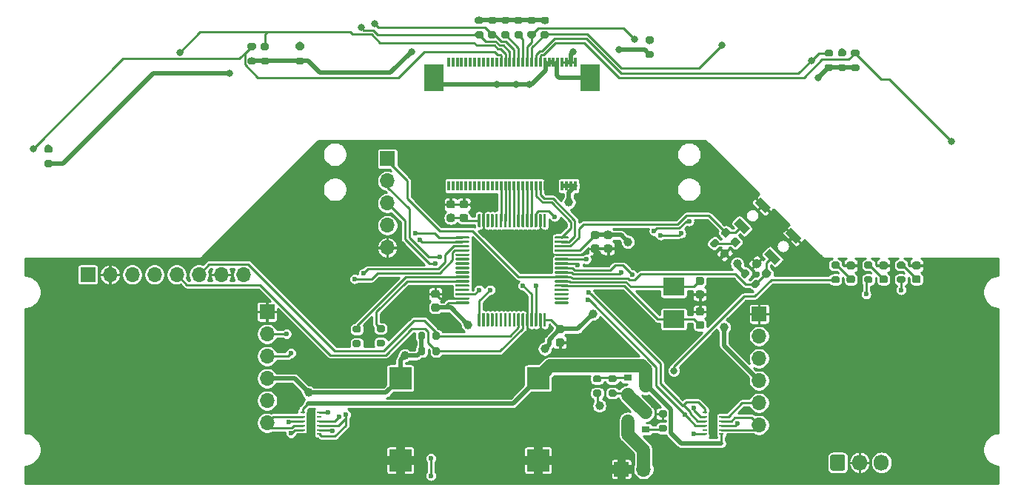
<source format=gbr>
%TF.GenerationSoftware,KiCad,Pcbnew,(5.1.7)-1*%
%TF.CreationDate,2021-05-04T00:49:10+02:00*%
%TF.ProjectId,Kaszmir,4b61737a-6d69-4722-9e6b-696361645f70,rev?*%
%TF.SameCoordinates,Original*%
%TF.FileFunction,Copper,L1,Top*%
%TF.FilePolarity,Positive*%
%FSLAX46Y46*%
G04 Gerber Fmt 4.6, Leading zero omitted, Abs format (unit mm)*
G04 Created by KiCad (PCBNEW (5.1.7)-1) date 2021-05-04 00:49:10*
%MOMM*%
%LPD*%
G01*
G04 APERTURE LIST*
%TA.AperFunction,SMDPad,CuDef*%
%ADD10R,0.300000X1.100000*%
%TD*%
%TA.AperFunction,SMDPad,CuDef*%
%ADD11R,2.300000X3.100000*%
%TD*%
%TA.AperFunction,ComponentPad*%
%ADD12O,1.700000X1.850000*%
%TD*%
%TA.AperFunction,SMDPad,CuDef*%
%ADD13R,1.000000X2.650000*%
%TD*%
%TA.AperFunction,ComponentPad*%
%ADD14C,0.600000*%
%TD*%
%TA.AperFunction,SMDPad,CuDef*%
%ADD15R,0.500000X0.250000*%
%TD*%
%TA.AperFunction,ComponentPad*%
%ADD16O,1.700000X1.700000*%
%TD*%
%TA.AperFunction,ComponentPad*%
%ADD17R,1.700000X1.700000*%
%TD*%
%TA.AperFunction,SMDPad,CuDef*%
%ADD18R,2.400000X2.000000*%
%TD*%
%TA.AperFunction,SMDPad,CuDef*%
%ADD19C,0.150000*%
%TD*%
%TA.AperFunction,SMDPad,CuDef*%
%ADD20R,0.900000X0.800000*%
%TD*%
%TA.AperFunction,SMDPad,CuDef*%
%ADD21R,2.540000X2.540000*%
%TD*%
%TA.AperFunction,ViaPad*%
%ADD22C,0.800000*%
%TD*%
%TA.AperFunction,ViaPad*%
%ADD23C,1.000000*%
%TD*%
%TA.AperFunction,ViaPad*%
%ADD24C,0.600000*%
%TD*%
%TA.AperFunction,Conductor*%
%ADD25C,0.500000*%
%TD*%
%TA.AperFunction,Conductor*%
%ADD26C,0.250000*%
%TD*%
%TA.AperFunction,Conductor*%
%ADD27C,1.500000*%
%TD*%
%TA.AperFunction,Conductor*%
%ADD28C,0.254000*%
%TD*%
%TA.AperFunction,Conductor*%
%ADD29C,0.150000*%
%TD*%
G04 APERTURE END LIST*
%TO.P,R2,1*%
%TO.N,N/C*%
%TA.AperFunction,SMDPad,CuDef*%
G36*
G01*
X111475000Y-112775000D02*
X112025000Y-112775000D01*
G75*
G02*
X112225000Y-112975000I0J-200000D01*
G01*
X112225000Y-113375000D01*
G75*
G02*
X112025000Y-113575000I-200000J0D01*
G01*
X111475000Y-113575000D01*
G75*
G02*
X111275000Y-113375000I0J200000D01*
G01*
X111275000Y-112975000D01*
G75*
G02*
X111475000Y-112775000I200000J0D01*
G01*
G37*
%TD.AperFunction*%
%TO.P,R2,2*%
%TA.AperFunction,SMDPad,CuDef*%
G36*
G01*
X111475000Y-114425000D02*
X112025000Y-114425000D01*
G75*
G02*
X112225000Y-114625000I0J-200000D01*
G01*
X112225000Y-115025000D01*
G75*
G02*
X112025000Y-115225000I-200000J0D01*
G01*
X111475000Y-115225000D01*
G75*
G02*
X111275000Y-115025000I0J200000D01*
G01*
X111275000Y-114625000D01*
G75*
G02*
X111475000Y-114425000I200000J0D01*
G01*
G37*
%TD.AperFunction*%
%TD*%
D10*
%TO.P,J1,1*%
%TO.N,N/C*%
X88750000Y-115750000D03*
%TO.P,J1,2*%
X89250000Y-115750000D03*
%TO.P,J1,3*%
X89750000Y-115750000D03*
%TO.P,J1,4*%
X90250000Y-115750000D03*
%TO.P,J1,5*%
X90750000Y-115750000D03*
%TO.P,J1,6*%
X91250000Y-115750000D03*
D11*
%TO.P,J1,MP*%
X104920000Y-117450000D03*
X87080000Y-117450000D03*
D10*
%TO.P,J1,7*%
X91750000Y-115750000D03*
%TO.P,J1,8*%
X92250000Y-115750000D03*
%TO.P,J1,9*%
X92750000Y-115750000D03*
%TO.P,J1,10*%
X93250000Y-115750000D03*
%TO.P,J1,11*%
X93750000Y-115750000D03*
%TO.P,J1,12*%
X94250000Y-115750000D03*
%TO.P,J1,13*%
X94750000Y-115750000D03*
%TO.P,J1,14*%
X95250000Y-115750000D03*
%TO.P,J1,15*%
X95750000Y-115750000D03*
%TO.P,J1,16*%
X96250000Y-115750000D03*
%TO.P,J1,17*%
X96750000Y-115750000D03*
%TO.P,J1,18*%
X97250000Y-115750000D03*
%TO.P,J1,19*%
X97750000Y-115750000D03*
%TO.P,J1,20*%
X98250000Y-115750000D03*
%TO.P,J1,21*%
X98750000Y-115750000D03*
%TO.P,J1,22*%
X99250000Y-115750000D03*
%TO.P,J1,23*%
X99750000Y-115750000D03*
%TO.P,J1,24*%
X100250000Y-115750000D03*
%TO.P,J1,25*%
X100750000Y-115750000D03*
%TO.P,J1,26*%
X101250000Y-115750000D03*
%TO.P,J1,27*%
X101750000Y-115750000D03*
%TO.P,J1,28*%
X102250000Y-115750000D03*
%TO.P,J1,29*%
X102750000Y-115750000D03*
%TO.P,J1,30*%
X103250000Y-115750000D03*
%TD*%
%TO.P,R4,1*%
%TO.N,N/C*%
%TA.AperFunction,SMDPad,CuDef*%
G36*
G01*
X71475000Y-113525000D02*
X72025000Y-113525000D01*
G75*
G02*
X72225000Y-113725000I0J-200000D01*
G01*
X72225000Y-114125000D01*
G75*
G02*
X72025000Y-114325000I-200000J0D01*
G01*
X71475000Y-114325000D01*
G75*
G02*
X71275000Y-114125000I0J200000D01*
G01*
X71275000Y-113725000D01*
G75*
G02*
X71475000Y-113525000I200000J0D01*
G01*
G37*
%TD.AperFunction*%
%TO.P,R4,2*%
%TA.AperFunction,SMDPad,CuDef*%
G36*
G01*
X71475000Y-115175000D02*
X72025000Y-115175000D01*
G75*
G02*
X72225000Y-115375000I0J-200000D01*
G01*
X72225000Y-115775000D01*
G75*
G02*
X72025000Y-115975000I-200000J0D01*
G01*
X71475000Y-115975000D01*
G75*
G02*
X71275000Y-115775000I0J200000D01*
G01*
X71275000Y-115375000D01*
G75*
G02*
X71475000Y-115175000I200000J0D01*
G01*
G37*
%TD.AperFunction*%
%TD*%
%TO.P,R5,1*%
%TO.N,N/C*%
%TA.AperFunction,SMDPad,CuDef*%
G36*
G01*
X42725000Y-125275000D02*
X43275000Y-125275000D01*
G75*
G02*
X43475000Y-125475000I0J-200000D01*
G01*
X43475000Y-125875000D01*
G75*
G02*
X43275000Y-126075000I-200000J0D01*
G01*
X42725000Y-126075000D01*
G75*
G02*
X42525000Y-125875000I0J200000D01*
G01*
X42525000Y-125475000D01*
G75*
G02*
X42725000Y-125275000I200000J0D01*
G01*
G37*
%TD.AperFunction*%
%TO.P,R5,2*%
%TA.AperFunction,SMDPad,CuDef*%
G36*
G01*
X42725000Y-126925000D02*
X43275000Y-126925000D01*
G75*
G02*
X43475000Y-127125000I0J-200000D01*
G01*
X43475000Y-127525000D01*
G75*
G02*
X43275000Y-127725000I-200000J0D01*
G01*
X42725000Y-127725000D01*
G75*
G02*
X42525000Y-127525000I0J200000D01*
G01*
X42525000Y-127125000D01*
G75*
G02*
X42725000Y-126925000I200000J0D01*
G01*
G37*
%TD.AperFunction*%
%TD*%
%TO.P,R6,1*%
%TO.N,N/C*%
%TA.AperFunction,SMDPad,CuDef*%
G36*
G01*
X135525000Y-116725000D02*
X134975000Y-116725000D01*
G75*
G02*
X134775000Y-116525000I0J200000D01*
G01*
X134775000Y-116125000D01*
G75*
G02*
X134975000Y-115925000I200000J0D01*
G01*
X135525000Y-115925000D01*
G75*
G02*
X135725000Y-116125000I0J-200000D01*
G01*
X135725000Y-116525000D01*
G75*
G02*
X135525000Y-116725000I-200000J0D01*
G01*
G37*
%TD.AperFunction*%
%TO.P,R6,2*%
%TA.AperFunction,SMDPad,CuDef*%
G36*
G01*
X135525000Y-115075000D02*
X134975000Y-115075000D01*
G75*
G02*
X134775000Y-114875000I0J200000D01*
G01*
X134775000Y-114475000D01*
G75*
G02*
X134975000Y-114275000I200000J0D01*
G01*
X135525000Y-114275000D01*
G75*
G02*
X135725000Y-114475000I0J-200000D01*
G01*
X135725000Y-114875000D01*
G75*
G02*
X135525000Y-115075000I-200000J0D01*
G01*
G37*
%TD.AperFunction*%
%TD*%
%TO.P,R8,1*%
%TO.N,N/C*%
%TA.AperFunction,SMDPad,CuDef*%
G36*
G01*
X99475000Y-110525000D02*
X100025000Y-110525000D01*
G75*
G02*
X100225000Y-110725000I0J-200000D01*
G01*
X100225000Y-111125000D01*
G75*
G02*
X100025000Y-111325000I-200000J0D01*
G01*
X99475000Y-111325000D01*
G75*
G02*
X99275000Y-111125000I0J200000D01*
G01*
X99275000Y-110725000D01*
G75*
G02*
X99475000Y-110525000I200000J0D01*
G01*
G37*
%TD.AperFunction*%
%TO.P,R8,2*%
%TA.AperFunction,SMDPad,CuDef*%
G36*
G01*
X99475000Y-112175000D02*
X100025000Y-112175000D01*
G75*
G02*
X100225000Y-112375000I0J-200000D01*
G01*
X100225000Y-112775000D01*
G75*
G02*
X100025000Y-112975000I-200000J0D01*
G01*
X99475000Y-112975000D01*
G75*
G02*
X99275000Y-112775000I0J200000D01*
G01*
X99275000Y-112375000D01*
G75*
G02*
X99475000Y-112175000I200000J0D01*
G01*
G37*
%TD.AperFunction*%
%TD*%
%TO.P,R7,1*%
%TO.N,N/C*%
%TA.AperFunction,SMDPad,CuDef*%
G36*
G01*
X132525000Y-116725000D02*
X131975000Y-116725000D01*
G75*
G02*
X131775000Y-116525000I0J200000D01*
G01*
X131775000Y-116125000D01*
G75*
G02*
X131975000Y-115925000I200000J0D01*
G01*
X132525000Y-115925000D01*
G75*
G02*
X132725000Y-116125000I0J-200000D01*
G01*
X132725000Y-116525000D01*
G75*
G02*
X132525000Y-116725000I-200000J0D01*
G01*
G37*
%TD.AperFunction*%
%TO.P,R7,2*%
%TA.AperFunction,SMDPad,CuDef*%
G36*
G01*
X132525000Y-115075000D02*
X131975000Y-115075000D01*
G75*
G02*
X131775000Y-114875000I0J200000D01*
G01*
X131775000Y-114475000D01*
G75*
G02*
X131975000Y-114275000I200000J0D01*
G01*
X132525000Y-114275000D01*
G75*
G02*
X132725000Y-114475000I0J-200000D01*
G01*
X132725000Y-114875000D01*
G75*
G02*
X132525000Y-115075000I-200000J0D01*
G01*
G37*
%TD.AperFunction*%
%TD*%
%TO.P,R10,1*%
%TO.N,N/C*%
%TA.AperFunction,SMDPad,CuDef*%
G36*
G01*
X96475000Y-110525000D02*
X97025000Y-110525000D01*
G75*
G02*
X97225000Y-110725000I0J-200000D01*
G01*
X97225000Y-111125000D01*
G75*
G02*
X97025000Y-111325000I-200000J0D01*
G01*
X96475000Y-111325000D01*
G75*
G02*
X96275000Y-111125000I0J200000D01*
G01*
X96275000Y-110725000D01*
G75*
G02*
X96475000Y-110525000I200000J0D01*
G01*
G37*
%TD.AperFunction*%
%TO.P,R10,2*%
%TA.AperFunction,SMDPad,CuDef*%
G36*
G01*
X96475000Y-112175000D02*
X97025000Y-112175000D01*
G75*
G02*
X97225000Y-112375000I0J-200000D01*
G01*
X97225000Y-112775000D01*
G75*
G02*
X97025000Y-112975000I-200000J0D01*
G01*
X96475000Y-112975000D01*
G75*
G02*
X96275000Y-112775000I0J200000D01*
G01*
X96275000Y-112375000D01*
G75*
G02*
X96475000Y-112175000I200000J0D01*
G01*
G37*
%TD.AperFunction*%
%TD*%
%TO.P,R12,1*%
%TO.N,N/C*%
%TA.AperFunction,SMDPad,CuDef*%
G36*
G01*
X93475000Y-110525000D02*
X94025000Y-110525000D01*
G75*
G02*
X94225000Y-110725000I0J-200000D01*
G01*
X94225000Y-111125000D01*
G75*
G02*
X94025000Y-111325000I-200000J0D01*
G01*
X93475000Y-111325000D01*
G75*
G02*
X93275000Y-111125000I0J200000D01*
G01*
X93275000Y-110725000D01*
G75*
G02*
X93475000Y-110525000I200000J0D01*
G01*
G37*
%TD.AperFunction*%
%TO.P,R12,2*%
%TA.AperFunction,SMDPad,CuDef*%
G36*
G01*
X93475000Y-112175000D02*
X94025000Y-112175000D01*
G75*
G02*
X94225000Y-112375000I0J-200000D01*
G01*
X94225000Y-112775000D01*
G75*
G02*
X94025000Y-112975000I-200000J0D01*
G01*
X93475000Y-112975000D01*
G75*
G02*
X93275000Y-112775000I0J200000D01*
G01*
X93275000Y-112375000D01*
G75*
G02*
X93475000Y-112175000I200000J0D01*
G01*
G37*
%TD.AperFunction*%
%TD*%
%TO.P,R13,1*%
%TO.N,N/C*%
%TA.AperFunction,SMDPad,CuDef*%
G36*
G01*
X91975000Y-110525000D02*
X92525000Y-110525000D01*
G75*
G02*
X92725000Y-110725000I0J-200000D01*
G01*
X92725000Y-111125000D01*
G75*
G02*
X92525000Y-111325000I-200000J0D01*
G01*
X91975000Y-111325000D01*
G75*
G02*
X91775000Y-111125000I0J200000D01*
G01*
X91775000Y-110725000D01*
G75*
G02*
X91975000Y-110525000I200000J0D01*
G01*
G37*
%TD.AperFunction*%
%TO.P,R13,2*%
%TA.AperFunction,SMDPad,CuDef*%
G36*
G01*
X91975000Y-112175000D02*
X92525000Y-112175000D01*
G75*
G02*
X92725000Y-112375000I0J-200000D01*
G01*
X92725000Y-112775000D01*
G75*
G02*
X92525000Y-112975000I-200000J0D01*
G01*
X91975000Y-112975000D01*
G75*
G02*
X91775000Y-112775000I0J200000D01*
G01*
X91775000Y-112375000D01*
G75*
G02*
X91975000Y-112175000I200000J0D01*
G01*
G37*
%TD.AperFunction*%
%TD*%
%TO.P,R1,1*%
%TO.N,N/C*%
%TA.AperFunction,SMDPad,CuDef*%
G36*
G01*
X133475000Y-114275000D02*
X134025000Y-114275000D01*
G75*
G02*
X134225000Y-114475000I0J-200000D01*
G01*
X134225000Y-114875000D01*
G75*
G02*
X134025000Y-115075000I-200000J0D01*
G01*
X133475000Y-115075000D01*
G75*
G02*
X133275000Y-114875000I0J200000D01*
G01*
X133275000Y-114475000D01*
G75*
G02*
X133475000Y-114275000I200000J0D01*
G01*
G37*
%TD.AperFunction*%
%TO.P,R1,2*%
%TA.AperFunction,SMDPad,CuDef*%
G36*
G01*
X133475000Y-115925000D02*
X134025000Y-115925000D01*
G75*
G02*
X134225000Y-116125000I0J-200000D01*
G01*
X134225000Y-116525000D01*
G75*
G02*
X134025000Y-116725000I-200000J0D01*
G01*
X133475000Y-116725000D01*
G75*
G02*
X133275000Y-116525000I0J200000D01*
G01*
X133275000Y-116125000D01*
G75*
G02*
X133475000Y-115925000I200000J0D01*
G01*
G37*
%TD.AperFunction*%
%TD*%
%TO.P,R9,1*%
%TO.N,N/C*%
%TA.AperFunction,SMDPad,CuDef*%
G36*
G01*
X97975000Y-110525000D02*
X98525000Y-110525000D01*
G75*
G02*
X98725000Y-110725000I0J-200000D01*
G01*
X98725000Y-111125000D01*
G75*
G02*
X98525000Y-111325000I-200000J0D01*
G01*
X97975000Y-111325000D01*
G75*
G02*
X97775000Y-111125000I0J200000D01*
G01*
X97775000Y-110725000D01*
G75*
G02*
X97975000Y-110525000I200000J0D01*
G01*
G37*
%TD.AperFunction*%
%TO.P,R9,2*%
%TA.AperFunction,SMDPad,CuDef*%
G36*
G01*
X97975000Y-112175000D02*
X98525000Y-112175000D01*
G75*
G02*
X98725000Y-112375000I0J-200000D01*
G01*
X98725000Y-112775000D01*
G75*
G02*
X98525000Y-112975000I-200000J0D01*
G01*
X97975000Y-112975000D01*
G75*
G02*
X97775000Y-112775000I0J200000D01*
G01*
X97775000Y-112375000D01*
G75*
G02*
X97975000Y-112175000I200000J0D01*
G01*
G37*
%TD.AperFunction*%
%TD*%
%TO.P,R11,1*%
%TO.N,N/C*%
%TA.AperFunction,SMDPad,CuDef*%
G36*
G01*
X94975000Y-110525000D02*
X95525000Y-110525000D01*
G75*
G02*
X95725000Y-110725000I0J-200000D01*
G01*
X95725000Y-111125000D01*
G75*
G02*
X95525000Y-111325000I-200000J0D01*
G01*
X94975000Y-111325000D01*
G75*
G02*
X94775000Y-111125000I0J200000D01*
G01*
X94775000Y-110725000D01*
G75*
G02*
X94975000Y-110525000I200000J0D01*
G01*
G37*
%TD.AperFunction*%
%TO.P,R11,2*%
%TA.AperFunction,SMDPad,CuDef*%
G36*
G01*
X94975000Y-112175000D02*
X95525000Y-112175000D01*
G75*
G02*
X95725000Y-112375000I0J-200000D01*
G01*
X95725000Y-112775000D01*
G75*
G02*
X95525000Y-112975000I-200000J0D01*
G01*
X94975000Y-112975000D01*
G75*
G02*
X94775000Y-112775000I0J200000D01*
G01*
X94775000Y-112375000D01*
G75*
G02*
X94975000Y-112175000I200000J0D01*
G01*
G37*
%TD.AperFunction*%
%TD*%
%TO.P,R15,1*%
%TO.N,N/C*%
%TA.AperFunction,SMDPad,CuDef*%
G36*
G01*
X66525000Y-115975000D02*
X65975000Y-115975000D01*
G75*
G02*
X65775000Y-115775000I0J200000D01*
G01*
X65775000Y-115375000D01*
G75*
G02*
X65975000Y-115175000I200000J0D01*
G01*
X66525000Y-115175000D01*
G75*
G02*
X66725000Y-115375000I0J-200000D01*
G01*
X66725000Y-115775000D01*
G75*
G02*
X66525000Y-115975000I-200000J0D01*
G01*
G37*
%TD.AperFunction*%
%TO.P,R15,2*%
%TA.AperFunction,SMDPad,CuDef*%
G36*
G01*
X66525000Y-114325000D02*
X65975000Y-114325000D01*
G75*
G02*
X65775000Y-114125000I0J200000D01*
G01*
X65775000Y-113725000D01*
G75*
G02*
X65975000Y-113525000I200000J0D01*
G01*
X66525000Y-113525000D01*
G75*
G02*
X66725000Y-113725000I0J-200000D01*
G01*
X66725000Y-114125000D01*
G75*
G02*
X66525000Y-114325000I-200000J0D01*
G01*
G37*
%TD.AperFunction*%
%TD*%
%TO.P,R14,1*%
%TO.N,N/C*%
%TA.AperFunction,SMDPad,CuDef*%
G36*
G01*
X68025000Y-115975000D02*
X67475000Y-115975000D01*
G75*
G02*
X67275000Y-115775000I0J200000D01*
G01*
X67275000Y-115375000D01*
G75*
G02*
X67475000Y-115175000I200000J0D01*
G01*
X68025000Y-115175000D01*
G75*
G02*
X68225000Y-115375000I0J-200000D01*
G01*
X68225000Y-115775000D01*
G75*
G02*
X68025000Y-115975000I-200000J0D01*
G01*
G37*
%TD.AperFunction*%
%TO.P,R14,2*%
%TA.AperFunction,SMDPad,CuDef*%
G36*
G01*
X68025000Y-114325000D02*
X67475000Y-114325000D01*
G75*
G02*
X67275000Y-114125000I0J200000D01*
G01*
X67275000Y-113725000D01*
G75*
G02*
X67475000Y-113525000I200000J0D01*
G01*
X68025000Y-113525000D01*
G75*
G02*
X68225000Y-113725000I0J-200000D01*
G01*
X68225000Y-114125000D01*
G75*
G02*
X68025000Y-114325000I-200000J0D01*
G01*
G37*
%TD.AperFunction*%
%TD*%
D12*
%TO.P,SW1,3*%
%TO.N,N/C*%
X138250000Y-161500000D03*
%TO.P,SW1,2*%
%TO.N,GND*%
X135750000Y-161500000D03*
%TO.P,SW1,1*%
%TO.N,Net-(R3-Pad2)*%
%TA.AperFunction,ComponentPad*%
G36*
G01*
X132400000Y-162175000D02*
X132400000Y-160825000D01*
G75*
G02*
X132650000Y-160575000I250000J0D01*
G01*
X133850000Y-160575000D01*
G75*
G02*
X134100000Y-160825000I0J-250000D01*
G01*
X134100000Y-162175000D01*
G75*
G02*
X133850000Y-162425000I-250000J0D01*
G01*
X132650000Y-162425000D01*
G75*
G02*
X132400000Y-162175000I0J250000D01*
G01*
G37*
%TD.AperFunction*%
%TD*%
%TO.P,C12,2*%
%TO.N,GND*%
%TA.AperFunction,SMDPad,CuDef*%
G36*
G01*
X106750000Y-136575000D02*
X107250000Y-136575000D01*
G75*
G02*
X107475000Y-136800000I0J-225000D01*
G01*
X107475000Y-137250000D01*
G75*
G02*
X107250000Y-137475000I-225000J0D01*
G01*
X106750000Y-137475000D01*
G75*
G02*
X106525000Y-137250000I0J225000D01*
G01*
X106525000Y-136800000D01*
G75*
G02*
X106750000Y-136575000I225000J0D01*
G01*
G37*
%TD.AperFunction*%
%TO.P,C12,1*%
%TO.N,+3V3*%
%TA.AperFunction,SMDPad,CuDef*%
G36*
G01*
X106750000Y-135025000D02*
X107250000Y-135025000D01*
G75*
G02*
X107475000Y-135250000I0J-225000D01*
G01*
X107475000Y-135700000D01*
G75*
G02*
X107250000Y-135925000I-225000J0D01*
G01*
X106750000Y-135925000D01*
G75*
G02*
X106525000Y-135700000I0J225000D01*
G01*
X106525000Y-135250000D01*
G75*
G02*
X106750000Y-135025000I225000J0D01*
G01*
G37*
%TD.AperFunction*%
%TD*%
%TO.P,C11,2*%
%TO.N,GND*%
%TA.AperFunction,SMDPad,CuDef*%
G36*
G01*
X105250000Y-136575000D02*
X105750000Y-136575000D01*
G75*
G02*
X105975000Y-136800000I0J-225000D01*
G01*
X105975000Y-137250000D01*
G75*
G02*
X105750000Y-137475000I-225000J0D01*
G01*
X105250000Y-137475000D01*
G75*
G02*
X105025000Y-137250000I0J225000D01*
G01*
X105025000Y-136800000D01*
G75*
G02*
X105250000Y-136575000I225000J0D01*
G01*
G37*
%TD.AperFunction*%
%TO.P,C11,1*%
%TO.N,+3V3*%
%TA.AperFunction,SMDPad,CuDef*%
G36*
G01*
X105250000Y-135025000D02*
X105750000Y-135025000D01*
G75*
G02*
X105975000Y-135250000I0J-225000D01*
G01*
X105975000Y-135700000D01*
G75*
G02*
X105750000Y-135925000I-225000J0D01*
G01*
X105250000Y-135925000D01*
G75*
G02*
X105025000Y-135700000I0J225000D01*
G01*
X105025000Y-135250000D01*
G75*
G02*
X105250000Y-135025000I225000J0D01*
G01*
G37*
%TD.AperFunction*%
%TD*%
%TO.P,C9,2*%
%TO.N,GND*%
%TA.AperFunction,SMDPad,CuDef*%
G36*
G01*
X101250000Y-147325000D02*
X101750000Y-147325000D01*
G75*
G02*
X101975000Y-147550000I0J-225000D01*
G01*
X101975000Y-148000000D01*
G75*
G02*
X101750000Y-148225000I-225000J0D01*
G01*
X101250000Y-148225000D01*
G75*
G02*
X101025000Y-148000000I0J225000D01*
G01*
X101025000Y-147550000D01*
G75*
G02*
X101250000Y-147325000I225000J0D01*
G01*
G37*
%TD.AperFunction*%
%TO.P,C9,1*%
%TO.N,+3V3*%
%TA.AperFunction,SMDPad,CuDef*%
G36*
G01*
X101250000Y-145775000D02*
X101750000Y-145775000D01*
G75*
G02*
X101975000Y-146000000I0J-225000D01*
G01*
X101975000Y-146450000D01*
G75*
G02*
X101750000Y-146675000I-225000J0D01*
G01*
X101250000Y-146675000D01*
G75*
G02*
X101025000Y-146450000I0J225000D01*
G01*
X101025000Y-146000000D01*
G75*
G02*
X101250000Y-145775000I225000J0D01*
G01*
G37*
%TD.AperFunction*%
%TD*%
%TO.P,C8,2*%
%TO.N,GND*%
%TA.AperFunction,SMDPad,CuDef*%
G36*
G01*
X90750000Y-132425000D02*
X90250000Y-132425000D01*
G75*
G02*
X90025000Y-132200000I0J225000D01*
G01*
X90025000Y-131750000D01*
G75*
G02*
X90250000Y-131525000I225000J0D01*
G01*
X90750000Y-131525000D01*
G75*
G02*
X90975000Y-131750000I0J-225000D01*
G01*
X90975000Y-132200000D01*
G75*
G02*
X90750000Y-132425000I-225000J0D01*
G01*
G37*
%TD.AperFunction*%
%TO.P,C8,1*%
%TO.N,+3V3*%
%TA.AperFunction,SMDPad,CuDef*%
G36*
G01*
X90750000Y-133975000D02*
X90250000Y-133975000D01*
G75*
G02*
X90025000Y-133750000I0J225000D01*
G01*
X90025000Y-133300000D01*
G75*
G02*
X90250000Y-133075000I225000J0D01*
G01*
X90750000Y-133075000D01*
G75*
G02*
X90975000Y-133300000I0J-225000D01*
G01*
X90975000Y-133750000D01*
G75*
G02*
X90750000Y-133975000I-225000J0D01*
G01*
G37*
%TD.AperFunction*%
%TD*%
%TO.P,C7,2*%
%TO.N,GND*%
%TA.AperFunction,SMDPad,CuDef*%
G36*
G01*
X87500000Y-142675000D02*
X87000000Y-142675000D01*
G75*
G02*
X86775000Y-142450000I0J225000D01*
G01*
X86775000Y-142000000D01*
G75*
G02*
X87000000Y-141775000I225000J0D01*
G01*
X87500000Y-141775000D01*
G75*
G02*
X87725000Y-142000000I0J-225000D01*
G01*
X87725000Y-142450000D01*
G75*
G02*
X87500000Y-142675000I-225000J0D01*
G01*
G37*
%TD.AperFunction*%
%TO.P,C7,1*%
%TO.N,+3V3*%
%TA.AperFunction,SMDPad,CuDef*%
G36*
G01*
X87500000Y-144225000D02*
X87000000Y-144225000D01*
G75*
G02*
X86775000Y-144000000I0J225000D01*
G01*
X86775000Y-143550000D01*
G75*
G02*
X87000000Y-143325000I225000J0D01*
G01*
X87500000Y-143325000D01*
G75*
G02*
X87725000Y-143550000I0J-225000D01*
G01*
X87725000Y-144000000D01*
G75*
G02*
X87500000Y-144225000I-225000J0D01*
G01*
G37*
%TD.AperFunction*%
%TD*%
%TO.P,C13,2*%
%TO.N,GND*%
%TA.AperFunction,SMDPad,CuDef*%
G36*
G01*
X89250000Y-132425000D02*
X88750000Y-132425000D01*
G75*
G02*
X88525000Y-132200000I0J225000D01*
G01*
X88525000Y-131750000D01*
G75*
G02*
X88750000Y-131525000I225000J0D01*
G01*
X89250000Y-131525000D01*
G75*
G02*
X89475000Y-131750000I0J-225000D01*
G01*
X89475000Y-132200000D01*
G75*
G02*
X89250000Y-132425000I-225000J0D01*
G01*
G37*
%TD.AperFunction*%
%TO.P,C13,1*%
%TO.N,+3V3*%
%TA.AperFunction,SMDPad,CuDef*%
G36*
G01*
X89250000Y-133975000D02*
X88750000Y-133975000D01*
G75*
G02*
X88525000Y-133750000I0J225000D01*
G01*
X88525000Y-133300000D01*
G75*
G02*
X88750000Y-133075000I225000J0D01*
G01*
X89250000Y-133075000D01*
G75*
G02*
X89475000Y-133300000I0J-225000D01*
G01*
X89475000Y-133750000D01*
G75*
G02*
X89250000Y-133975000I-225000J0D01*
G01*
G37*
%TD.AperFunction*%
%TD*%
D13*
%TO.P,U1,13*%
%TO.N,GND*%
X119000000Y-157000000D03*
D14*
X119000000Y-156000000D03*
X119000000Y-158000000D03*
X119000000Y-157000000D03*
D15*
%TO.P,U1,12*%
%TO.N,+3V3*%
X118050000Y-158250000D03*
%TO.P,U1,11*%
%TO.N,N/C*%
X118050000Y-157750000D03*
%TO.P,U1,10*%
%TO.N,M1_L*%
X118050000Y-157250000D03*
%TO.P,U1,9*%
%TO.N,M1_R*%
X118050000Y-156750000D03*
%TO.P,U1,8*%
%TO.N,M1_L*%
X118050000Y-156250000D03*
%TO.P,U1,7*%
%TO.N,M1_R*%
X118050000Y-155750000D03*
%TO.P,U1,6*%
%TO.N,GND*%
X119950000Y-155750000D03*
%TO.P,U1,5*%
%TO.N,Net-(J4-Pad5)*%
X119950000Y-156250000D03*
%TO.P,U1,4*%
%TO.N,Net-(J4-Pad6)*%
X119950000Y-156750000D03*
%TO.P,U1,3*%
%TO.N,Net-(J4-Pad5)*%
X119950000Y-157250000D03*
%TO.P,U1,2*%
%TO.N,Net-(J4-Pad6)*%
X119950000Y-157750000D03*
%TO.P,U1,1*%
%TO.N,VCC*%
X119950000Y-158250000D03*
%TD*%
D13*
%TO.P,U3,13*%
%TO.N,GND*%
X73000000Y-157000000D03*
D14*
X73000000Y-158000000D03*
X73000000Y-156000000D03*
X73000000Y-157000000D03*
D15*
%TO.P,U3,12*%
%TO.N,+3V3*%
X73950000Y-155750000D03*
%TO.P,U3,11*%
%TO.N,N/C*%
X73950000Y-156250000D03*
%TO.P,U3,10*%
%TO.N,M2_L*%
X73950000Y-156750000D03*
%TO.P,U3,9*%
%TO.N,M2_R*%
X73950000Y-157250000D03*
%TO.P,U3,8*%
%TO.N,M2_L*%
X73950000Y-157750000D03*
%TO.P,U3,7*%
%TO.N,M2_R*%
X73950000Y-158250000D03*
%TO.P,U3,6*%
%TO.N,GND*%
X72050000Y-158250000D03*
%TO.P,U3,5*%
%TO.N,Net-(J6-Pad5)*%
X72050000Y-157750000D03*
%TO.P,U3,4*%
%TO.N,Net-(J6-Pad6)*%
X72050000Y-157250000D03*
%TO.P,U3,3*%
%TO.N,Net-(J6-Pad5)*%
X72050000Y-156750000D03*
%TO.P,U3,2*%
%TO.N,Net-(J6-Pad6)*%
X72050000Y-156250000D03*
%TO.P,U3,1*%
%TO.N,VCC*%
X72050000Y-155750000D03*
%TD*%
%TO.P,R13,2*%
%TO.N,Net-(Q2-Pad1)*%
%TA.AperFunction,SMDPad,CuDef*%
G36*
G01*
X107775000Y-152325000D02*
X107225000Y-152325000D01*
G75*
G02*
X107025000Y-152125000I0J200000D01*
G01*
X107025000Y-151725000D01*
G75*
G02*
X107225000Y-151525000I200000J0D01*
G01*
X107775000Y-151525000D01*
G75*
G02*
X107975000Y-151725000I0J-200000D01*
G01*
X107975000Y-152125000D01*
G75*
G02*
X107775000Y-152325000I-200000J0D01*
G01*
G37*
%TD.AperFunction*%
%TO.P,R13,1*%
%TO.N,Net-(Q1-Pad2)*%
%TA.AperFunction,SMDPad,CuDef*%
G36*
G01*
X107775000Y-153975000D02*
X107225000Y-153975000D01*
G75*
G02*
X107025000Y-153775000I0J200000D01*
G01*
X107025000Y-153375000D01*
G75*
G02*
X107225000Y-153175000I200000J0D01*
G01*
X107775000Y-153175000D01*
G75*
G02*
X107975000Y-153375000I0J-200000D01*
G01*
X107975000Y-153775000D01*
G75*
G02*
X107775000Y-153975000I-200000J0D01*
G01*
G37*
%TD.AperFunction*%
%TD*%
D16*
%TO.P,STLINK,5*%
%TO.N,GND*%
X81750000Y-136910000D03*
%TO.P,STLINK,4*%
%TO.N,+3V3*%
X81750000Y-134370000D03*
%TO.P,STLINK,3*%
%TO.N,SWDIO*%
X81750000Y-131830000D03*
%TO.P,STLINK,2*%
%TO.N,SWCLK*%
X81750000Y-129290000D03*
D17*
%TO.P,STLINK,1*%
%TO.N,RST*%
X81750000Y-126750000D03*
%TD*%
D18*
%TO.P,Y1,2*%
%TO.N,Net-(C4-Pad1)*%
X114500000Y-145100000D03*
%TO.P,Y1,1*%
%TO.N,Net-(C5-Pad1)*%
X114500000Y-141400000D03*
%TD*%
%TO.P,U2,64*%
%TO.N,+3V3*%
%TA.AperFunction,SMDPad,CuDef*%
G36*
G01*
X99900000Y-144475000D02*
X99900000Y-145875000D01*
G75*
G02*
X99825000Y-145950000I-75000J0D01*
G01*
X99675000Y-145950000D01*
G75*
G02*
X99600000Y-145875000I0J75000D01*
G01*
X99600000Y-144475000D01*
G75*
G02*
X99675000Y-144400000I75000J0D01*
G01*
X99825000Y-144400000D01*
G75*
G02*
X99900000Y-144475000I0J-75000D01*
G01*
G37*
%TD.AperFunction*%
%TO.P,U2,63*%
%TO.N,GND*%
%TA.AperFunction,SMDPad,CuDef*%
G36*
G01*
X99400000Y-144475000D02*
X99400000Y-145875000D01*
G75*
G02*
X99325000Y-145950000I-75000J0D01*
G01*
X99175000Y-145950000D01*
G75*
G02*
X99100000Y-145875000I0J75000D01*
G01*
X99100000Y-144475000D01*
G75*
G02*
X99175000Y-144400000I75000J0D01*
G01*
X99325000Y-144400000D01*
G75*
G02*
X99400000Y-144475000I0J-75000D01*
G01*
G37*
%TD.AperFunction*%
%TO.P,U2,62*%
%TO.N,Net-(R6-Pad1)*%
%TA.AperFunction,SMDPad,CuDef*%
G36*
G01*
X98900000Y-144475000D02*
X98900000Y-145875000D01*
G75*
G02*
X98825000Y-145950000I-75000J0D01*
G01*
X98675000Y-145950000D01*
G75*
G02*
X98600000Y-145875000I0J75000D01*
G01*
X98600000Y-144475000D01*
G75*
G02*
X98675000Y-144400000I75000J0D01*
G01*
X98825000Y-144400000D01*
G75*
G02*
X98900000Y-144475000I0J-75000D01*
G01*
G37*
%TD.AperFunction*%
%TO.P,U2,61*%
%TO.N,Net-(R7-Pad1)*%
%TA.AperFunction,SMDPad,CuDef*%
G36*
G01*
X98400000Y-144475000D02*
X98400000Y-145875000D01*
G75*
G02*
X98325000Y-145950000I-75000J0D01*
G01*
X98175000Y-145950000D01*
G75*
G02*
X98100000Y-145875000I0J75000D01*
G01*
X98100000Y-144475000D01*
G75*
G02*
X98175000Y-144400000I75000J0D01*
G01*
X98325000Y-144400000D01*
G75*
G02*
X98400000Y-144475000I0J-75000D01*
G01*
G37*
%TD.AperFunction*%
%TO.P,U2,60*%
%TO.N,GND*%
%TA.AperFunction,SMDPad,CuDef*%
G36*
G01*
X97900000Y-144475000D02*
X97900000Y-145875000D01*
G75*
G02*
X97825000Y-145950000I-75000J0D01*
G01*
X97675000Y-145950000D01*
G75*
G02*
X97600000Y-145875000I0J75000D01*
G01*
X97600000Y-144475000D01*
G75*
G02*
X97675000Y-144400000I75000J0D01*
G01*
X97825000Y-144400000D01*
G75*
G02*
X97900000Y-144475000I0J-75000D01*
G01*
G37*
%TD.AperFunction*%
%TO.P,U2,59*%
%TO.N,SDA*%
%TA.AperFunction,SMDPad,CuDef*%
G36*
G01*
X97400000Y-144475000D02*
X97400000Y-145875000D01*
G75*
G02*
X97325000Y-145950000I-75000J0D01*
G01*
X97175000Y-145950000D01*
G75*
G02*
X97100000Y-145875000I0J75000D01*
G01*
X97100000Y-144475000D01*
G75*
G02*
X97175000Y-144400000I75000J0D01*
G01*
X97325000Y-144400000D01*
G75*
G02*
X97400000Y-144475000I0J-75000D01*
G01*
G37*
%TD.AperFunction*%
%TO.P,U2,58*%
%TO.N,SCL*%
%TA.AperFunction,SMDPad,CuDef*%
G36*
G01*
X96900000Y-144475000D02*
X96900000Y-145875000D01*
G75*
G02*
X96825000Y-145950000I-75000J0D01*
G01*
X96675000Y-145950000D01*
G75*
G02*
X96600000Y-145875000I0J75000D01*
G01*
X96600000Y-144475000D01*
G75*
G02*
X96675000Y-144400000I75000J0D01*
G01*
X96825000Y-144400000D01*
G75*
G02*
X96900000Y-144475000I0J-75000D01*
G01*
G37*
%TD.AperFunction*%
%TO.P,U2,57*%
%TO.N,N/C*%
%TA.AperFunction,SMDPad,CuDef*%
G36*
G01*
X96400000Y-144475000D02*
X96400000Y-145875000D01*
G75*
G02*
X96325000Y-145950000I-75000J0D01*
G01*
X96175000Y-145950000D01*
G75*
G02*
X96100000Y-145875000I0J75000D01*
G01*
X96100000Y-144475000D01*
G75*
G02*
X96175000Y-144400000I75000J0D01*
G01*
X96325000Y-144400000D01*
G75*
G02*
X96400000Y-144475000I0J-75000D01*
G01*
G37*
%TD.AperFunction*%
%TO.P,U2,56*%
%TA.AperFunction,SMDPad,CuDef*%
G36*
G01*
X95900000Y-144475000D02*
X95900000Y-145875000D01*
G75*
G02*
X95825000Y-145950000I-75000J0D01*
G01*
X95675000Y-145950000D01*
G75*
G02*
X95600000Y-145875000I0J75000D01*
G01*
X95600000Y-144475000D01*
G75*
G02*
X95675000Y-144400000I75000J0D01*
G01*
X95825000Y-144400000D01*
G75*
G02*
X95900000Y-144475000I0J-75000D01*
G01*
G37*
%TD.AperFunction*%
%TO.P,U2,55*%
%TA.AperFunction,SMDPad,CuDef*%
G36*
G01*
X95400000Y-144475000D02*
X95400000Y-145875000D01*
G75*
G02*
X95325000Y-145950000I-75000J0D01*
G01*
X95175000Y-145950000D01*
G75*
G02*
X95100000Y-145875000I0J75000D01*
G01*
X95100000Y-144475000D01*
G75*
G02*
X95175000Y-144400000I75000J0D01*
G01*
X95325000Y-144400000D01*
G75*
G02*
X95400000Y-144475000I0J-75000D01*
G01*
G37*
%TD.AperFunction*%
%TO.P,U2,54*%
%TA.AperFunction,SMDPad,CuDef*%
G36*
G01*
X94900000Y-144475000D02*
X94900000Y-145875000D01*
G75*
G02*
X94825000Y-145950000I-75000J0D01*
G01*
X94675000Y-145950000D01*
G75*
G02*
X94600000Y-145875000I0J75000D01*
G01*
X94600000Y-144475000D01*
G75*
G02*
X94675000Y-144400000I75000J0D01*
G01*
X94825000Y-144400000D01*
G75*
G02*
X94900000Y-144475000I0J-75000D01*
G01*
G37*
%TD.AperFunction*%
%TO.P,U2,53*%
%TA.AperFunction,SMDPad,CuDef*%
G36*
G01*
X94400000Y-144475000D02*
X94400000Y-145875000D01*
G75*
G02*
X94325000Y-145950000I-75000J0D01*
G01*
X94175000Y-145950000D01*
G75*
G02*
X94100000Y-145875000I0J75000D01*
G01*
X94100000Y-144475000D01*
G75*
G02*
X94175000Y-144400000I75000J0D01*
G01*
X94325000Y-144400000D01*
G75*
G02*
X94400000Y-144475000I0J-75000D01*
G01*
G37*
%TD.AperFunction*%
%TO.P,U2,52*%
%TA.AperFunction,SMDPad,CuDef*%
G36*
G01*
X93900000Y-144475000D02*
X93900000Y-145875000D01*
G75*
G02*
X93825000Y-145950000I-75000J0D01*
G01*
X93675000Y-145950000D01*
G75*
G02*
X93600000Y-145875000I0J75000D01*
G01*
X93600000Y-144475000D01*
G75*
G02*
X93675000Y-144400000I75000J0D01*
G01*
X93825000Y-144400000D01*
G75*
G02*
X93900000Y-144475000I0J-75000D01*
G01*
G37*
%TD.AperFunction*%
%TO.P,U2,51*%
%TA.AperFunction,SMDPad,CuDef*%
G36*
G01*
X93400000Y-144475000D02*
X93400000Y-145875000D01*
G75*
G02*
X93325000Y-145950000I-75000J0D01*
G01*
X93175000Y-145950000D01*
G75*
G02*
X93100000Y-145875000I0J75000D01*
G01*
X93100000Y-144475000D01*
G75*
G02*
X93175000Y-144400000I75000J0D01*
G01*
X93325000Y-144400000D01*
G75*
G02*
X93400000Y-144475000I0J-75000D01*
G01*
G37*
%TD.AperFunction*%
%TO.P,U2,50*%
%TA.AperFunction,SMDPad,CuDef*%
G36*
G01*
X92900000Y-144475000D02*
X92900000Y-145875000D01*
G75*
G02*
X92825000Y-145950000I-75000J0D01*
G01*
X92675000Y-145950000D01*
G75*
G02*
X92600000Y-145875000I0J75000D01*
G01*
X92600000Y-144475000D01*
G75*
G02*
X92675000Y-144400000I75000J0D01*
G01*
X92825000Y-144400000D01*
G75*
G02*
X92900000Y-144475000I0J-75000D01*
G01*
G37*
%TD.AperFunction*%
%TO.P,U2,49*%
%TO.N,SWCLK*%
%TA.AperFunction,SMDPad,CuDef*%
G36*
G01*
X92400000Y-144475000D02*
X92400000Y-145875000D01*
G75*
G02*
X92325000Y-145950000I-75000J0D01*
G01*
X92175000Y-145950000D01*
G75*
G02*
X92100000Y-145875000I0J75000D01*
G01*
X92100000Y-144475000D01*
G75*
G02*
X92175000Y-144400000I75000J0D01*
G01*
X92325000Y-144400000D01*
G75*
G02*
X92400000Y-144475000I0J-75000D01*
G01*
G37*
%TD.AperFunction*%
%TO.P,U2,48*%
%TO.N,+3V3*%
%TA.AperFunction,SMDPad,CuDef*%
G36*
G01*
X91100000Y-143175000D02*
X91100000Y-143325000D01*
G75*
G02*
X91025000Y-143400000I-75000J0D01*
G01*
X89625000Y-143400000D01*
G75*
G02*
X89550000Y-143325000I0J75000D01*
G01*
X89550000Y-143175000D01*
G75*
G02*
X89625000Y-143100000I75000J0D01*
G01*
X91025000Y-143100000D01*
G75*
G02*
X91100000Y-143175000I0J-75000D01*
G01*
G37*
%TD.AperFunction*%
%TO.P,U2,47*%
%TO.N,GND*%
%TA.AperFunction,SMDPad,CuDef*%
G36*
G01*
X91100000Y-142675000D02*
X91100000Y-142825000D01*
G75*
G02*
X91025000Y-142900000I-75000J0D01*
G01*
X89625000Y-142900000D01*
G75*
G02*
X89550000Y-142825000I0J75000D01*
G01*
X89550000Y-142675000D01*
G75*
G02*
X89625000Y-142600000I75000J0D01*
G01*
X91025000Y-142600000D01*
G75*
G02*
X91100000Y-142675000I0J-75000D01*
G01*
G37*
%TD.AperFunction*%
%TO.P,U2,46*%
%TO.N,SWDIO*%
%TA.AperFunction,SMDPad,CuDef*%
G36*
G01*
X91100000Y-142175000D02*
X91100000Y-142325000D01*
G75*
G02*
X91025000Y-142400000I-75000J0D01*
G01*
X89625000Y-142400000D01*
G75*
G02*
X89550000Y-142325000I0J75000D01*
G01*
X89550000Y-142175000D01*
G75*
G02*
X89625000Y-142100000I75000J0D01*
G01*
X91025000Y-142100000D01*
G75*
G02*
X91100000Y-142175000I0J-75000D01*
G01*
G37*
%TD.AperFunction*%
%TO.P,U2,45*%
%TO.N,N/C*%
%TA.AperFunction,SMDPad,CuDef*%
G36*
G01*
X91100000Y-141675000D02*
X91100000Y-141825000D01*
G75*
G02*
X91025000Y-141900000I-75000J0D01*
G01*
X89625000Y-141900000D01*
G75*
G02*
X89550000Y-141825000I0J75000D01*
G01*
X89550000Y-141675000D01*
G75*
G02*
X89625000Y-141600000I75000J0D01*
G01*
X91025000Y-141600000D01*
G75*
G02*
X91100000Y-141675000I0J-75000D01*
G01*
G37*
%TD.AperFunction*%
%TO.P,U2,44*%
%TA.AperFunction,SMDPad,CuDef*%
G36*
G01*
X91100000Y-141175000D02*
X91100000Y-141325000D01*
G75*
G02*
X91025000Y-141400000I-75000J0D01*
G01*
X89625000Y-141400000D01*
G75*
G02*
X89550000Y-141325000I0J75000D01*
G01*
X89550000Y-141175000D01*
G75*
G02*
X89625000Y-141100000I75000J0D01*
G01*
X91025000Y-141100000D01*
G75*
G02*
X91100000Y-141175000I0J-75000D01*
G01*
G37*
%TD.AperFunction*%
%TO.P,U2,43*%
%TO.N,RX*%
%TA.AperFunction,SMDPad,CuDef*%
G36*
G01*
X91100000Y-140675000D02*
X91100000Y-140825000D01*
G75*
G02*
X91025000Y-140900000I-75000J0D01*
G01*
X89625000Y-140900000D01*
G75*
G02*
X89550000Y-140825000I0J75000D01*
G01*
X89550000Y-140675000D01*
G75*
G02*
X89625000Y-140600000I75000J0D01*
G01*
X91025000Y-140600000D01*
G75*
G02*
X91100000Y-140675000I0J-75000D01*
G01*
G37*
%TD.AperFunction*%
%TO.P,U2,42*%
%TO.N,TX*%
%TA.AperFunction,SMDPad,CuDef*%
G36*
G01*
X91100000Y-140175000D02*
X91100000Y-140325000D01*
G75*
G02*
X91025000Y-140400000I-75000J0D01*
G01*
X89625000Y-140400000D01*
G75*
G02*
X89550000Y-140325000I0J75000D01*
G01*
X89550000Y-140175000D01*
G75*
G02*
X89625000Y-140100000I75000J0D01*
G01*
X91025000Y-140100000D01*
G75*
G02*
X91100000Y-140175000I0J-75000D01*
G01*
G37*
%TD.AperFunction*%
%TO.P,U2,41*%
%TO.N,N/C*%
%TA.AperFunction,SMDPad,CuDef*%
G36*
G01*
X91100000Y-139675000D02*
X91100000Y-139825000D01*
G75*
G02*
X91025000Y-139900000I-75000J0D01*
G01*
X89625000Y-139900000D01*
G75*
G02*
X89550000Y-139825000I0J75000D01*
G01*
X89550000Y-139675000D01*
G75*
G02*
X89625000Y-139600000I75000J0D01*
G01*
X91025000Y-139600000D01*
G75*
G02*
X91100000Y-139675000I0J-75000D01*
G01*
G37*
%TD.AperFunction*%
%TO.P,U2,40*%
%TA.AperFunction,SMDPad,CuDef*%
G36*
G01*
X91100000Y-139175000D02*
X91100000Y-139325000D01*
G75*
G02*
X91025000Y-139400000I-75000J0D01*
G01*
X89625000Y-139400000D01*
G75*
G02*
X89550000Y-139325000I0J75000D01*
G01*
X89550000Y-139175000D01*
G75*
G02*
X89625000Y-139100000I75000J0D01*
G01*
X91025000Y-139100000D01*
G75*
G02*
X91100000Y-139175000I0J-75000D01*
G01*
G37*
%TD.AperFunction*%
%TO.P,U2,39*%
%TA.AperFunction,SMDPad,CuDef*%
G36*
G01*
X91100000Y-138675000D02*
X91100000Y-138825000D01*
G75*
G02*
X91025000Y-138900000I-75000J0D01*
G01*
X89625000Y-138900000D01*
G75*
G02*
X89550000Y-138825000I0J75000D01*
G01*
X89550000Y-138675000D01*
G75*
G02*
X89625000Y-138600000I75000J0D01*
G01*
X91025000Y-138600000D01*
G75*
G02*
X91100000Y-138675000I0J-75000D01*
G01*
G37*
%TD.AperFunction*%
%TO.P,U2,38*%
%TA.AperFunction,SMDPad,CuDef*%
G36*
G01*
X91100000Y-138175000D02*
X91100000Y-138325000D01*
G75*
G02*
X91025000Y-138400000I-75000J0D01*
G01*
X89625000Y-138400000D01*
G75*
G02*
X89550000Y-138325000I0J75000D01*
G01*
X89550000Y-138175000D01*
G75*
G02*
X89625000Y-138100000I75000J0D01*
G01*
X91025000Y-138100000D01*
G75*
G02*
X91100000Y-138175000I0J-75000D01*
G01*
G37*
%TD.AperFunction*%
%TO.P,U2,37*%
%TA.AperFunction,SMDPad,CuDef*%
G36*
G01*
X91100000Y-137675000D02*
X91100000Y-137825000D01*
G75*
G02*
X91025000Y-137900000I-75000J0D01*
G01*
X89625000Y-137900000D01*
G75*
G02*
X89550000Y-137825000I0J75000D01*
G01*
X89550000Y-137675000D01*
G75*
G02*
X89625000Y-137600000I75000J0D01*
G01*
X91025000Y-137600000D01*
G75*
G02*
X91100000Y-137675000I0J-75000D01*
G01*
G37*
%TD.AperFunction*%
%TO.P,U2,36*%
%TO.N,M2_B*%
%TA.AperFunction,SMDPad,CuDef*%
G36*
G01*
X91100000Y-137175000D02*
X91100000Y-137325000D01*
G75*
G02*
X91025000Y-137400000I-75000J0D01*
G01*
X89625000Y-137400000D01*
G75*
G02*
X89550000Y-137325000I0J75000D01*
G01*
X89550000Y-137175000D01*
G75*
G02*
X89625000Y-137100000I75000J0D01*
G01*
X91025000Y-137100000D01*
G75*
G02*
X91100000Y-137175000I0J-75000D01*
G01*
G37*
%TD.AperFunction*%
%TO.P,U2,35*%
%TO.N,M2_A*%
%TA.AperFunction,SMDPad,CuDef*%
G36*
G01*
X91100000Y-136675000D02*
X91100000Y-136825000D01*
G75*
G02*
X91025000Y-136900000I-75000J0D01*
G01*
X89625000Y-136900000D01*
G75*
G02*
X89550000Y-136825000I0J75000D01*
G01*
X89550000Y-136675000D01*
G75*
G02*
X89625000Y-136600000I75000J0D01*
G01*
X91025000Y-136600000D01*
G75*
G02*
X91100000Y-136675000I0J-75000D01*
G01*
G37*
%TD.AperFunction*%
%TO.P,U2,34*%
%TO.N,M2_R*%
%TA.AperFunction,SMDPad,CuDef*%
G36*
G01*
X91100000Y-136175000D02*
X91100000Y-136325000D01*
G75*
G02*
X91025000Y-136400000I-75000J0D01*
G01*
X89625000Y-136400000D01*
G75*
G02*
X89550000Y-136325000I0J75000D01*
G01*
X89550000Y-136175000D01*
G75*
G02*
X89625000Y-136100000I75000J0D01*
G01*
X91025000Y-136100000D01*
G75*
G02*
X91100000Y-136175000I0J-75000D01*
G01*
G37*
%TD.AperFunction*%
%TO.P,U2,33*%
%TO.N,M2_L*%
%TA.AperFunction,SMDPad,CuDef*%
G36*
G01*
X91100000Y-135675000D02*
X91100000Y-135825000D01*
G75*
G02*
X91025000Y-135900000I-75000J0D01*
G01*
X89625000Y-135900000D01*
G75*
G02*
X89550000Y-135825000I0J75000D01*
G01*
X89550000Y-135675000D01*
G75*
G02*
X89625000Y-135600000I75000J0D01*
G01*
X91025000Y-135600000D01*
G75*
G02*
X91100000Y-135675000I0J-75000D01*
G01*
G37*
%TD.AperFunction*%
%TO.P,U2,32*%
%TO.N,+3V3*%
%TA.AperFunction,SMDPad,CuDef*%
G36*
G01*
X92400000Y-133125000D02*
X92400000Y-134525000D01*
G75*
G02*
X92325000Y-134600000I-75000J0D01*
G01*
X92175000Y-134600000D01*
G75*
G02*
X92100000Y-134525000I0J75000D01*
G01*
X92100000Y-133125000D01*
G75*
G02*
X92175000Y-133050000I75000J0D01*
G01*
X92325000Y-133050000D01*
G75*
G02*
X92400000Y-133125000I0J-75000D01*
G01*
G37*
%TD.AperFunction*%
%TO.P,U2,31*%
%TO.N,GND*%
%TA.AperFunction,SMDPad,CuDef*%
G36*
G01*
X92900000Y-133125000D02*
X92900000Y-134525000D01*
G75*
G02*
X92825000Y-134600000I-75000J0D01*
G01*
X92675000Y-134600000D01*
G75*
G02*
X92600000Y-134525000I0J75000D01*
G01*
X92600000Y-133125000D01*
G75*
G02*
X92675000Y-133050000I75000J0D01*
G01*
X92825000Y-133050000D01*
G75*
G02*
X92900000Y-133125000I0J-75000D01*
G01*
G37*
%TD.AperFunction*%
%TO.P,U2,30*%
%TO.N,N/C*%
%TA.AperFunction,SMDPad,CuDef*%
G36*
G01*
X93400000Y-133125000D02*
X93400000Y-134525000D01*
G75*
G02*
X93325000Y-134600000I-75000J0D01*
G01*
X93175000Y-134600000D01*
G75*
G02*
X93100000Y-134525000I0J75000D01*
G01*
X93100000Y-133125000D01*
G75*
G02*
X93175000Y-133050000I75000J0D01*
G01*
X93325000Y-133050000D01*
G75*
G02*
X93400000Y-133125000I0J-75000D01*
G01*
G37*
%TD.AperFunction*%
%TO.P,U2,29*%
%TA.AperFunction,SMDPad,CuDef*%
G36*
G01*
X93900000Y-133125000D02*
X93900000Y-134525000D01*
G75*
G02*
X93825000Y-134600000I-75000J0D01*
G01*
X93675000Y-134600000D01*
G75*
G02*
X93600000Y-134525000I0J75000D01*
G01*
X93600000Y-133125000D01*
G75*
G02*
X93675000Y-133050000I75000J0D01*
G01*
X93825000Y-133050000D01*
G75*
G02*
X93900000Y-133125000I0J-75000D01*
G01*
G37*
%TD.AperFunction*%
%TO.P,U2,28*%
%TA.AperFunction,SMDPad,CuDef*%
G36*
G01*
X94400000Y-133125000D02*
X94400000Y-134525000D01*
G75*
G02*
X94325000Y-134600000I-75000J0D01*
G01*
X94175000Y-134600000D01*
G75*
G02*
X94100000Y-134525000I0J75000D01*
G01*
X94100000Y-133125000D01*
G75*
G02*
X94175000Y-133050000I75000J0D01*
G01*
X94325000Y-133050000D01*
G75*
G02*
X94400000Y-133125000I0J-75000D01*
G01*
G37*
%TD.AperFunction*%
%TO.P,U2,27*%
%TO.N,KTIR10*%
%TA.AperFunction,SMDPad,CuDef*%
G36*
G01*
X94900000Y-133125000D02*
X94900000Y-134525000D01*
G75*
G02*
X94825000Y-134600000I-75000J0D01*
G01*
X94675000Y-134600000D01*
G75*
G02*
X94600000Y-134525000I0J75000D01*
G01*
X94600000Y-133125000D01*
G75*
G02*
X94675000Y-133050000I75000J0D01*
G01*
X94825000Y-133050000D01*
G75*
G02*
X94900000Y-133125000I0J-75000D01*
G01*
G37*
%TD.AperFunction*%
%TO.P,U2,26*%
%TO.N,KTIR9*%
%TA.AperFunction,SMDPad,CuDef*%
G36*
G01*
X95400000Y-133125000D02*
X95400000Y-134525000D01*
G75*
G02*
X95325000Y-134600000I-75000J0D01*
G01*
X95175000Y-134600000D01*
G75*
G02*
X95100000Y-134525000I0J75000D01*
G01*
X95100000Y-133125000D01*
G75*
G02*
X95175000Y-133050000I75000J0D01*
G01*
X95325000Y-133050000D01*
G75*
G02*
X95400000Y-133125000I0J-75000D01*
G01*
G37*
%TD.AperFunction*%
%TO.P,U2,25*%
%TO.N,KTIR8*%
%TA.AperFunction,SMDPad,CuDef*%
G36*
G01*
X95900000Y-133125000D02*
X95900000Y-134525000D01*
G75*
G02*
X95825000Y-134600000I-75000J0D01*
G01*
X95675000Y-134600000D01*
G75*
G02*
X95600000Y-134525000I0J75000D01*
G01*
X95600000Y-133125000D01*
G75*
G02*
X95675000Y-133050000I75000J0D01*
G01*
X95825000Y-133050000D01*
G75*
G02*
X95900000Y-133125000I0J-75000D01*
G01*
G37*
%TD.AperFunction*%
%TO.P,U2,24*%
%TO.N,KTIR7*%
%TA.AperFunction,SMDPad,CuDef*%
G36*
G01*
X96400000Y-133125000D02*
X96400000Y-134525000D01*
G75*
G02*
X96325000Y-134600000I-75000J0D01*
G01*
X96175000Y-134600000D01*
G75*
G02*
X96100000Y-134525000I0J75000D01*
G01*
X96100000Y-133125000D01*
G75*
G02*
X96175000Y-133050000I75000J0D01*
G01*
X96325000Y-133050000D01*
G75*
G02*
X96400000Y-133125000I0J-75000D01*
G01*
G37*
%TD.AperFunction*%
%TO.P,U2,23*%
%TO.N,KTIR6*%
%TA.AperFunction,SMDPad,CuDef*%
G36*
G01*
X96900000Y-133125000D02*
X96900000Y-134525000D01*
G75*
G02*
X96825000Y-134600000I-75000J0D01*
G01*
X96675000Y-134600000D01*
G75*
G02*
X96600000Y-134525000I0J75000D01*
G01*
X96600000Y-133125000D01*
G75*
G02*
X96675000Y-133050000I75000J0D01*
G01*
X96825000Y-133050000D01*
G75*
G02*
X96900000Y-133125000I0J-75000D01*
G01*
G37*
%TD.AperFunction*%
%TO.P,U2,22*%
%TO.N,KTIR5*%
%TA.AperFunction,SMDPad,CuDef*%
G36*
G01*
X97400000Y-133125000D02*
X97400000Y-134525000D01*
G75*
G02*
X97325000Y-134600000I-75000J0D01*
G01*
X97175000Y-134600000D01*
G75*
G02*
X97100000Y-134525000I0J75000D01*
G01*
X97100000Y-133125000D01*
G75*
G02*
X97175000Y-133050000I75000J0D01*
G01*
X97325000Y-133050000D01*
G75*
G02*
X97400000Y-133125000I0J-75000D01*
G01*
G37*
%TD.AperFunction*%
%TO.P,U2,21*%
%TO.N,KTIR4*%
%TA.AperFunction,SMDPad,CuDef*%
G36*
G01*
X97900000Y-133125000D02*
X97900000Y-134525000D01*
G75*
G02*
X97825000Y-134600000I-75000J0D01*
G01*
X97675000Y-134600000D01*
G75*
G02*
X97600000Y-134525000I0J75000D01*
G01*
X97600000Y-133125000D01*
G75*
G02*
X97675000Y-133050000I75000J0D01*
G01*
X97825000Y-133050000D01*
G75*
G02*
X97900000Y-133125000I0J-75000D01*
G01*
G37*
%TD.AperFunction*%
%TO.P,U2,20*%
%TO.N,KTIR3*%
%TA.AperFunction,SMDPad,CuDef*%
G36*
G01*
X98400000Y-133125000D02*
X98400000Y-134525000D01*
G75*
G02*
X98325000Y-134600000I-75000J0D01*
G01*
X98175000Y-134600000D01*
G75*
G02*
X98100000Y-134525000I0J75000D01*
G01*
X98100000Y-133125000D01*
G75*
G02*
X98175000Y-133050000I75000J0D01*
G01*
X98325000Y-133050000D01*
G75*
G02*
X98400000Y-133125000I0J-75000D01*
G01*
G37*
%TD.AperFunction*%
%TO.P,U2,19*%
%TO.N,+3V3*%
%TA.AperFunction,SMDPad,CuDef*%
G36*
G01*
X98900000Y-133125000D02*
X98900000Y-134525000D01*
G75*
G02*
X98825000Y-134600000I-75000J0D01*
G01*
X98675000Y-134600000D01*
G75*
G02*
X98600000Y-134525000I0J75000D01*
G01*
X98600000Y-133125000D01*
G75*
G02*
X98675000Y-133050000I75000J0D01*
G01*
X98825000Y-133050000D01*
G75*
G02*
X98900000Y-133125000I0J-75000D01*
G01*
G37*
%TD.AperFunction*%
%TO.P,U2,18*%
%TO.N,GND*%
%TA.AperFunction,SMDPad,CuDef*%
G36*
G01*
X99400000Y-133125000D02*
X99400000Y-134525000D01*
G75*
G02*
X99325000Y-134600000I-75000J0D01*
G01*
X99175000Y-134600000D01*
G75*
G02*
X99100000Y-134525000I0J75000D01*
G01*
X99100000Y-133125000D01*
G75*
G02*
X99175000Y-133050000I75000J0D01*
G01*
X99325000Y-133050000D01*
G75*
G02*
X99400000Y-133125000I0J-75000D01*
G01*
G37*
%TD.AperFunction*%
%TO.P,U2,17*%
%TO.N,N/C*%
%TA.AperFunction,SMDPad,CuDef*%
G36*
G01*
X99900000Y-133125000D02*
X99900000Y-134525000D01*
G75*
G02*
X99825000Y-134600000I-75000J0D01*
G01*
X99675000Y-134600000D01*
G75*
G02*
X99600000Y-134525000I0J75000D01*
G01*
X99600000Y-133125000D01*
G75*
G02*
X99675000Y-133050000I75000J0D01*
G01*
X99825000Y-133050000D01*
G75*
G02*
X99900000Y-133125000I0J-75000D01*
G01*
G37*
%TD.AperFunction*%
%TO.P,U2,16*%
%TO.N,KTIR2*%
%TA.AperFunction,SMDPad,CuDef*%
G36*
G01*
X102450000Y-135675000D02*
X102450000Y-135825000D01*
G75*
G02*
X102375000Y-135900000I-75000J0D01*
G01*
X100975000Y-135900000D01*
G75*
G02*
X100900000Y-135825000I0J75000D01*
G01*
X100900000Y-135675000D01*
G75*
G02*
X100975000Y-135600000I75000J0D01*
G01*
X102375000Y-135600000D01*
G75*
G02*
X102450000Y-135675000I0J-75000D01*
G01*
G37*
%TD.AperFunction*%
%TO.P,U2,15*%
%TO.N,KTIR1*%
%TA.AperFunction,SMDPad,CuDef*%
G36*
G01*
X102450000Y-136175000D02*
X102450000Y-136325000D01*
G75*
G02*
X102375000Y-136400000I-75000J0D01*
G01*
X100975000Y-136400000D01*
G75*
G02*
X100900000Y-136325000I0J75000D01*
G01*
X100900000Y-136175000D01*
G75*
G02*
X100975000Y-136100000I75000J0D01*
G01*
X102375000Y-136100000D01*
G75*
G02*
X102450000Y-136175000I0J-75000D01*
G01*
G37*
%TD.AperFunction*%
%TO.P,U2,14*%
%TO.N,Net-(C2-Pad1)*%
%TA.AperFunction,SMDPad,CuDef*%
G36*
G01*
X102450000Y-136675000D02*
X102450000Y-136825000D01*
G75*
G02*
X102375000Y-136900000I-75000J0D01*
G01*
X100975000Y-136900000D01*
G75*
G02*
X100900000Y-136825000I0J75000D01*
G01*
X100900000Y-136675000D01*
G75*
G02*
X100975000Y-136600000I75000J0D01*
G01*
X102375000Y-136600000D01*
G75*
G02*
X102450000Y-136675000I0J-75000D01*
G01*
G37*
%TD.AperFunction*%
%TO.P,U2,13*%
%TO.N,+3V3*%
%TA.AperFunction,SMDPad,CuDef*%
G36*
G01*
X102450000Y-137175000D02*
X102450000Y-137325000D01*
G75*
G02*
X102375000Y-137400000I-75000J0D01*
G01*
X100975000Y-137400000D01*
G75*
G02*
X100900000Y-137325000I0J75000D01*
G01*
X100900000Y-137175000D01*
G75*
G02*
X100975000Y-137100000I75000J0D01*
G01*
X102375000Y-137100000D01*
G75*
G02*
X102450000Y-137175000I0J-75000D01*
G01*
G37*
%TD.AperFunction*%
%TO.P,U2,12*%
%TO.N,GND*%
%TA.AperFunction,SMDPad,CuDef*%
G36*
G01*
X102450000Y-137675000D02*
X102450000Y-137825000D01*
G75*
G02*
X102375000Y-137900000I-75000J0D01*
G01*
X100975000Y-137900000D01*
G75*
G02*
X100900000Y-137825000I0J75000D01*
G01*
X100900000Y-137675000D01*
G75*
G02*
X100975000Y-137600000I75000J0D01*
G01*
X102375000Y-137600000D01*
G75*
G02*
X102450000Y-137675000I0J-75000D01*
G01*
G37*
%TD.AperFunction*%
%TO.P,U2,11*%
%TO.N,M1_R*%
%TA.AperFunction,SMDPad,CuDef*%
G36*
G01*
X102450000Y-138175000D02*
X102450000Y-138325000D01*
G75*
G02*
X102375000Y-138400000I-75000J0D01*
G01*
X100975000Y-138400000D01*
G75*
G02*
X100900000Y-138325000I0J75000D01*
G01*
X100900000Y-138175000D01*
G75*
G02*
X100975000Y-138100000I75000J0D01*
G01*
X102375000Y-138100000D01*
G75*
G02*
X102450000Y-138175000I0J-75000D01*
G01*
G37*
%TD.AperFunction*%
%TO.P,U2,10*%
%TO.N,M1_L*%
%TA.AperFunction,SMDPad,CuDef*%
G36*
G01*
X102450000Y-138675000D02*
X102450000Y-138825000D01*
G75*
G02*
X102375000Y-138900000I-75000J0D01*
G01*
X100975000Y-138900000D01*
G75*
G02*
X100900000Y-138825000I0J75000D01*
G01*
X100900000Y-138675000D01*
G75*
G02*
X100975000Y-138600000I75000J0D01*
G01*
X102375000Y-138600000D01*
G75*
G02*
X102450000Y-138675000I0J-75000D01*
G01*
G37*
%TD.AperFunction*%
%TO.P,U2,9*%
%TO.N,M1_B*%
%TA.AperFunction,SMDPad,CuDef*%
G36*
G01*
X102450000Y-139175000D02*
X102450000Y-139325000D01*
G75*
G02*
X102375000Y-139400000I-75000J0D01*
G01*
X100975000Y-139400000D01*
G75*
G02*
X100900000Y-139325000I0J75000D01*
G01*
X100900000Y-139175000D01*
G75*
G02*
X100975000Y-139100000I75000J0D01*
G01*
X102375000Y-139100000D01*
G75*
G02*
X102450000Y-139175000I0J-75000D01*
G01*
G37*
%TD.AperFunction*%
%TO.P,U2,8*%
%TO.N,M1_A*%
%TA.AperFunction,SMDPad,CuDef*%
G36*
G01*
X102450000Y-139675000D02*
X102450000Y-139825000D01*
G75*
G02*
X102375000Y-139900000I-75000J0D01*
G01*
X100975000Y-139900000D01*
G75*
G02*
X100900000Y-139825000I0J75000D01*
G01*
X100900000Y-139675000D01*
G75*
G02*
X100975000Y-139600000I75000J0D01*
G01*
X102375000Y-139600000D01*
G75*
G02*
X102450000Y-139675000I0J-75000D01*
G01*
G37*
%TD.AperFunction*%
%TO.P,U2,7*%
%TO.N,RST*%
%TA.AperFunction,SMDPad,CuDef*%
G36*
G01*
X102450000Y-140175000D02*
X102450000Y-140325000D01*
G75*
G02*
X102375000Y-140400000I-75000J0D01*
G01*
X100975000Y-140400000D01*
G75*
G02*
X100900000Y-140325000I0J75000D01*
G01*
X100900000Y-140175000D01*
G75*
G02*
X100975000Y-140100000I75000J0D01*
G01*
X102375000Y-140100000D01*
G75*
G02*
X102450000Y-140175000I0J-75000D01*
G01*
G37*
%TD.AperFunction*%
%TO.P,U2,6*%
%TO.N,Net-(C5-Pad1)*%
%TA.AperFunction,SMDPad,CuDef*%
G36*
G01*
X102450000Y-140675000D02*
X102450000Y-140825000D01*
G75*
G02*
X102375000Y-140900000I-75000J0D01*
G01*
X100975000Y-140900000D01*
G75*
G02*
X100900000Y-140825000I0J75000D01*
G01*
X100900000Y-140675000D01*
G75*
G02*
X100975000Y-140600000I75000J0D01*
G01*
X102375000Y-140600000D01*
G75*
G02*
X102450000Y-140675000I0J-75000D01*
G01*
G37*
%TD.AperFunction*%
%TO.P,U2,5*%
%TO.N,Net-(C4-Pad1)*%
%TA.AperFunction,SMDPad,CuDef*%
G36*
G01*
X102450000Y-141175000D02*
X102450000Y-141325000D01*
G75*
G02*
X102375000Y-141400000I-75000J0D01*
G01*
X100975000Y-141400000D01*
G75*
G02*
X100900000Y-141325000I0J75000D01*
G01*
X100900000Y-141175000D01*
G75*
G02*
X100975000Y-141100000I75000J0D01*
G01*
X102375000Y-141100000D01*
G75*
G02*
X102450000Y-141175000I0J-75000D01*
G01*
G37*
%TD.AperFunction*%
%TO.P,U2,4*%
%TO.N,N/C*%
%TA.AperFunction,SMDPad,CuDef*%
G36*
G01*
X102450000Y-141675000D02*
X102450000Y-141825000D01*
G75*
G02*
X102375000Y-141900000I-75000J0D01*
G01*
X100975000Y-141900000D01*
G75*
G02*
X100900000Y-141825000I0J75000D01*
G01*
X100900000Y-141675000D01*
G75*
G02*
X100975000Y-141600000I75000J0D01*
G01*
X102375000Y-141600000D01*
G75*
G02*
X102450000Y-141675000I0J-75000D01*
G01*
G37*
%TD.AperFunction*%
%TO.P,U2,3*%
%TA.AperFunction,SMDPad,CuDef*%
G36*
G01*
X102450000Y-142175000D02*
X102450000Y-142325000D01*
G75*
G02*
X102375000Y-142400000I-75000J0D01*
G01*
X100975000Y-142400000D01*
G75*
G02*
X100900000Y-142325000I0J75000D01*
G01*
X100900000Y-142175000D01*
G75*
G02*
X100975000Y-142100000I75000J0D01*
G01*
X102375000Y-142100000D01*
G75*
G02*
X102450000Y-142175000I0J-75000D01*
G01*
G37*
%TD.AperFunction*%
%TO.P,U2,2*%
%TA.AperFunction,SMDPad,CuDef*%
G36*
G01*
X102450000Y-142675000D02*
X102450000Y-142825000D01*
G75*
G02*
X102375000Y-142900000I-75000J0D01*
G01*
X100975000Y-142900000D01*
G75*
G02*
X100900000Y-142825000I0J75000D01*
G01*
X100900000Y-142675000D01*
G75*
G02*
X100975000Y-142600000I75000J0D01*
G01*
X102375000Y-142600000D01*
G75*
G02*
X102450000Y-142675000I0J-75000D01*
G01*
G37*
%TD.AperFunction*%
%TO.P,U2,1*%
%TA.AperFunction,SMDPad,CuDef*%
G36*
G01*
X102450000Y-143175000D02*
X102450000Y-143325000D01*
G75*
G02*
X102375000Y-143400000I-75000J0D01*
G01*
X100975000Y-143400000D01*
G75*
G02*
X100900000Y-143325000I0J75000D01*
G01*
X100900000Y-143175000D01*
G75*
G02*
X100975000Y-143100000I75000J0D01*
G01*
X102375000Y-143100000D01*
G75*
G02*
X102450000Y-143175000I0J-75000D01*
G01*
G37*
%TD.AperFunction*%
%TD*%
%TA.AperFunction,SMDPad,CuDef*%
D19*
%TO.P,SW3,2*%
%TO.N,Net-(C2-Pad1)*%
G36*
X122015075Y-133532843D02*
G01*
X123217157Y-134734925D01*
X122580761Y-135371321D01*
X121378679Y-134169239D01*
X122015075Y-133532843D01*
G37*
%TD.AperFunction*%
%TA.AperFunction,SMDPad,CuDef*%
%TO.P,SW3,1*%
%TO.N,GND*%
G36*
X124419239Y-131128679D02*
G01*
X125621321Y-132330761D01*
X124984925Y-132967157D01*
X123782843Y-131765075D01*
X124419239Y-131128679D01*
G37*
%TD.AperFunction*%
%TD*%
%TA.AperFunction,SMDPad,CuDef*%
%TO.P,SW2,2*%
%TO.N,RST*%
G36*
X125515075Y-137032843D02*
G01*
X126717157Y-138234925D01*
X126080761Y-138871321D01*
X124878679Y-137669239D01*
X125515075Y-137032843D01*
G37*
%TD.AperFunction*%
%TA.AperFunction,SMDPad,CuDef*%
%TO.P,SW2,1*%
%TO.N,GND*%
G36*
X127919239Y-134628679D02*
G01*
X129121321Y-135830761D01*
X128484925Y-136467157D01*
X127282843Y-135265075D01*
X127919239Y-134628679D01*
G37*
%TD.AperFunction*%
%TD*%
%TO.P,R11,2*%
%TO.N,Net-(R11-Pad2)*%
%TA.AperFunction,SMDPad,CuDef*%
G36*
G01*
X77975000Y-147500000D02*
X78525000Y-147500000D01*
G75*
G02*
X78725000Y-147700000I0J-200000D01*
G01*
X78725000Y-148100000D01*
G75*
G02*
X78525000Y-148300000I-200000J0D01*
G01*
X77975000Y-148300000D01*
G75*
G02*
X77775000Y-148100000I0J200000D01*
G01*
X77775000Y-147700000D01*
G75*
G02*
X77975000Y-147500000I200000J0D01*
G01*
G37*
%TD.AperFunction*%
%TO.P,R11,1*%
%TO.N,TX*%
%TA.AperFunction,SMDPad,CuDef*%
G36*
G01*
X77975000Y-145850000D02*
X78525000Y-145850000D01*
G75*
G02*
X78725000Y-146050000I0J-200000D01*
G01*
X78725000Y-146450000D01*
G75*
G02*
X78525000Y-146650000I-200000J0D01*
G01*
X77975000Y-146650000D01*
G75*
G02*
X77775000Y-146450000I0J200000D01*
G01*
X77775000Y-146050000D01*
G75*
G02*
X77975000Y-145850000I200000J0D01*
G01*
G37*
%TD.AperFunction*%
%TD*%
%TO.P,R10,2*%
%TO.N,Net-(R10-Pad2)*%
%TA.AperFunction,SMDPad,CuDef*%
G36*
G01*
X80725000Y-147425000D02*
X81275000Y-147425000D01*
G75*
G02*
X81475000Y-147625000I0J-200000D01*
G01*
X81475000Y-148025000D01*
G75*
G02*
X81275000Y-148225000I-200000J0D01*
G01*
X80725000Y-148225000D01*
G75*
G02*
X80525000Y-148025000I0J200000D01*
G01*
X80525000Y-147625000D01*
G75*
G02*
X80725000Y-147425000I200000J0D01*
G01*
G37*
%TD.AperFunction*%
%TO.P,R10,1*%
%TO.N,RX*%
%TA.AperFunction,SMDPad,CuDef*%
G36*
G01*
X80725000Y-145775000D02*
X81275000Y-145775000D01*
G75*
G02*
X81475000Y-145975000I0J-200000D01*
G01*
X81475000Y-146375000D01*
G75*
G02*
X81275000Y-146575000I-200000J0D01*
G01*
X80725000Y-146575000D01*
G75*
G02*
X80525000Y-146375000I0J200000D01*
G01*
X80525000Y-145975000D01*
G75*
G02*
X80725000Y-145775000I200000J0D01*
G01*
G37*
%TD.AperFunction*%
%TD*%
%TO.P,R9,2*%
%TO.N,+3V3*%
%TA.AperFunction,SMDPad,CuDef*%
G36*
G01*
X86075000Y-148475000D02*
X86075000Y-149025000D01*
G75*
G02*
X85875000Y-149225000I-200000J0D01*
G01*
X85475000Y-149225000D01*
G75*
G02*
X85275000Y-149025000I0J200000D01*
G01*
X85275000Y-148475000D01*
G75*
G02*
X85475000Y-148275000I200000J0D01*
G01*
X85875000Y-148275000D01*
G75*
G02*
X86075000Y-148475000I0J-200000D01*
G01*
G37*
%TD.AperFunction*%
%TO.P,R9,1*%
%TO.N,SDA*%
%TA.AperFunction,SMDPad,CuDef*%
G36*
G01*
X87725000Y-148475000D02*
X87725000Y-149025000D01*
G75*
G02*
X87525000Y-149225000I-200000J0D01*
G01*
X87125000Y-149225000D01*
G75*
G02*
X86925000Y-149025000I0J200000D01*
G01*
X86925000Y-148475000D01*
G75*
G02*
X87125000Y-148275000I200000J0D01*
G01*
X87525000Y-148275000D01*
G75*
G02*
X87725000Y-148475000I0J-200000D01*
G01*
G37*
%TD.AperFunction*%
%TD*%
%TO.P,R8,2*%
%TO.N,+3V3*%
%TA.AperFunction,SMDPad,CuDef*%
G36*
G01*
X86075000Y-146725000D02*
X86075000Y-147275000D01*
G75*
G02*
X85875000Y-147475000I-200000J0D01*
G01*
X85475000Y-147475000D01*
G75*
G02*
X85275000Y-147275000I0J200000D01*
G01*
X85275000Y-146725000D01*
G75*
G02*
X85475000Y-146525000I200000J0D01*
G01*
X85875000Y-146525000D01*
G75*
G02*
X86075000Y-146725000I0J-200000D01*
G01*
G37*
%TD.AperFunction*%
%TO.P,R8,1*%
%TO.N,SCL*%
%TA.AperFunction,SMDPad,CuDef*%
G36*
G01*
X87725000Y-146725000D02*
X87725000Y-147275000D01*
G75*
G02*
X87525000Y-147475000I-200000J0D01*
G01*
X87125000Y-147475000D01*
G75*
G02*
X86925000Y-147275000I0J200000D01*
G01*
X86925000Y-146725000D01*
G75*
G02*
X87125000Y-146525000I200000J0D01*
G01*
X87525000Y-146525000D01*
G75*
G02*
X87725000Y-146725000I0J-200000D01*
G01*
G37*
%TD.AperFunction*%
%TD*%
%TO.P,R7,2*%
%TO.N,Net-(D3-Pad2)*%
%TA.AperFunction,SMDPad,CuDef*%
G36*
G01*
X140775000Y-139325000D02*
X140225000Y-139325000D01*
G75*
G02*
X140025000Y-139125000I0J200000D01*
G01*
X140025000Y-138725000D01*
G75*
G02*
X140225000Y-138525000I200000J0D01*
G01*
X140775000Y-138525000D01*
G75*
G02*
X140975000Y-138725000I0J-200000D01*
G01*
X140975000Y-139125000D01*
G75*
G02*
X140775000Y-139325000I-200000J0D01*
G01*
G37*
%TD.AperFunction*%
%TO.P,R7,1*%
%TO.N,Net-(R7-Pad1)*%
%TA.AperFunction,SMDPad,CuDef*%
G36*
G01*
X140775000Y-140975000D02*
X140225000Y-140975000D01*
G75*
G02*
X140025000Y-140775000I0J200000D01*
G01*
X140025000Y-140375000D01*
G75*
G02*
X140225000Y-140175000I200000J0D01*
G01*
X140775000Y-140175000D01*
G75*
G02*
X140975000Y-140375000I0J-200000D01*
G01*
X140975000Y-140775000D01*
G75*
G02*
X140775000Y-140975000I-200000J0D01*
G01*
G37*
%TD.AperFunction*%
%TD*%
%TO.P,R6,2*%
%TO.N,Net-(D2-Pad2)*%
%TA.AperFunction,SMDPad,CuDef*%
G36*
G01*
X137025000Y-139325000D02*
X136475000Y-139325000D01*
G75*
G02*
X136275000Y-139125000I0J200000D01*
G01*
X136275000Y-138725000D01*
G75*
G02*
X136475000Y-138525000I200000J0D01*
G01*
X137025000Y-138525000D01*
G75*
G02*
X137225000Y-138725000I0J-200000D01*
G01*
X137225000Y-139125000D01*
G75*
G02*
X137025000Y-139325000I-200000J0D01*
G01*
G37*
%TD.AperFunction*%
%TO.P,R6,1*%
%TO.N,Net-(R6-Pad1)*%
%TA.AperFunction,SMDPad,CuDef*%
G36*
G01*
X137025000Y-140975000D02*
X136475000Y-140975000D01*
G75*
G02*
X136275000Y-140775000I0J200000D01*
G01*
X136275000Y-140375000D01*
G75*
G02*
X136475000Y-140175000I200000J0D01*
G01*
X137025000Y-140175000D01*
G75*
G02*
X137225000Y-140375000I0J-200000D01*
G01*
X137225000Y-140775000D01*
G75*
G02*
X137025000Y-140975000I-200000J0D01*
G01*
G37*
%TD.AperFunction*%
%TD*%
%TO.P,R5,2*%
%TO.N,GND*%
%TA.AperFunction,SMDPad,CuDef*%
G36*
G01*
X119856066Y-137494975D02*
X120244975Y-137106066D01*
G75*
G02*
X120527817Y-137106066I141421J-141421D01*
G01*
X120810660Y-137388909D01*
G75*
G02*
X120810660Y-137671751I-141421J-141421D01*
G01*
X120421751Y-138060660D01*
G75*
G02*
X120138909Y-138060660I-141421J141421D01*
G01*
X119856066Y-137777817D01*
G75*
G02*
X119856066Y-137494975I141421J141421D01*
G01*
G37*
%TD.AperFunction*%
%TO.P,R5,1*%
%TO.N,Net-(C2-Pad2)*%
%TA.AperFunction,SMDPad,CuDef*%
G36*
G01*
X118689340Y-136328249D02*
X119078249Y-135939340D01*
G75*
G02*
X119361091Y-135939340I141421J-141421D01*
G01*
X119643934Y-136222183D01*
G75*
G02*
X119643934Y-136505025I-141421J-141421D01*
G01*
X119255025Y-136893934D01*
G75*
G02*
X118972183Y-136893934I-141421J141421D01*
G01*
X118689340Y-136611091D01*
G75*
G02*
X118689340Y-136328249I141421J141421D01*
G01*
G37*
%TD.AperFunction*%
%TD*%
%TO.P,R4,2*%
%TO.N,RST*%
%TA.AperFunction,SMDPad,CuDef*%
G36*
G01*
X123356066Y-140994975D02*
X123744975Y-140606066D01*
G75*
G02*
X124027817Y-140606066I141421J-141421D01*
G01*
X124310660Y-140888909D01*
G75*
G02*
X124310660Y-141171751I-141421J-141421D01*
G01*
X123921751Y-141560660D01*
G75*
G02*
X123638909Y-141560660I-141421J141421D01*
G01*
X123356066Y-141277817D01*
G75*
G02*
X123356066Y-140994975I141421J141421D01*
G01*
G37*
%TD.AperFunction*%
%TO.P,R4,1*%
%TO.N,+3V3*%
%TA.AperFunction,SMDPad,CuDef*%
G36*
G01*
X122189340Y-139828249D02*
X122578249Y-139439340D01*
G75*
G02*
X122861091Y-139439340I141421J-141421D01*
G01*
X123143934Y-139722183D01*
G75*
G02*
X123143934Y-140005025I-141421J-141421D01*
G01*
X122755025Y-140393934D01*
G75*
G02*
X122472183Y-140393934I-141421J141421D01*
G01*
X122189340Y-140111091D01*
G75*
G02*
X122189340Y-139828249I141421J141421D01*
G01*
G37*
%TD.AperFunction*%
%TD*%
%TO.P,R3,2*%
%TO.N,Net-(R3-Pad2)*%
%TA.AperFunction,SMDPad,CuDef*%
G36*
G01*
X105475000Y-153175000D02*
X106025000Y-153175000D01*
G75*
G02*
X106225000Y-153375000I0J-200000D01*
G01*
X106225000Y-153775000D01*
G75*
G02*
X106025000Y-153975000I-200000J0D01*
G01*
X105475000Y-153975000D01*
G75*
G02*
X105275000Y-153775000I0J200000D01*
G01*
X105275000Y-153375000D01*
G75*
G02*
X105475000Y-153175000I200000J0D01*
G01*
G37*
%TD.AperFunction*%
%TO.P,R3,1*%
%TO.N,Net-(Q2-Pad1)*%
%TA.AperFunction,SMDPad,CuDef*%
G36*
G01*
X105475000Y-151525000D02*
X106025000Y-151525000D01*
G75*
G02*
X106225000Y-151725000I0J-200000D01*
G01*
X106225000Y-152125000D01*
G75*
G02*
X106025000Y-152325000I-200000J0D01*
G01*
X105475000Y-152325000D01*
G75*
G02*
X105275000Y-152125000I0J200000D01*
G01*
X105275000Y-151725000D01*
G75*
G02*
X105475000Y-151525000I200000J0D01*
G01*
G37*
%TD.AperFunction*%
%TD*%
%TO.P,R2,2*%
%TO.N,GND*%
%TA.AperFunction,SMDPad,CuDef*%
G36*
G01*
X113525000Y-156325000D02*
X112975000Y-156325000D01*
G75*
G02*
X112775000Y-156125000I0J200000D01*
G01*
X112775000Y-155725000D01*
G75*
G02*
X112975000Y-155525000I200000J0D01*
G01*
X113525000Y-155525000D01*
G75*
G02*
X113725000Y-155725000I0J-200000D01*
G01*
X113725000Y-156125000D01*
G75*
G02*
X113525000Y-156325000I-200000J0D01*
G01*
G37*
%TD.AperFunction*%
%TO.P,R2,1*%
%TO.N,Net-(Q1-Pad1)*%
%TA.AperFunction,SMDPad,CuDef*%
G36*
G01*
X113525000Y-157975000D02*
X112975000Y-157975000D01*
G75*
G02*
X112775000Y-157775000I0J200000D01*
G01*
X112775000Y-157375000D01*
G75*
G02*
X112975000Y-157175000I200000J0D01*
G01*
X113525000Y-157175000D01*
G75*
G02*
X113725000Y-157375000I0J-200000D01*
G01*
X113725000Y-157775000D01*
G75*
G02*
X113525000Y-157975000I-200000J0D01*
G01*
G37*
%TD.AperFunction*%
%TD*%
%TO.P,R1,2*%
%TO.N,Net-(D1-Pad2)*%
%TA.AperFunction,SMDPad,CuDef*%
G36*
G01*
X133275000Y-139325000D02*
X132725000Y-139325000D01*
G75*
G02*
X132525000Y-139125000I0J200000D01*
G01*
X132525000Y-138725000D01*
G75*
G02*
X132725000Y-138525000I200000J0D01*
G01*
X133275000Y-138525000D01*
G75*
G02*
X133475000Y-138725000I0J-200000D01*
G01*
X133475000Y-139125000D01*
G75*
G02*
X133275000Y-139325000I-200000J0D01*
G01*
G37*
%TD.AperFunction*%
%TO.P,R1,1*%
%TO.N,VCC*%
%TA.AperFunction,SMDPad,CuDef*%
G36*
G01*
X133275000Y-140975000D02*
X132725000Y-140975000D01*
G75*
G02*
X132525000Y-140775000I0J200000D01*
G01*
X132525000Y-140375000D01*
G75*
G02*
X132725000Y-140175000I200000J0D01*
G01*
X133275000Y-140175000D01*
G75*
G02*
X133475000Y-140375000I0J-200000D01*
G01*
X133475000Y-140775000D01*
G75*
G02*
X133275000Y-140975000I-200000J0D01*
G01*
G37*
%TD.AperFunction*%
%TD*%
D20*
%TO.P,Q2,3*%
%TO.N,VCC*%
X111250000Y-152750000D03*
%TO.P,Q2,2*%
%TO.N,Net-(Q1-Pad2)*%
X109250000Y-153700000D03*
%TO.P,Q2,1*%
%TO.N,Net-(Q2-Pad1)*%
X109250000Y-151800000D03*
%TD*%
%TO.P,Q1,3*%
%TO.N,Net-(J3-Pad2)*%
X109250000Y-156750000D03*
%TO.P,Q1,2*%
%TO.N,Net-(Q1-Pad2)*%
X111250000Y-155800000D03*
%TO.P,Q1,1*%
%TO.N,Net-(Q1-Pad1)*%
X111250000Y-157700000D03*
%TD*%
D16*
%TO.P,J6,6*%
%TO.N,Net-(J6-Pad6)*%
X68000000Y-156950000D03*
%TO.P,J6,5*%
%TO.N,Net-(J6-Pad5)*%
X68000000Y-154410000D03*
%TO.P,J6,4*%
%TO.N,+3V3*%
X68000000Y-151870000D03*
%TO.P,J6,3*%
%TO.N,M2_A*%
X68000000Y-149330000D03*
%TO.P,J6,2*%
%TO.N,M2_B*%
X68000000Y-146790000D03*
D17*
%TO.P,J6,1*%
%TO.N,GND*%
X68000000Y-144250000D03*
%TD*%
D16*
%TO.P,J5,8*%
%TO.N,+3V3*%
X65280000Y-140000000D03*
%TO.P,J5,7*%
%TO.N,GND*%
X62740000Y-140000000D03*
%TO.P,J5,6*%
%TO.N,SCL*%
X60200000Y-140000000D03*
%TO.P,J5,5*%
%TO.N,SDA*%
X57660000Y-140000000D03*
%TO.P,J5,4*%
%TO.N,N/C*%
X55120000Y-140000000D03*
%TO.P,J5,3*%
X52580000Y-140000000D03*
%TO.P,J5,2*%
%TO.N,GND*%
X50040000Y-140000000D03*
D17*
%TO.P,J5,1*%
%TO.N,N/C*%
X47500000Y-140000000D03*
%TD*%
D16*
%TO.P,J4,6*%
%TO.N,Net-(J4-Pad6)*%
X124250000Y-157200000D03*
%TO.P,J4,5*%
%TO.N,Net-(J4-Pad5)*%
X124250000Y-154660000D03*
%TO.P,J4,4*%
%TO.N,+3V3*%
X124250000Y-152120000D03*
%TO.P,J4,3*%
%TO.N,M1_A*%
X124250000Y-149580000D03*
%TO.P,J4,2*%
%TO.N,M1_B*%
X124250000Y-147040000D03*
D17*
%TO.P,J4,1*%
%TO.N,GND*%
X124250000Y-144500000D03*
%TD*%
D16*
%TO.P,J3,2*%
%TO.N,Net-(J3-Pad2)*%
X111040000Y-162250000D03*
D17*
%TO.P,J3,1*%
%TO.N,GND*%
X108500000Y-162250000D03*
%TD*%
D11*
%TO.P,J1,MP*%
%TO.N,GND*%
X87080000Y-128150000D03*
X104920000Y-128150000D03*
D10*
%TO.P,J1,30*%
%TO.N,N/C*%
X88750000Y-129850000D03*
%TO.P,J1,29*%
X89250000Y-129850000D03*
%TO.P,J1,28*%
X89750000Y-129850000D03*
%TO.P,J1,27*%
X90250000Y-129850000D03*
%TO.P,J1,26*%
X90750000Y-129850000D03*
%TO.P,J1,25*%
X91250000Y-129850000D03*
%TO.P,J1,24*%
X91750000Y-129850000D03*
%TO.P,J1,23*%
X92250000Y-129850000D03*
%TO.P,J1,22*%
X92750000Y-129850000D03*
%TO.P,J1,21*%
X93250000Y-129850000D03*
%TO.P,J1,20*%
X93750000Y-129850000D03*
%TO.P,J1,19*%
X94250000Y-129850000D03*
%TO.P,J1,18*%
%TO.N,KTIR10*%
X94750000Y-129850000D03*
%TO.P,J1,17*%
%TO.N,KTIR9*%
X95250000Y-129850000D03*
%TO.P,J1,16*%
%TO.N,KTIR8*%
X95750000Y-129850000D03*
%TO.P,J1,15*%
%TO.N,KTIR7*%
X96250000Y-129850000D03*
%TO.P,J1,14*%
%TO.N,KTIR6*%
X96750000Y-129850000D03*
%TO.P,J1,13*%
%TO.N,KTIR5*%
X97250000Y-129850000D03*
%TO.P,J1,12*%
%TO.N,KTIR4*%
X97750000Y-129850000D03*
%TO.P,J1,11*%
%TO.N,KTIR3*%
X98250000Y-129850000D03*
%TO.P,J1,10*%
%TO.N,KTIR2*%
X98750000Y-129850000D03*
%TO.P,J1,9*%
%TO.N,KTIR1*%
X99250000Y-129850000D03*
%TO.P,J1,8*%
%TO.N,GND*%
X99750000Y-129850000D03*
%TO.P,J1,7*%
X100250000Y-129850000D03*
%TO.P,J1,6*%
X100750000Y-129850000D03*
%TO.P,J1,5*%
X101250000Y-129850000D03*
%TO.P,J1,4*%
%TO.N,+3V3*%
X101750000Y-129850000D03*
%TO.P,J1,3*%
X102250000Y-129850000D03*
%TO.P,J1,2*%
X102750000Y-129850000D03*
%TO.P,J1,1*%
X103250000Y-129850000D03*
%TD*%
%TO.P,D3,2*%
%TO.N,Net-(D3-Pad2)*%
%TA.AperFunction,SMDPad,CuDef*%
G36*
G01*
X141993750Y-140100000D02*
X142506250Y-140100000D01*
G75*
G02*
X142725000Y-140318750I0J-218750D01*
G01*
X142725000Y-140756250D01*
G75*
G02*
X142506250Y-140975000I-218750J0D01*
G01*
X141993750Y-140975000D01*
G75*
G02*
X141775000Y-140756250I0J218750D01*
G01*
X141775000Y-140318750D01*
G75*
G02*
X141993750Y-140100000I218750J0D01*
G01*
G37*
%TD.AperFunction*%
%TO.P,D3,1*%
%TO.N,GND*%
%TA.AperFunction,SMDPad,CuDef*%
G36*
G01*
X141993750Y-138525000D02*
X142506250Y-138525000D01*
G75*
G02*
X142725000Y-138743750I0J-218750D01*
G01*
X142725000Y-139181250D01*
G75*
G02*
X142506250Y-139400000I-218750J0D01*
G01*
X141993750Y-139400000D01*
G75*
G02*
X141775000Y-139181250I0J218750D01*
G01*
X141775000Y-138743750D01*
G75*
G02*
X141993750Y-138525000I218750J0D01*
G01*
G37*
%TD.AperFunction*%
%TD*%
%TO.P,D2,2*%
%TO.N,Net-(D2-Pad2)*%
%TA.AperFunction,SMDPad,CuDef*%
G36*
G01*
X138243750Y-140100000D02*
X138756250Y-140100000D01*
G75*
G02*
X138975000Y-140318750I0J-218750D01*
G01*
X138975000Y-140756250D01*
G75*
G02*
X138756250Y-140975000I-218750J0D01*
G01*
X138243750Y-140975000D01*
G75*
G02*
X138025000Y-140756250I0J218750D01*
G01*
X138025000Y-140318750D01*
G75*
G02*
X138243750Y-140100000I218750J0D01*
G01*
G37*
%TD.AperFunction*%
%TO.P,D2,1*%
%TO.N,GND*%
%TA.AperFunction,SMDPad,CuDef*%
G36*
G01*
X138243750Y-138525000D02*
X138756250Y-138525000D01*
G75*
G02*
X138975000Y-138743750I0J-218750D01*
G01*
X138975000Y-139181250D01*
G75*
G02*
X138756250Y-139400000I-218750J0D01*
G01*
X138243750Y-139400000D01*
G75*
G02*
X138025000Y-139181250I0J218750D01*
G01*
X138025000Y-138743750D01*
G75*
G02*
X138243750Y-138525000I218750J0D01*
G01*
G37*
%TD.AperFunction*%
%TD*%
%TO.P,D1,2*%
%TO.N,Net-(D1-Pad2)*%
%TA.AperFunction,SMDPad,CuDef*%
G36*
G01*
X134493750Y-140100000D02*
X135006250Y-140100000D01*
G75*
G02*
X135225000Y-140318750I0J-218750D01*
G01*
X135225000Y-140756250D01*
G75*
G02*
X135006250Y-140975000I-218750J0D01*
G01*
X134493750Y-140975000D01*
G75*
G02*
X134275000Y-140756250I0J218750D01*
G01*
X134275000Y-140318750D01*
G75*
G02*
X134493750Y-140100000I218750J0D01*
G01*
G37*
%TD.AperFunction*%
%TO.P,D1,1*%
%TO.N,GND*%
%TA.AperFunction,SMDPad,CuDef*%
G36*
G01*
X134493750Y-138525000D02*
X135006250Y-138525000D01*
G75*
G02*
X135225000Y-138743750I0J-218750D01*
G01*
X135225000Y-139181250D01*
G75*
G02*
X135006250Y-139400000I-218750J0D01*
G01*
X134493750Y-139400000D01*
G75*
G02*
X134275000Y-139181250I0J218750D01*
G01*
X134275000Y-138743750D01*
G75*
G02*
X134493750Y-138525000I218750J0D01*
G01*
G37*
%TD.AperFunction*%
%TD*%
%TO.P,C5,2*%
%TO.N,GND*%
%TA.AperFunction,SMDPad,CuDef*%
G36*
G01*
X117250000Y-141825000D02*
X117750000Y-141825000D01*
G75*
G02*
X117975000Y-142050000I0J-225000D01*
G01*
X117975000Y-142500000D01*
G75*
G02*
X117750000Y-142725000I-225000J0D01*
G01*
X117250000Y-142725000D01*
G75*
G02*
X117025000Y-142500000I0J225000D01*
G01*
X117025000Y-142050000D01*
G75*
G02*
X117250000Y-141825000I225000J0D01*
G01*
G37*
%TD.AperFunction*%
%TO.P,C5,1*%
%TO.N,Net-(C5-Pad1)*%
%TA.AperFunction,SMDPad,CuDef*%
G36*
G01*
X117250000Y-140275000D02*
X117750000Y-140275000D01*
G75*
G02*
X117975000Y-140500000I0J-225000D01*
G01*
X117975000Y-140950000D01*
G75*
G02*
X117750000Y-141175000I-225000J0D01*
G01*
X117250000Y-141175000D01*
G75*
G02*
X117025000Y-140950000I0J225000D01*
G01*
X117025000Y-140500000D01*
G75*
G02*
X117250000Y-140275000I225000J0D01*
G01*
G37*
%TD.AperFunction*%
%TD*%
%TO.P,C4,2*%
%TO.N,GND*%
%TA.AperFunction,SMDPad,CuDef*%
G36*
G01*
X117750000Y-144675000D02*
X117250000Y-144675000D01*
G75*
G02*
X117025000Y-144450000I0J225000D01*
G01*
X117025000Y-144000000D01*
G75*
G02*
X117250000Y-143775000I225000J0D01*
G01*
X117750000Y-143775000D01*
G75*
G02*
X117975000Y-144000000I0J-225000D01*
G01*
X117975000Y-144450000D01*
G75*
G02*
X117750000Y-144675000I-225000J0D01*
G01*
G37*
%TD.AperFunction*%
%TO.P,C4,1*%
%TO.N,Net-(C4-Pad1)*%
%TA.AperFunction,SMDPad,CuDef*%
G36*
G01*
X117750000Y-146225000D02*
X117250000Y-146225000D01*
G75*
G02*
X117025000Y-146000000I0J225000D01*
G01*
X117025000Y-145550000D01*
G75*
G02*
X117250000Y-145325000I225000J0D01*
G01*
X117750000Y-145325000D01*
G75*
G02*
X117975000Y-145550000I0J-225000D01*
G01*
X117975000Y-146000000D01*
G75*
G02*
X117750000Y-146225000I-225000J0D01*
G01*
G37*
%TD.AperFunction*%
%TD*%
%TO.P,C2,2*%
%TO.N,Net-(C2-Pad2)*%
%TA.AperFunction,SMDPad,CuDef*%
G36*
G01*
X121053033Y-136156587D02*
X121406587Y-135803033D01*
G75*
G02*
X121724785Y-135803033I159099J-159099D01*
G01*
X122042983Y-136121231D01*
G75*
G02*
X122042983Y-136439429I-159099J-159099D01*
G01*
X121689429Y-136792983D01*
G75*
G02*
X121371231Y-136792983I-159099J159099D01*
G01*
X121053033Y-136474785D01*
G75*
G02*
X121053033Y-136156587I159099J159099D01*
G01*
G37*
%TD.AperFunction*%
%TO.P,C2,1*%
%TO.N,Net-(C2-Pad1)*%
%TA.AperFunction,SMDPad,CuDef*%
G36*
G01*
X119957017Y-135060571D02*
X120310571Y-134707017D01*
G75*
G02*
X120628769Y-134707017I159099J-159099D01*
G01*
X120946967Y-135025215D01*
G75*
G02*
X120946967Y-135343413I-159099J-159099D01*
G01*
X120593413Y-135696967D01*
G75*
G02*
X120275215Y-135696967I-159099J159099D01*
G01*
X119957017Y-135378769D01*
G75*
G02*
X119957017Y-135060571I159099J159099D01*
G01*
G37*
%TD.AperFunction*%
%TD*%
%TO.P,C1,2*%
%TO.N,GND*%
%TA.AperFunction,SMDPad,CuDef*%
G36*
G01*
X124494975Y-138891421D02*
X124141421Y-139244975D01*
G75*
G02*
X123823223Y-139244975I-159099J159099D01*
G01*
X123505025Y-138926777D01*
G75*
G02*
X123505025Y-138608579I159099J159099D01*
G01*
X123858579Y-138255025D01*
G75*
G02*
X124176777Y-138255025I159099J-159099D01*
G01*
X124494975Y-138573223D01*
G75*
G02*
X124494975Y-138891421I-159099J-159099D01*
G01*
G37*
%TD.AperFunction*%
%TO.P,C1,1*%
%TO.N,RST*%
%TA.AperFunction,SMDPad,CuDef*%
G36*
G01*
X125590991Y-139987437D02*
X125237437Y-140340991D01*
G75*
G02*
X124919239Y-140340991I-159099J159099D01*
G01*
X124601041Y-140022793D01*
G75*
G02*
X124601041Y-139704595I159099J159099D01*
G01*
X124954595Y-139351041D01*
G75*
G02*
X125272793Y-139351041I159099J-159099D01*
G01*
X125590991Y-139669239D01*
G75*
G02*
X125590991Y-139987437I-159099J-159099D01*
G01*
G37*
%TD.AperFunction*%
%TD*%
D21*
%TO.P,A1,2*%
%TO.N,GND*%
X99000000Y-161250000D03*
%TO.P,A1,1*%
%TO.N,VCC*%
X99000000Y-151856000D03*
%TO.P,A1,4*%
%TO.N,GND*%
X83250000Y-161250000D03*
%TO.P,A1,3*%
%TO.N,+3V3*%
X83250000Y-151856000D03*
%TD*%
D22*
%TO.N,*%
X99750000Y-111000000D03*
X131000000Y-117500000D03*
X108250000Y-114250000D03*
X103000000Y-114500000D03*
X92250000Y-110925000D03*
X84500000Y-114500000D03*
X66250000Y-115575000D03*
X63750000Y-117000000D03*
X98000000Y-118250000D03*
X94250000Y-118250000D03*
X96500000Y-118250000D03*
X146250000Y-124750000D03*
X130250000Y-115500000D03*
X120000000Y-113750000D03*
X110000000Y-113100000D03*
X96750000Y-112575000D03*
X95250000Y-112575000D03*
X80288981Y-111347571D03*
X78750000Y-111750000D03*
X58000000Y-114600000D03*
X41250000Y-125600000D03*
X133750000Y-114500000D03*
X111750000Y-113250000D03*
X71750000Y-113750000D03*
X43000000Y-125500000D03*
%TO.N,GND*%
X107250000Y-133250000D03*
X110000000Y-133250000D03*
X113250000Y-156000000D03*
D23*
X105750000Y-137750000D03*
D24*
X138500000Y-139000000D03*
X134750000Y-139000000D03*
X99250000Y-147500000D03*
X97750000Y-147500000D03*
X93250000Y-135250000D03*
X94500000Y-135250000D03*
X95750000Y-135250000D03*
X97000000Y-135250000D03*
X96000000Y-138000000D03*
X97250000Y-138000000D03*
X98500000Y-137750000D03*
X99750000Y-136500000D03*
X99750000Y-137750000D03*
X97500000Y-139000000D03*
X92000000Y-138250000D03*
X93250000Y-138250000D03*
X93000000Y-139250000D03*
X94250000Y-139500000D03*
X94750000Y-140750000D03*
X95750000Y-141250000D03*
X104000000Y-133250000D03*
X92000000Y-131250000D03*
X93750000Y-131250000D03*
D23*
X85750000Y-143500000D03*
D22*
X123250000Y-137250000D03*
X117250000Y-135750000D03*
X119250000Y-138750000D03*
X91250000Y-150250000D03*
X96000000Y-150250000D03*
X91250000Y-153000000D03*
X96000000Y-153000000D03*
X91250000Y-156250000D03*
X96000000Y-156250000D03*
X91250000Y-158750000D03*
X96000000Y-158750000D03*
X99000000Y-156500000D03*
X105500000Y-158500000D03*
X105750000Y-146500000D03*
X105000000Y-148500000D03*
X108000000Y-148250000D03*
X85250000Y-156500000D03*
X86000000Y-152500000D03*
X80000000Y-158250000D03*
X79500000Y-161250000D03*
X77250000Y-159500000D03*
X75000000Y-162000000D03*
X66750000Y-162000000D03*
X71250000Y-161750000D03*
X73250000Y-150000000D03*
X75250000Y-146500000D03*
X77000000Y-139250000D03*
X81000000Y-141750000D03*
X79000000Y-143750000D03*
X80000000Y-150750000D03*
X77750000Y-135750000D03*
X70250000Y-141000000D03*
X70750000Y-142250000D03*
X108250000Y-143500000D03*
X110250000Y-145250000D03*
X113250000Y-147750000D03*
X117250000Y-150500000D03*
X120750000Y-151250000D03*
X115750000Y-152500000D03*
X119000000Y-153250000D03*
X110500000Y-137750000D03*
X114500000Y-138250000D03*
X108000000Y-130000000D03*
X112000000Y-130750000D03*
X114250000Y-132750000D03*
X127500000Y-142500000D03*
X129500000Y-144000000D03*
X135750000Y-144000000D03*
X141250000Y-143750000D03*
X145000000Y-141250000D03*
X143250000Y-161250000D03*
X128750000Y-159500000D03*
X127750000Y-162500000D03*
X124000000Y-163000000D03*
X118750000Y-162750000D03*
X115750000Y-162750000D03*
X110250000Y-127250000D03*
X118750000Y-128500000D03*
X79000000Y-127500000D03*
X78500000Y-133000000D03*
X73750000Y-134000000D03*
X72500000Y-129750000D03*
X70000000Y-135750000D03*
X69750000Y-139500000D03*
X91000000Y-127000000D03*
X95500000Y-127250000D03*
X101000000Y-127250000D03*
X121500000Y-141750000D03*
X119000000Y-142750000D03*
%TO.N,VCC*%
X114500000Y-151000000D03*
X110849999Y-150449999D03*
D24*
%TO.N,+3V3*%
X116775000Y-158250000D03*
X75000000Y-155775000D03*
D23*
X72750000Y-153500000D03*
X102500000Y-131750000D03*
X120250000Y-146000000D03*
D24*
X100875000Y-133375000D03*
D23*
X83750000Y-149250000D03*
X89000000Y-133525000D03*
X121750000Y-138750000D03*
X105250000Y-144500000D03*
X107000000Y-135474979D03*
X91000000Y-145750000D03*
X99750000Y-148500000D03*
X109250000Y-136250000D03*
D24*
%TO.N,Net-(J4-Pad5)*%
X121750000Y-157000000D03*
%TO.N,M1_A*%
X108500000Y-139750000D03*
%TO.N,M1_B*%
X109750000Y-140000000D03*
%TO.N,Net-(J6-Pad5)*%
X70500000Y-156875000D03*
X70737810Y-158125001D03*
%TO.N,M2_A*%
X70750000Y-149000000D03*
X79000000Y-139874990D03*
%TO.N,M2_B*%
X70210000Y-146790000D03*
X78000000Y-140500000D03*
D23*
%TO.N,Net-(R3-Pad2)*%
X106000000Y-155000000D03*
D24*
%TO.N,Net-(R10-Pad2)*%
X86750000Y-161000000D03*
X86750000Y-163000000D03*
X80999995Y-147825005D03*
%TO.N,Net-(R11-Pad2)*%
X78250000Y-147899990D03*
%TO.N,M1_L*%
X104713235Y-142847119D03*
X115750000Y-156000000D03*
X116776939Y-155218037D03*
X103500000Y-138875010D03*
%TO.N,M1_R*%
X104750000Y-142000000D03*
X104500000Y-138250000D03*
%TO.N,SWCLK*%
X93500000Y-141750000D03*
X87750000Y-138000000D03*
%TO.N,SWDIO*%
X92250000Y-141750000D03*
X87250000Y-138750000D03*
%TO.N,M2_L*%
X75470491Y-157875000D03*
X76250000Y-156250000D03*
X85000000Y-135250000D03*
%TO.N,M2_R*%
X77008958Y-155997014D03*
X85500000Y-136000000D03*
%TO.N,Net-(R6-Pad1)*%
X98750000Y-141250000D03*
X113000000Y-135500000D03*
X136500000Y-142250000D03*
X115317606Y-135298174D03*
%TO.N,Net-(R7-Pad1)*%
X97250000Y-141250000D03*
X112250000Y-135000000D03*
X140500000Y-141750000D03*
X116250000Y-133874990D03*
%TD*%
D25*
%TO.N,*%
X102250000Y-115750000D02*
X102750000Y-115750000D01*
X102750000Y-114750000D02*
X103000000Y-114500000D01*
X102750000Y-115750000D02*
X102750000Y-114750000D01*
X108250000Y-114250000D02*
X111175000Y-114250000D01*
X132175000Y-116325000D02*
X131000000Y-117500000D01*
X111175000Y-114250000D02*
X111750000Y-114825000D01*
X132250000Y-116325000D02*
X132175000Y-116325000D01*
X99750000Y-110925000D02*
X92250000Y-110925000D01*
X135250000Y-116325000D02*
X132250000Y-116325000D01*
X66250000Y-115575000D02*
X67750000Y-115575000D01*
X67750000Y-115575000D02*
X71750000Y-115575000D01*
X74000000Y-116924990D02*
X82075010Y-116924990D01*
D26*
X101750000Y-115750000D02*
X103250000Y-115750000D01*
D25*
X44675000Y-127325000D02*
X55000000Y-117000000D01*
X72650010Y-115575000D02*
X74000000Y-116924990D01*
X71750000Y-115575000D02*
X72650010Y-115575000D01*
X82075010Y-116924990D02*
X84500000Y-114500000D01*
X43000000Y-127325000D02*
X44675000Y-127325000D01*
X71750000Y-115575000D02*
X72225000Y-115575000D01*
X55000000Y-117000000D02*
X63750000Y-117000000D01*
X94250000Y-118250000D02*
X96500000Y-118250000D01*
X96500000Y-118250000D02*
X98000000Y-118250000D01*
X98260002Y-118250000D02*
X99850001Y-116660001D01*
X101400000Y-117450000D02*
X101149999Y-117199999D01*
D26*
X101250000Y-115750000D02*
X99750000Y-115750000D01*
D25*
X87880000Y-118250000D02*
X94250000Y-118250000D01*
X104920000Y-117450000D02*
X101400000Y-117450000D01*
X98000000Y-118250000D02*
X98260002Y-118250000D01*
X99850001Y-116660001D02*
X99850001Y-115750000D01*
X100250000Y-115750000D02*
X100750000Y-115750000D01*
X87080000Y-117450000D02*
X87880000Y-118250000D01*
X101149999Y-117199999D02*
X101149999Y-115750000D01*
D26*
X146250000Y-124750000D02*
X139144722Y-117644722D01*
X138219722Y-117644722D02*
X135250000Y-114675000D01*
X99274999Y-114939999D02*
X99274999Y-115225001D01*
X99250000Y-115250000D02*
X99250000Y-115750000D01*
X99625001Y-114874999D02*
X99339999Y-114874999D01*
X99339999Y-114874999D02*
X99274999Y-114939999D01*
X99274999Y-115225001D02*
X99250000Y-115250000D01*
X104255002Y-113500000D02*
X101000000Y-113500000D01*
X108205012Y-117450010D02*
X104255002Y-113500000D01*
X131422992Y-115400010D02*
X129372992Y-117450010D01*
X134524990Y-115400010D02*
X131422992Y-115400010D01*
X135250000Y-114675000D02*
X134524990Y-115400010D01*
X139144722Y-117644722D02*
X138219722Y-117644722D01*
X101000000Y-113500000D02*
X99625001Y-114874999D01*
X129372992Y-117450010D02*
X108205012Y-117450010D01*
X131075000Y-114675000D02*
X132250000Y-114675000D01*
X130250000Y-115500000D02*
X131075000Y-114675000D01*
X128750000Y-117000000D02*
X130250000Y-115500000D01*
X104500000Y-113000000D02*
X108500000Y-117000000D01*
X108500000Y-117000000D02*
X128750000Y-117000000D01*
X99438601Y-114424989D02*
X100863590Y-113000000D01*
X98750000Y-114828588D02*
X99153598Y-114424990D01*
X100863590Y-113000000D02*
X104500000Y-113000000D01*
X98750000Y-115750000D02*
X98750000Y-114828588D01*
X99153598Y-114424990D02*
X99438601Y-114424989D01*
X99750000Y-112575000D02*
X98274999Y-114050001D01*
X99825000Y-112500000D02*
X99750000Y-112575000D01*
X117399369Y-116350631D02*
X108487041Y-116350631D01*
X98250000Y-115250000D02*
X98250000Y-115750000D01*
X104636410Y-112500000D02*
X99825000Y-112500000D01*
X108487041Y-116350631D02*
X104636410Y-112500000D01*
X98274999Y-115225001D02*
X98250000Y-115250000D01*
X120000000Y-113750000D02*
X117399369Y-116350631D01*
X98274999Y-114050001D02*
X98274999Y-115225001D01*
X108749990Y-111849990D02*
X110000000Y-113100000D01*
X98250000Y-112575000D02*
X98975010Y-111849990D01*
X98250000Y-113438590D02*
X97750000Y-113938590D01*
X97750000Y-113938590D02*
X97750000Y-115750000D01*
X98975010Y-111849990D02*
X108749990Y-111849990D01*
X98250000Y-112575000D02*
X98250000Y-113438590D01*
X96750000Y-112575000D02*
X96750000Y-112575000D01*
X96750000Y-112575000D02*
X97250000Y-113075000D01*
X97250000Y-113075000D02*
X97250000Y-115750000D01*
X95250000Y-112575000D02*
X95250000Y-112575000D01*
X96750000Y-114075000D02*
X96750000Y-115750000D01*
X95250000Y-112575000D02*
X96750000Y-114075000D01*
X94032522Y-112575000D02*
X94757532Y-113300010D01*
X96250000Y-114250000D02*
X96250000Y-115750000D01*
X93750000Y-112575000D02*
X92922570Y-111747570D01*
X92922570Y-111747570D02*
X80688980Y-111747570D01*
X95300010Y-113300010D02*
X96250000Y-114250000D01*
X94757532Y-113300010D02*
X95300010Y-113300010D01*
X93750000Y-112575000D02*
X94032522Y-112575000D01*
X80688980Y-111747570D02*
X80288981Y-111347571D01*
X94121121Y-113300010D02*
X94571132Y-113750021D01*
X92975010Y-113300010D02*
X94121121Y-113300010D01*
X80634413Y-112575000D02*
X80109402Y-112049989D01*
X80109402Y-112049989D02*
X79049989Y-112049989D01*
X92250000Y-112575000D02*
X80634413Y-112575000D01*
X95750000Y-114500000D02*
X95750000Y-115750000D01*
X92250000Y-112575000D02*
X92975010Y-113300010D01*
X94571132Y-113750021D02*
X95000023Y-113750021D01*
X95000023Y-113750021D02*
X95750000Y-114500000D01*
X79049989Y-112049989D02*
X78750000Y-111750000D01*
X67750000Y-112500000D02*
X68000000Y-112250000D01*
X67750000Y-113925000D02*
X67750000Y-112500000D01*
X68000000Y-112250000D02*
X60350000Y-112250000D01*
X77500000Y-112250000D02*
X68000000Y-112250000D01*
X80923002Y-113500000D02*
X79923002Y-112500000D01*
X60350000Y-112250000D02*
X58000000Y-114600000D01*
X93985415Y-113800714D02*
X91975714Y-113800714D01*
X94384732Y-114200032D02*
X93985415Y-113800714D01*
X91675000Y-113500000D02*
X80923002Y-113500000D01*
X91975714Y-113800714D02*
X91675000Y-113500000D01*
X95250000Y-114750000D02*
X94700032Y-114200032D01*
X77750000Y-112500000D02*
X77500000Y-112250000D01*
X79923002Y-112500000D02*
X77750000Y-112500000D01*
X94700032Y-114200032D02*
X94384732Y-114200032D01*
X95250000Y-115750000D02*
X95250000Y-114750000D01*
X86000000Y-114500000D02*
X83000000Y-117500000D01*
X94660001Y-114874999D02*
X94374999Y-114874999D01*
X64849999Y-115325001D02*
X51524999Y-115325001D01*
X94750000Y-115750000D02*
X94750000Y-114964998D01*
X65449990Y-115992468D02*
X65449990Y-114725010D01*
X51524999Y-115325001D02*
X41250000Y-125600000D01*
X66250000Y-113925000D02*
X64849999Y-115325001D01*
X94000000Y-114500000D02*
X86000000Y-114500000D01*
X66957522Y-117500000D02*
X65449990Y-115992468D01*
X94374999Y-114874999D02*
X94000000Y-114500000D01*
X83000000Y-117500000D02*
X66957522Y-117500000D01*
X94750000Y-114964998D02*
X94660001Y-114874999D01*
X65449990Y-114725010D02*
X66250000Y-113925000D01*
%TO.N,GND*%
X99750000Y-129850000D02*
X101250000Y-129850000D01*
X104799998Y-137025000D02*
X105500000Y-137025000D01*
X104074998Y-137750000D02*
X104799998Y-137025000D01*
X101675000Y-137750000D02*
X104074998Y-137750000D01*
X99250000Y-145175000D02*
X99250000Y-147500000D01*
X97750000Y-145175000D02*
X97750000Y-147500000D01*
X92750000Y-134750000D02*
X93250000Y-135250000D01*
X92750000Y-133825000D02*
X92750000Y-134750000D01*
D25*
X105500000Y-137500000D02*
X105750000Y-137750000D01*
X105500000Y-137025000D02*
X105500000Y-137500000D01*
D26*
X97750000Y-143250000D02*
X97750000Y-145175000D01*
X95750000Y-141250000D02*
X97750000Y-143250000D01*
X87775000Y-142750000D02*
X87250000Y-142225000D01*
X90325000Y-142750000D02*
X87775000Y-142750000D01*
X72510002Y-158250000D02*
X72050000Y-158250000D01*
X73000000Y-157760002D02*
X72510002Y-158250000D01*
X73000000Y-157000000D02*
X73000000Y-157760002D01*
X119000000Y-156200000D02*
X119000000Y-157000000D01*
X119450000Y-155750000D02*
X119000000Y-156200000D01*
X119950000Y-155750000D02*
X119450000Y-155750000D01*
D27*
%TO.N,VCC*%
X100406001Y-150449999D02*
X99000000Y-151856000D01*
X110849999Y-150449999D02*
X100406001Y-150449999D01*
X111250000Y-150850000D02*
X110849999Y-150449999D01*
X111250000Y-152750000D02*
X111250000Y-150850000D01*
D26*
X72050000Y-155375000D02*
X72675000Y-154750000D01*
X72050000Y-155750000D02*
X72050000Y-155375000D01*
D25*
X96106000Y-154750000D02*
X99000000Y-151856000D01*
X72675000Y-154750000D02*
X96106000Y-154750000D01*
D26*
X119950000Y-158250000D02*
X119950000Y-159300000D01*
D25*
X111500000Y-152750000D02*
X111250000Y-152750000D01*
X114175010Y-155425010D02*
X111500000Y-152750000D01*
X114175010Y-158129620D02*
X114175010Y-155425010D01*
X115345390Y-159300000D02*
X114175010Y-158129620D01*
X119950000Y-159300000D02*
X115345390Y-159300000D01*
D26*
X122528998Y-142500000D02*
X114500000Y-150528998D01*
X114500000Y-150528998D02*
X114500000Y-151000000D01*
X125675000Y-140575000D02*
X123750000Y-142500000D01*
X123750000Y-142500000D02*
X122528998Y-142500000D01*
X133000000Y-140575000D02*
X125675000Y-140575000D01*
%TO.N,+3V3*%
X118050000Y-158250000D02*
X116775000Y-158250000D01*
X74975000Y-155750000D02*
X75000000Y-155775000D01*
X73950000Y-155750000D02*
X74975000Y-155750000D01*
D25*
X71120000Y-151870000D02*
X68000000Y-151870000D01*
X72750000Y-153500000D02*
X71120000Y-151870000D01*
X81606000Y-153500000D02*
X83250000Y-151856000D01*
X72750000Y-153500000D02*
X81606000Y-153500000D01*
X102500000Y-130600000D02*
X103250000Y-129850000D01*
X102500000Y-131750000D02*
X102500000Y-130600000D01*
X103250000Y-129850000D02*
X101850001Y-129850000D01*
X120250000Y-148120000D02*
X124250000Y-152120000D01*
X120250000Y-146000000D02*
X120250000Y-148120000D01*
D26*
X100224990Y-132724990D02*
X100875000Y-133375000D01*
X99009308Y-132724990D02*
X100224990Y-132724990D01*
X98750000Y-132984298D02*
X99009308Y-132724990D01*
X98750000Y-133825000D02*
X98750000Y-132984298D01*
D25*
X83250000Y-149750000D02*
X83750000Y-149250000D01*
X83250000Y-151856000D02*
X83250000Y-149750000D01*
X85175000Y-149250000D02*
X85675000Y-148750000D01*
X83750000Y-149250000D02*
X85175000Y-149250000D01*
X85675000Y-148750000D02*
X85675000Y-147000000D01*
D26*
X103725000Y-137250000D02*
X105500000Y-135475000D01*
X101675000Y-137250000D02*
X103725000Y-137250000D01*
X87250000Y-143775000D02*
X88225000Y-143775000D01*
X88750000Y-143250000D02*
X90325000Y-143250000D01*
X88225000Y-143775000D02*
X88750000Y-143250000D01*
X90800000Y-133825000D02*
X90500000Y-133525000D01*
X92250000Y-133825000D02*
X90800000Y-133825000D01*
X90500000Y-133525000D02*
X89000000Y-133525000D01*
D25*
X121750000Y-139000000D02*
X122666637Y-139916637D01*
X121750000Y-138750000D02*
X121750000Y-139000000D01*
D26*
X100450000Y-145175000D02*
X101500000Y-146225000D01*
X99750000Y-145175000D02*
X100450000Y-145175000D01*
D25*
X103525000Y-146225000D02*
X105250000Y-144500000D01*
X101500000Y-146225000D02*
X103525000Y-146225000D01*
X105500000Y-135475000D02*
X106999979Y-135475000D01*
X106999979Y-135475000D02*
X107000000Y-135474979D01*
X89025000Y-143775000D02*
X91000000Y-145750000D01*
X87250000Y-143775000D02*
X89025000Y-143775000D01*
X100249999Y-147475001D02*
X101500000Y-146225000D01*
X100249999Y-148000001D02*
X100249999Y-147475001D01*
X99750000Y-148500000D02*
X100249999Y-148000001D01*
X108475000Y-135475000D02*
X109250000Y-136250000D01*
X107000000Y-135475000D02*
X108475000Y-135475000D01*
D26*
%TO.N,RST*%
X123858669Y-141083363D02*
X125096016Y-139846016D01*
X123833363Y-141083363D02*
X123858669Y-141083363D01*
X125096016Y-138653984D02*
X125797918Y-137952082D01*
X125096016Y-139846016D02*
X125096016Y-138653984D01*
X91500000Y-135000000D02*
X96750000Y-140250000D01*
X87750000Y-135000000D02*
X91500000Y-135000000D01*
X84000000Y-131250000D02*
X87750000Y-135000000D01*
X96750000Y-140250000D02*
X101675000Y-140250000D01*
X84000000Y-129250000D02*
X84000000Y-131250000D01*
X81750000Y-127000000D02*
X84000000Y-129250000D01*
X81750000Y-126750000D02*
X81750000Y-127000000D01*
X102677164Y-140250000D02*
X102802132Y-140374968D01*
X109225032Y-140400034D02*
X109449999Y-140625001D01*
X102938558Y-140400034D02*
X109225032Y-140400034D01*
X121568604Y-139949990D02*
X122701977Y-141083363D01*
X110725012Y-139949990D02*
X121568604Y-139949990D01*
X110050001Y-140625001D02*
X110725012Y-139949990D01*
X102802132Y-140374968D02*
X102913492Y-140374968D01*
X109449999Y-140625001D02*
X110050001Y-140625001D01*
X122701977Y-141083363D02*
X123833363Y-141083363D01*
X101675000Y-140250000D02*
X102677164Y-140250000D01*
X102913492Y-140374968D02*
X102938558Y-140400034D01*
%TO.N,Net-(C2-Pad2)*%
X121429379Y-136416637D02*
X121548008Y-136298008D01*
X119166637Y-136416637D02*
X121429379Y-136416637D01*
%TO.N,Net-(C2-Pad1)*%
X121548008Y-135201992D02*
X122297918Y-134452082D01*
X120451992Y-135201992D02*
X121548008Y-135201992D01*
X115949999Y-133249989D02*
X118499989Y-133249989D01*
X103650020Y-134774980D02*
X104175000Y-134250000D01*
X102652112Y-136750000D02*
X103650020Y-135752092D01*
X101675000Y-136750000D02*
X102652112Y-136750000D01*
X118499989Y-133249989D02*
X120133794Y-134883794D01*
X103650020Y-135752092D02*
X103650020Y-134774980D01*
X104175000Y-134250000D02*
X114949988Y-134250000D01*
X120133794Y-134883794D02*
X120451992Y-135201992D01*
X114949988Y-134250000D02*
X115949999Y-133249989D01*
%TO.N,Net-(C4-Pad1)*%
X116825000Y-145100000D02*
X117500000Y-145775000D01*
X114500000Y-145100000D02*
X116825000Y-145100000D01*
X113050000Y-145100000D02*
X114500000Y-145100000D01*
X101675000Y-141250000D02*
X101699990Y-141274990D01*
X102565758Y-141300056D02*
X108852232Y-141300056D01*
X101699990Y-141274990D02*
X102540692Y-141274990D01*
X102540692Y-141274990D02*
X102565758Y-141300056D01*
X108852232Y-141300056D02*
X112652176Y-145100000D01*
X112652176Y-145100000D02*
X113050000Y-145100000D01*
%TO.N,Net-(C5-Pad1)*%
X116825000Y-141400000D02*
X117500000Y-140725000D01*
X114500000Y-141400000D02*
X116825000Y-141400000D01*
X102540753Y-140750000D02*
X102615732Y-140824979D01*
X109588587Y-141400000D02*
X114500000Y-141400000D01*
X109038632Y-140850045D02*
X109588587Y-141400000D01*
X102727092Y-140824979D02*
X102752158Y-140850045D01*
X102615732Y-140824979D02*
X102727092Y-140824979D01*
X101675000Y-140750000D02*
X102540753Y-140750000D01*
X102752158Y-140850045D02*
X109038632Y-140850045D01*
%TO.N,Net-(D1-Pad2)*%
X133137500Y-138925000D02*
X134750000Y-140537500D01*
X133000000Y-138925000D02*
X133137500Y-138925000D01*
%TO.N,Net-(D2-Pad2)*%
X136887500Y-138925000D02*
X138500000Y-140537500D01*
X136750000Y-138925000D02*
X136887500Y-138925000D01*
%TO.N,Net-(D3-Pad2)*%
X140637500Y-138925000D02*
X142250000Y-140537500D01*
X140500000Y-138925000D02*
X140637500Y-138925000D01*
%TO.N,KTIR10*%
X94750000Y-129850000D02*
X94750000Y-133825000D01*
%TO.N,KTIR9*%
X95250000Y-129850000D02*
X95250000Y-133825000D01*
%TO.N,KTIR8*%
X95750000Y-129850000D02*
X95750000Y-133825000D01*
%TO.N,KTIR7*%
X96250000Y-129850000D02*
X96250000Y-133825000D01*
%TO.N,KTIR6*%
X96750000Y-129850000D02*
X96750000Y-133825000D01*
%TO.N,KTIR5*%
X97250000Y-129850000D02*
X97250000Y-133825000D01*
%TO.N,KTIR4*%
X97750000Y-129850000D02*
X97750000Y-133825000D01*
%TO.N,KTIR3*%
X98250000Y-129850000D02*
X98250000Y-133825000D01*
%TO.N,KTIR2*%
X102750000Y-134000000D02*
X102750000Y-134675000D01*
X100500000Y-131750000D02*
X102750000Y-134000000D01*
X99500000Y-131750000D02*
X100500000Y-131750000D01*
X98750000Y-131000000D02*
X99500000Y-131750000D01*
X102750000Y-134675000D02*
X101675000Y-135750000D01*
X98750000Y-129850000D02*
X98750000Y-131000000D01*
%TO.N,KTIR1*%
X101699990Y-136274990D02*
X101675000Y-136250000D01*
X103200010Y-135565692D02*
X102490712Y-136274990D01*
X103200010Y-133813600D02*
X103200010Y-135565692D01*
X100686401Y-131299991D02*
X103200010Y-133813600D01*
X99686400Y-131299990D02*
X100686401Y-131299991D01*
X102490712Y-136274990D02*
X101699990Y-136274990D01*
X99250000Y-130863590D02*
X99686400Y-131299990D01*
X99250000Y-129850000D02*
X99250000Y-130863590D01*
D27*
%TO.N,Net-(J3-Pad2)*%
X109250000Y-158260002D02*
X109250000Y-156750000D01*
X111040000Y-160050002D02*
X109250000Y-158260002D01*
X111040000Y-162250000D02*
X111040000Y-160050002D01*
D26*
%TO.N,Net-(J4-Pad6)*%
X123700000Y-157750000D02*
X124250000Y-157200000D01*
X119950000Y-157750000D02*
X123700000Y-157750000D01*
X123424999Y-156374999D02*
X124250000Y-157200000D01*
X121449999Y-156374999D02*
X123424999Y-156374999D01*
X121074998Y-156750000D02*
X121449999Y-156374999D01*
X119950000Y-156750000D02*
X121074998Y-156750000D01*
%TO.N,Net-(J4-Pad5)*%
X121500000Y-157250000D02*
X121750000Y-157000000D01*
X119950000Y-157250000D02*
X121500000Y-157250000D01*
X122340000Y-154660000D02*
X124250000Y-154660000D01*
X120750000Y-156250000D02*
X122340000Y-154660000D01*
X119950000Y-156250000D02*
X120750000Y-156250000D01*
%TO.N,M1_A*%
X108299977Y-139950023D02*
X108500000Y-139750000D01*
X102988532Y-139924957D02*
X103099892Y-139924957D01*
X103099892Y-139924957D02*
X103124958Y-139950023D01*
X102813575Y-139750000D02*
X102988532Y-139924957D01*
X101675000Y-139750000D02*
X102813575Y-139750000D01*
X103124958Y-139950023D02*
X108299977Y-139950023D01*
%TO.N,M1_B*%
X102949986Y-139250000D02*
X103174932Y-139474946D01*
X103174932Y-139474946D02*
X103286292Y-139474946D01*
X107799999Y-138950001D02*
X108700001Y-138950001D01*
X103311358Y-139500012D02*
X107249988Y-139500012D01*
X107249988Y-139500012D02*
X107799999Y-138950001D01*
X103286292Y-139474946D02*
X103311358Y-139500012D01*
X101675000Y-139250000D02*
X102949986Y-139250000D01*
X108700001Y-138950001D02*
X109750000Y-140000000D01*
%TO.N,SCL*%
X95765702Y-147000000D02*
X87325000Y-147000000D01*
X96750000Y-146015702D02*
X95765702Y-147000000D01*
X96750000Y-145175000D02*
X96750000Y-146015702D01*
X86000000Y-145250000D02*
X84792478Y-145250000D01*
X81292478Y-148750000D02*
X75769002Y-148750000D01*
X61375001Y-138824999D02*
X60200000Y-140000000D01*
X65844001Y-138824999D02*
X61375001Y-138824999D01*
X75769002Y-148750000D02*
X65844001Y-138824999D01*
X84792478Y-145250000D02*
X81292478Y-148750000D01*
X87325000Y-146575000D02*
X86000000Y-145250000D01*
X87325000Y-147000000D02*
X87325000Y-146575000D01*
%TO.N,SDA*%
X94652112Y-148750000D02*
X87325000Y-148750000D01*
X97250000Y-146152112D02*
X94652112Y-148750000D01*
X97250000Y-145175000D02*
X97250000Y-146152112D01*
X84550010Y-146199990D02*
X81549991Y-149200009D01*
X86092468Y-146199990D02*
X84550010Y-146199990D01*
X87325000Y-148750000D02*
X86400010Y-147825010D01*
X86400010Y-146507532D02*
X86092468Y-146199990D01*
X86400010Y-147825010D02*
X86400010Y-146507532D01*
X81549991Y-149200009D02*
X75235011Y-149200009D01*
X75235011Y-149200009D02*
X67210003Y-141175001D01*
X67210003Y-141175001D02*
X58835001Y-141175001D01*
X58835001Y-141175001D02*
X57660000Y-140000000D01*
%TO.N,Net-(J6-Pad6)*%
X68700000Y-156250000D02*
X68000000Y-156950000D01*
X72050000Y-156250000D02*
X68700000Y-156250000D01*
X68550001Y-157500001D02*
X68000000Y-156950000D01*
X71050002Y-157250000D02*
X70800001Y-157500001D01*
X70800001Y-157500001D02*
X68550001Y-157500001D01*
X72050000Y-157250000D02*
X71050002Y-157250000D01*
%TO.N,Net-(J6-Pad5)*%
X70625000Y-156750000D02*
X70500000Y-156875000D01*
X72050000Y-156750000D02*
X70625000Y-156750000D01*
X70811411Y-158125001D02*
X70737810Y-158125001D01*
X71186412Y-157750000D02*
X70811411Y-158125001D01*
X72050000Y-157750000D02*
X71186412Y-157750000D01*
%TO.N,M2_A*%
X68000000Y-149330000D02*
X70420000Y-149330000D01*
X70420000Y-149330000D02*
X70750000Y-149000000D01*
X79499989Y-139375001D02*
X79000000Y-139874990D01*
X90325000Y-136750000D02*
X89347888Y-136750000D01*
X88375001Y-137722887D02*
X88375001Y-138550001D01*
X89347888Y-136750000D02*
X88375001Y-137722887D01*
X87550001Y-139375001D02*
X79499989Y-139375001D01*
X88375001Y-138550001D02*
X87550001Y-139375001D01*
%TO.N,M2_B*%
X68000000Y-146790000D02*
X70210000Y-146790000D01*
X87736401Y-139825012D02*
X80599990Y-139825012D01*
X90325000Y-137250000D02*
X89484298Y-137250000D01*
X79925002Y-140500000D02*
X78000000Y-140500000D01*
X80599990Y-139825012D02*
X79925002Y-140500000D01*
X89484298Y-137250000D02*
X89224991Y-137509307D01*
X89224991Y-138336422D02*
X87736401Y-139825012D01*
X89224991Y-137509307D02*
X89224991Y-138336422D01*
D27*
%TO.N,Net-(Q1-Pad2)*%
X109250000Y-153800000D02*
X111250000Y-155800000D01*
X109250000Y-153700000D02*
X109250000Y-153800000D01*
D26*
X109125000Y-153575000D02*
X109250000Y-153700000D01*
X107500000Y-153575000D02*
X109125000Y-153575000D01*
%TO.N,Net-(Q1-Pad1)*%
X113125000Y-157700000D02*
X113250000Y-157575000D01*
X111250000Y-157700000D02*
X113125000Y-157700000D01*
%TO.N,Net-(Q2-Pad1)*%
X105875000Y-151800000D02*
X105750000Y-151925000D01*
X109250000Y-151800000D02*
X105875000Y-151800000D01*
%TO.N,Net-(R3-Pad2)*%
X105750000Y-154750000D02*
X106000000Y-155000000D01*
X105750000Y-153575000D02*
X105750000Y-154750000D01*
%TO.N,Net-(R10-Pad2)*%
X86750000Y-161000000D02*
X86750000Y-163000000D01*
X81000000Y-147825000D02*
X80999995Y-147825005D01*
%TO.N,RX*%
X80500000Y-145675000D02*
X81000000Y-146175000D01*
X80500000Y-144250000D02*
X80500000Y-145675000D01*
X84000000Y-140750000D02*
X80500000Y-144250000D01*
X90325000Y-140750000D02*
X84000000Y-140750000D01*
%TO.N,Net-(R11-Pad2)*%
X78250000Y-147900000D02*
X78250000Y-147899990D01*
%TO.N,TX*%
X83824977Y-140275023D02*
X78250000Y-145850000D01*
X90325000Y-140250000D02*
X87947824Y-140250000D01*
X87947824Y-140250000D02*
X87922801Y-140275023D01*
X87922801Y-140275023D02*
X83824977Y-140275023D01*
X78250000Y-145850000D02*
X78250000Y-146250000D01*
%TO.N,M1_L*%
X117000000Y-157250000D02*
X118050000Y-157250000D01*
X104670293Y-142750000D02*
X112500000Y-150579707D01*
X112500000Y-150579707D02*
X112500000Y-152750000D01*
X116250000Y-156500000D02*
X117000000Y-157250000D01*
X112500000Y-152750000D02*
X116250000Y-156500000D01*
X104670293Y-142804177D02*
X104713235Y-142847119D01*
X104670293Y-142750000D02*
X104670293Y-142804177D01*
X118050000Y-156250000D02*
X117550000Y-156250000D01*
X116250000Y-156500000D02*
X115750000Y-156000000D01*
X116776939Y-155476939D02*
X116776939Y-155218037D01*
X117550000Y-156250000D02*
X116776939Y-155476939D01*
X103374990Y-138750000D02*
X103500000Y-138875010D01*
X101675000Y-138750000D02*
X103374990Y-138750000D01*
%TO.N,M1_R*%
X112950009Y-150200009D02*
X105000000Y-142250000D01*
X112950009Y-152450009D02*
X112950009Y-150200009D01*
X115500000Y-155000000D02*
X112950009Y-152450009D01*
X105000000Y-142250000D02*
X104750000Y-142000000D01*
X118050000Y-155750000D02*
X118050000Y-155375000D01*
X118050000Y-155375000D02*
X117268036Y-154593036D01*
X118050000Y-156750000D02*
X117250000Y-156750000D01*
X117250000Y-156750000D02*
X116375002Y-155875002D01*
X115906964Y-154593036D02*
X115500000Y-155000000D01*
X116375002Y-155699998D02*
X115675004Y-155000000D01*
X115675004Y-155000000D02*
X115500000Y-155000000D01*
X116375002Y-155875002D02*
X116375002Y-155699998D01*
X117268036Y-154593036D02*
X115906964Y-154593036D01*
X101675000Y-138250000D02*
X104500000Y-138250000D01*
%TO.N,SWCLK*%
X92250000Y-143000000D02*
X93500000Y-141750000D01*
X92250000Y-145175000D02*
X92250000Y-143000000D01*
X84250000Y-132500000D02*
X84250000Y-135774245D01*
X81750000Y-130000000D02*
X84250000Y-132500000D01*
X86475755Y-138000000D02*
X87750000Y-138000000D01*
X81750000Y-129290000D02*
X81750000Y-130000000D01*
X84250000Y-135774245D02*
X86475755Y-138000000D01*
%TO.N,SWDIO*%
X91750000Y-142250000D02*
X92250000Y-141750000D01*
X90325000Y-142250000D02*
X91750000Y-142250000D01*
X83750000Y-133830000D02*
X83750000Y-135924264D01*
X86575736Y-138750000D02*
X87250000Y-138750000D01*
X81750000Y-131830000D02*
X83750000Y-133830000D01*
X83750000Y-135924264D02*
X86575736Y-138750000D01*
%TO.N,M2_L*%
X75345491Y-157750000D02*
X75470491Y-157875000D01*
X73950000Y-157750000D02*
X75345491Y-157750000D01*
X75750000Y-156750000D02*
X76250000Y-156250000D01*
X73950000Y-156750000D02*
X75750000Y-156750000D01*
X87175004Y-135250000D02*
X85000000Y-135250000D01*
X90325000Y-135750000D02*
X87675004Y-135750000D01*
X87675004Y-135750000D02*
X87175004Y-135250000D01*
%TO.N,M2_R*%
X77008958Y-156421278D02*
X77008958Y-155997014D01*
X77008958Y-157261535D02*
X77008958Y-155997014D01*
X74200001Y-158500001D02*
X75770492Y-158500001D01*
X76180236Y-157250000D02*
X77008958Y-156421278D01*
X73950000Y-157250000D02*
X76180236Y-157250000D01*
X73950000Y-158250000D02*
X74200001Y-158500001D01*
X75770492Y-158500001D02*
X77008958Y-157261535D01*
X85750000Y-136250000D02*
X85500000Y-136000000D01*
X90325000Y-136250000D02*
X85750000Y-136250000D01*
%TO.N,Net-(R6-Pad1)*%
X98750000Y-145175000D02*
X98750000Y-141250000D01*
X136500000Y-140825000D02*
X136750000Y-140575000D01*
X136500000Y-142250000D02*
X136500000Y-140825000D01*
X115115780Y-135500000D02*
X115317606Y-135298174D01*
X113000000Y-135500000D02*
X115115780Y-135500000D01*
%TO.N,Net-(R7-Pad1)*%
X98250000Y-142250000D02*
X97250000Y-141250000D01*
X98250000Y-145175000D02*
X98250000Y-142250000D01*
X140500000Y-141750000D02*
X140500000Y-140575000D01*
X115961409Y-133874990D02*
X116250000Y-133874990D01*
X112250000Y-135000000D02*
X112549999Y-134700001D01*
X112549999Y-134700001D02*
X115136398Y-134700001D01*
X115136398Y-134700001D02*
X115961409Y-133874990D01*
%TD*%
D28*
%TO.N,GND*%
X117730342Y-124652001D02*
X117914332Y-124670041D01*
X118072412Y-124717768D01*
X118218207Y-124795289D01*
X118350107Y-124902864D01*
X118442961Y-125009548D01*
X118451779Y-125020293D01*
X124232502Y-130801016D01*
X124208776Y-130813698D01*
X124151370Y-130860810D01*
X123917370Y-131097390D01*
X123917370Y-131230679D01*
X124702082Y-132015391D01*
X124716224Y-132001249D01*
X124748751Y-132033776D01*
X124734609Y-132047918D01*
X125519321Y-132832630D01*
X125652610Y-132832630D01*
X125889190Y-132598630D01*
X125936302Y-132541224D01*
X125948984Y-132517498D01*
X127732502Y-134301016D01*
X127708776Y-134313698D01*
X127651370Y-134360810D01*
X127417370Y-134597390D01*
X127417370Y-134730679D01*
X128202082Y-135515391D01*
X128216224Y-135501249D01*
X128248751Y-135533776D01*
X128234609Y-135547918D01*
X129019321Y-136332630D01*
X129152610Y-136332630D01*
X129389190Y-136098630D01*
X129436302Y-136041224D01*
X129448984Y-136017498D01*
X131451782Y-138020296D01*
X131464368Y-138035632D01*
X131525580Y-138085868D01*
X131595417Y-138123197D01*
X131671194Y-138146183D01*
X131730253Y-138152000D01*
X131730260Y-138152000D01*
X131750000Y-138153944D01*
X131769739Y-138152000D01*
X132665868Y-138152000D01*
X132612077Y-138157298D01*
X132503494Y-138190236D01*
X132403423Y-138243725D01*
X132315710Y-138315710D01*
X132243725Y-138403423D01*
X132190236Y-138503494D01*
X132157298Y-138612077D01*
X132146176Y-138725000D01*
X132146176Y-139125000D01*
X132157298Y-139237923D01*
X132190236Y-139346506D01*
X132243725Y-139446577D01*
X132315710Y-139534290D01*
X132403423Y-139606275D01*
X132503494Y-139659764D01*
X132612077Y-139692702D01*
X132725000Y-139703824D01*
X133206390Y-139703824D01*
X133301336Y-139798770D01*
X133275000Y-139796176D01*
X132725000Y-139796176D01*
X132612077Y-139807298D01*
X132503494Y-139840236D01*
X132403423Y-139893725D01*
X132315710Y-139965710D01*
X132243725Y-140053423D01*
X132233261Y-140073000D01*
X125982489Y-140073000D01*
X125989753Y-140059411D01*
X126024114Y-139946138D01*
X126035716Y-139828338D01*
X126024114Y-139710538D01*
X125989753Y-139597265D01*
X125933953Y-139492871D01*
X125858860Y-139401370D01*
X125598016Y-139140526D01*
X125598016Y-138924314D01*
X125812892Y-139139190D01*
X125870298Y-139186302D01*
X125935791Y-139221309D01*
X126006856Y-139242866D01*
X126080761Y-139250145D01*
X126154666Y-139242866D01*
X126225731Y-139221309D01*
X126291224Y-139186302D01*
X126348630Y-139139190D01*
X126985026Y-138502794D01*
X127032138Y-138445388D01*
X127067145Y-138379895D01*
X127088702Y-138308830D01*
X127095981Y-138234925D01*
X127088702Y-138161020D01*
X127067145Y-138089955D01*
X127032138Y-138024462D01*
X126985026Y-137967056D01*
X125782944Y-136764974D01*
X125725538Y-136717862D01*
X125660045Y-136682855D01*
X125629113Y-136673472D01*
X126223000Y-136673472D01*
X126223000Y-136826528D01*
X126252859Y-136976643D01*
X126311431Y-137118048D01*
X126396464Y-137245309D01*
X126504691Y-137353536D01*
X126631952Y-137438569D01*
X126773357Y-137497141D01*
X126923472Y-137527000D01*
X127076528Y-137527000D01*
X127226643Y-137497141D01*
X127368048Y-137438569D01*
X127495309Y-137353536D01*
X127603536Y-137245309D01*
X127688569Y-137118048D01*
X127747141Y-136976643D01*
X127777000Y-136826528D01*
X127777000Y-136673472D01*
X127747141Y-136523357D01*
X127688569Y-136381952D01*
X127603536Y-136254691D01*
X127495309Y-136146464D01*
X127399302Y-136082314D01*
X127700213Y-136082314D01*
X127700213Y-136215604D01*
X128217056Y-136735026D01*
X128274461Y-136782138D01*
X128339955Y-136817145D01*
X128411019Y-136838702D01*
X128484925Y-136845981D01*
X128558830Y-136838702D01*
X128629894Y-136817145D01*
X128695388Y-136782138D01*
X128752794Y-136735026D01*
X128986794Y-136498446D01*
X128986794Y-136365157D01*
X128202082Y-135580445D01*
X127700213Y-136082314D01*
X127399302Y-136082314D01*
X127368048Y-136061431D01*
X127226643Y-136002859D01*
X127076528Y-135973000D01*
X126923472Y-135973000D01*
X126773357Y-136002859D01*
X126631952Y-136061431D01*
X126504691Y-136146464D01*
X126396464Y-136254691D01*
X126311431Y-136381952D01*
X126252859Y-136523357D01*
X126223000Y-136673472D01*
X125629113Y-136673472D01*
X125588980Y-136661298D01*
X125515075Y-136654019D01*
X125441170Y-136661298D01*
X125370105Y-136682855D01*
X125304612Y-136717862D01*
X125247206Y-136764974D01*
X124610810Y-137401370D01*
X124563698Y-137458776D01*
X124528691Y-137524269D01*
X124507134Y-137595334D01*
X124499855Y-137669239D01*
X124507134Y-137743144D01*
X124528691Y-137814209D01*
X124563698Y-137879702D01*
X124610810Y-137937108D01*
X124856884Y-138183182D01*
X124758479Y-138281587D01*
X124746773Y-138291194D01*
X124685363Y-138230453D01*
X124552074Y-138230453D01*
X124032527Y-138750000D01*
X124046669Y-138764142D01*
X124014142Y-138796669D01*
X124000000Y-138782527D01*
X123480453Y-139302074D01*
X123480453Y-139435363D01*
X123714453Y-139671943D01*
X123771859Y-139719054D01*
X123837353Y-139754062D01*
X123908417Y-139775619D01*
X123982322Y-139782898D01*
X124056228Y-139775619D01*
X124127292Y-139754062D01*
X124172823Y-139729725D01*
X124167918Y-139745894D01*
X124156316Y-139863694D01*
X124167918Y-139981494D01*
X124187163Y-140044935D01*
X124039979Y-140192119D01*
X123999319Y-140179785D01*
X123886396Y-140168663D01*
X123773473Y-140179785D01*
X123664890Y-140212723D01*
X123564819Y-140266212D01*
X123477106Y-140338197D01*
X123233940Y-140581363D01*
X123103334Y-140581363D01*
X123411803Y-140272894D01*
X123483788Y-140185181D01*
X123537277Y-140085110D01*
X123570215Y-139976527D01*
X123581337Y-139863604D01*
X123570215Y-139750681D01*
X123537277Y-139642098D01*
X123483788Y-139542027D01*
X123411803Y-139454314D01*
X123128960Y-139171471D01*
X123041247Y-139099486D01*
X122941176Y-139045997D01*
X122832593Y-139013059D01*
X122719670Y-139001937D01*
X122645913Y-139009201D01*
X122601464Y-138964753D01*
X122627000Y-138836377D01*
X122627000Y-138767678D01*
X122967102Y-138767678D01*
X122974381Y-138841583D01*
X122995938Y-138912647D01*
X123030946Y-138978141D01*
X123078057Y-139035547D01*
X123314637Y-139269547D01*
X123447926Y-139269547D01*
X123967473Y-138750000D01*
X123465604Y-138248131D01*
X123332314Y-138248131D01*
X123078057Y-138499809D01*
X123030946Y-138557214D01*
X122995938Y-138622708D01*
X122974381Y-138693772D01*
X122967102Y-138767678D01*
X122627000Y-138767678D01*
X122627000Y-138663623D01*
X122593297Y-138494189D01*
X122527187Y-138334585D01*
X122431210Y-138190945D01*
X122322579Y-138082314D01*
X123498131Y-138082314D01*
X123498131Y-138215604D01*
X124000000Y-138717473D01*
X124519547Y-138197926D01*
X124519547Y-138064637D01*
X124285547Y-137828057D01*
X124228141Y-137780946D01*
X124162647Y-137745938D01*
X124091583Y-137724381D01*
X124017678Y-137717102D01*
X123943772Y-137724381D01*
X123872708Y-137745938D01*
X123807214Y-137780946D01*
X123749809Y-137828057D01*
X123498131Y-138082314D01*
X122322579Y-138082314D01*
X122309055Y-138068790D01*
X122165415Y-137972813D01*
X122005811Y-137906703D01*
X121836377Y-137873000D01*
X121663623Y-137873000D01*
X121494189Y-137906703D01*
X121334585Y-137972813D01*
X121190945Y-138068790D01*
X121068790Y-138190945D01*
X120972813Y-138334585D01*
X120906703Y-138494189D01*
X120873000Y-138663623D01*
X120873000Y-138836377D01*
X120906703Y-139005811D01*
X120972813Y-139165415D01*
X121068790Y-139309055D01*
X121190945Y-139431210D01*
X121216058Y-139447990D01*
X110749655Y-139447990D01*
X110725012Y-139445563D01*
X110700369Y-139447990D01*
X110700359Y-139447990D01*
X110626603Y-139455254D01*
X110531976Y-139483959D01*
X110521924Y-139489332D01*
X110444766Y-139530573D01*
X110387476Y-139577590D01*
X110387468Y-139577598D01*
X110368328Y-139593306D01*
X110352619Y-139612447D01*
X110324233Y-139640833D01*
X110275860Y-139568437D01*
X110181563Y-139474140D01*
X110070680Y-139400050D01*
X109947474Y-139349016D01*
X109816679Y-139323000D01*
X109782935Y-139323000D01*
X109072402Y-138612468D01*
X109056685Y-138593317D01*
X108980246Y-138530584D01*
X108893037Y-138483970D01*
X108798410Y-138455265D01*
X108724654Y-138448001D01*
X108724644Y-138448001D01*
X108700001Y-138445574D01*
X108675358Y-138448001D01*
X107824641Y-138448001D01*
X107799998Y-138445574D01*
X107775355Y-138448001D01*
X107775346Y-138448001D01*
X107701590Y-138455265D01*
X107606963Y-138483970D01*
X107519754Y-138530584D01*
X107502488Y-138544754D01*
X107466056Y-138574654D01*
X107443315Y-138593317D01*
X107427602Y-138612463D01*
X107042054Y-138998012D01*
X104165797Y-138998012D01*
X104177000Y-138941689D01*
X104177000Y-138848400D01*
X104179320Y-138849950D01*
X104302526Y-138900984D01*
X104433321Y-138927000D01*
X104566679Y-138927000D01*
X104697474Y-138900984D01*
X104820680Y-138849950D01*
X104931563Y-138775860D01*
X105025860Y-138681563D01*
X105099950Y-138570680D01*
X105150984Y-138447474D01*
X105177000Y-138316679D01*
X105177000Y-138183321D01*
X105167476Y-138135437D01*
X119813816Y-138135437D01*
X119813816Y-138268726D01*
X120012461Y-138469950D01*
X120069867Y-138517062D01*
X120135360Y-138552070D01*
X120206425Y-138573626D01*
X120280330Y-138580905D01*
X120354235Y-138573626D01*
X120425300Y-138552070D01*
X120490793Y-138517062D01*
X120548199Y-138469950D01*
X120799877Y-138215693D01*
X120799877Y-138082404D01*
X120333363Y-137615890D01*
X119813816Y-138135437D01*
X105167476Y-138135437D01*
X105150984Y-138052526D01*
X105099950Y-137929320D01*
X105049422Y-137853699D01*
X105382750Y-137852000D01*
X105477000Y-137757750D01*
X105477000Y-137048000D01*
X105523000Y-137048000D01*
X105523000Y-137757750D01*
X105617250Y-137852000D01*
X105975000Y-137853824D01*
X106048905Y-137846545D01*
X106119970Y-137824988D01*
X106185463Y-137789981D01*
X106242869Y-137742869D01*
X106250000Y-137734180D01*
X106257131Y-137742869D01*
X106314537Y-137789981D01*
X106380030Y-137824988D01*
X106451095Y-137846545D01*
X106525000Y-137853824D01*
X106882750Y-137852000D01*
X106977000Y-137757750D01*
X106977000Y-137048000D01*
X107023000Y-137048000D01*
X107023000Y-137757750D01*
X107117250Y-137852000D01*
X107475000Y-137853824D01*
X107548905Y-137846545D01*
X107619970Y-137824988D01*
X107685463Y-137789981D01*
X107742869Y-137742869D01*
X107789981Y-137685463D01*
X107816208Y-137636396D01*
X119335821Y-137636396D01*
X119343100Y-137710301D01*
X119364656Y-137781366D01*
X119399664Y-137846859D01*
X119446776Y-137904265D01*
X119648000Y-138102910D01*
X119781289Y-138102910D01*
X120300836Y-137583363D01*
X120365890Y-137583363D01*
X120832404Y-138049877D01*
X120965693Y-138049877D01*
X121219950Y-137798199D01*
X121267062Y-137740793D01*
X121302070Y-137675300D01*
X121323626Y-137604235D01*
X121330905Y-137530330D01*
X121323626Y-137456425D01*
X121302070Y-137385360D01*
X121267062Y-137319867D01*
X121219950Y-137262461D01*
X121018726Y-137063816D01*
X120885437Y-137063816D01*
X120365890Y-137583363D01*
X120300836Y-137583363D01*
X119834322Y-137116849D01*
X119701033Y-137116849D01*
X119446776Y-137368527D01*
X119399664Y-137425933D01*
X119364656Y-137491426D01*
X119343100Y-137562491D01*
X119335821Y-137636396D01*
X107816208Y-137636396D01*
X107824988Y-137619970D01*
X107846545Y-137548905D01*
X107853824Y-137475000D01*
X107852000Y-137142250D01*
X107757750Y-137048000D01*
X107023000Y-137048000D01*
X106977000Y-137048000D01*
X105523000Y-137048000D01*
X105477000Y-137048000D01*
X105457000Y-137048000D01*
X105457000Y-137002000D01*
X105477000Y-137002000D01*
X105477000Y-136982000D01*
X105523000Y-136982000D01*
X105523000Y-137002000D01*
X106977000Y-137002000D01*
X106977000Y-136982000D01*
X107023000Y-136982000D01*
X107023000Y-137002000D01*
X107757750Y-137002000D01*
X107852000Y-136907750D01*
X107853824Y-136575000D01*
X107846545Y-136501095D01*
X107824988Y-136430030D01*
X107789981Y-136364537D01*
X107742869Y-136307131D01*
X107685463Y-136260019D01*
X107619970Y-136225012D01*
X107570566Y-136210026D01*
X107585467Y-136202061D01*
X107676968Y-136126968D01*
X107697459Y-136102000D01*
X108215289Y-136102000D01*
X108373000Y-136259711D01*
X108373000Y-136336377D01*
X108406703Y-136505811D01*
X108472813Y-136665415D01*
X108568790Y-136809055D01*
X108690945Y-136931210D01*
X108834585Y-137027187D01*
X108994189Y-137093297D01*
X109163623Y-137127000D01*
X109336377Y-137127000D01*
X109505811Y-137093297D01*
X109665415Y-137027187D01*
X109809055Y-136931210D01*
X109931210Y-136809055D01*
X110027187Y-136665415D01*
X110093297Y-136505811D01*
X110127000Y-136336377D01*
X110127000Y-136163623D01*
X110093297Y-135994189D01*
X110027187Y-135834585D01*
X109931210Y-135690945D01*
X109809055Y-135568790D01*
X109665415Y-135472813D01*
X109505811Y-135406703D01*
X109336377Y-135373000D01*
X109259711Y-135373000D01*
X108940138Y-135053427D01*
X108920501Y-135029499D01*
X108825028Y-134951147D01*
X108716103Y-134892925D01*
X108597913Y-134857073D01*
X108505794Y-134848000D01*
X108475000Y-134844967D01*
X108444206Y-134848000D01*
X107697459Y-134848000D01*
X107676968Y-134823032D01*
X107590415Y-134752000D01*
X111619945Y-134752000D01*
X111599016Y-134802526D01*
X111573000Y-134933321D01*
X111573000Y-135066679D01*
X111599016Y-135197474D01*
X111650050Y-135320680D01*
X111724140Y-135431563D01*
X111818437Y-135525860D01*
X111929320Y-135599950D01*
X112052526Y-135650984D01*
X112183321Y-135677000D01*
X112316679Y-135677000D01*
X112343868Y-135671592D01*
X112349016Y-135697474D01*
X112400050Y-135820680D01*
X112474140Y-135931563D01*
X112568437Y-136025860D01*
X112679320Y-136099950D01*
X112802526Y-136150984D01*
X112933321Y-136177000D01*
X113066679Y-136177000D01*
X113197474Y-136150984D01*
X113320680Y-136099950D01*
X113431563Y-136025860D01*
X113455423Y-136002000D01*
X115091137Y-136002000D01*
X115115780Y-136004427D01*
X115140423Y-136002000D01*
X115140433Y-136002000D01*
X115214189Y-135994736D01*
X115278676Y-135975174D01*
X115384285Y-135975174D01*
X115515080Y-135949158D01*
X115638286Y-135898124D01*
X115749169Y-135824034D01*
X115843466Y-135729737D01*
X115917556Y-135618854D01*
X115968590Y-135495648D01*
X115994606Y-135364853D01*
X115994606Y-135231495D01*
X115968590Y-135100700D01*
X115917556Y-134977494D01*
X115843466Y-134866611D01*
X115761594Y-134784739D01*
X116029781Y-134516553D01*
X116052526Y-134525974D01*
X116183321Y-134551990D01*
X116316679Y-134551990D01*
X116447474Y-134525974D01*
X116570680Y-134474940D01*
X116681563Y-134400850D01*
X116775860Y-134306553D01*
X116849950Y-134195670D01*
X116900984Y-134072464D01*
X116927000Y-133941669D01*
X116927000Y-133808311D01*
X116915797Y-133751989D01*
X118292055Y-133751989D01*
X119551367Y-135011302D01*
X119523894Y-135101870D01*
X119512292Y-135219670D01*
X119523894Y-135337470D01*
X119558255Y-135450743D01*
X119614055Y-135555137D01*
X119689148Y-135646638D01*
X119957147Y-135914637D01*
X119872126Y-135914637D01*
X119628960Y-135671471D01*
X119541247Y-135599486D01*
X119441176Y-135545997D01*
X119332593Y-135513059D01*
X119219670Y-135501937D01*
X119106747Y-135513059D01*
X118998164Y-135545997D01*
X118898093Y-135599486D01*
X118810380Y-135671471D01*
X118421471Y-136060380D01*
X118349486Y-136148093D01*
X118295997Y-136248164D01*
X118263059Y-136356747D01*
X118251937Y-136469670D01*
X118263059Y-136582593D01*
X118295997Y-136691176D01*
X118349486Y-136791247D01*
X118421471Y-136878960D01*
X118704314Y-137161803D01*
X118792027Y-137233788D01*
X118892098Y-137287277D01*
X119000681Y-137320215D01*
X119113604Y-137331337D01*
X119226527Y-137320215D01*
X119335110Y-137287277D01*
X119435181Y-137233788D01*
X119522894Y-137161803D01*
X119766060Y-136918637D01*
X119898916Y-136918637D01*
X119866849Y-136951033D01*
X119866849Y-137084322D01*
X120333363Y-137550836D01*
X120852910Y-137031289D01*
X120852910Y-136918637D01*
X120961147Y-136918637D01*
X121103362Y-137060852D01*
X121194863Y-137135945D01*
X121299257Y-137191745D01*
X121412530Y-137226106D01*
X121530330Y-137237708D01*
X121648130Y-137226106D01*
X121761403Y-137191745D01*
X121865797Y-137135945D01*
X121957298Y-137060852D01*
X122310852Y-136707298D01*
X122385945Y-136615797D01*
X122441745Y-136511403D01*
X122476106Y-136398130D01*
X122487708Y-136280330D01*
X122476106Y-136162530D01*
X122441745Y-136049257D01*
X122385945Y-135944863D01*
X122310852Y-135853362D01*
X121992654Y-135535164D01*
X121955369Y-135504565D01*
X122066818Y-135393116D01*
X122312892Y-135639190D01*
X122370298Y-135686302D01*
X122435791Y-135721309D01*
X122506856Y-135742866D01*
X122580761Y-135750145D01*
X122654666Y-135742866D01*
X122725731Y-135721309D01*
X122791224Y-135686302D01*
X122848630Y-135639190D01*
X123222745Y-135265075D01*
X126904019Y-135265075D01*
X126911298Y-135338981D01*
X126932855Y-135410045D01*
X126967862Y-135475539D01*
X127014974Y-135532944D01*
X127534396Y-136049787D01*
X127667686Y-136049787D01*
X128169555Y-135547918D01*
X127384843Y-134763206D01*
X127251554Y-134763206D01*
X127014974Y-134997206D01*
X126967862Y-135054612D01*
X126932855Y-135120106D01*
X126911298Y-135191170D01*
X126904019Y-135265075D01*
X123222745Y-135265075D01*
X123485026Y-135002794D01*
X123532138Y-134945388D01*
X123567145Y-134879895D01*
X123588702Y-134808830D01*
X123595981Y-134734925D01*
X123588702Y-134661020D01*
X123567145Y-134589955D01*
X123532138Y-134524462D01*
X123485026Y-134467056D01*
X122282944Y-133264974D01*
X122225538Y-133217862D01*
X122160045Y-133182855D01*
X122129113Y-133173472D01*
X122723000Y-133173472D01*
X122723000Y-133326528D01*
X122752859Y-133476643D01*
X122811431Y-133618048D01*
X122896464Y-133745309D01*
X123004691Y-133853536D01*
X123131952Y-133938569D01*
X123273357Y-133997141D01*
X123423472Y-134027000D01*
X123576528Y-134027000D01*
X123726643Y-133997141D01*
X123868048Y-133938569D01*
X123995309Y-133853536D01*
X124103536Y-133745309D01*
X124188569Y-133618048D01*
X124247141Y-133476643D01*
X124277000Y-133326528D01*
X124277000Y-133173472D01*
X124247141Y-133023357D01*
X124188569Y-132881952D01*
X124103536Y-132754691D01*
X123995309Y-132646464D01*
X123899302Y-132582314D01*
X124200213Y-132582314D01*
X124200213Y-132715604D01*
X124717056Y-133235026D01*
X124774461Y-133282138D01*
X124839955Y-133317145D01*
X124911019Y-133338702D01*
X124984925Y-133345981D01*
X125058830Y-133338702D01*
X125129894Y-133317145D01*
X125195388Y-133282138D01*
X125252794Y-133235026D01*
X125486794Y-132998446D01*
X125486794Y-132865157D01*
X124702082Y-132080445D01*
X124200213Y-132582314D01*
X123899302Y-132582314D01*
X123868048Y-132561431D01*
X123726643Y-132502859D01*
X123576528Y-132473000D01*
X123423472Y-132473000D01*
X123273357Y-132502859D01*
X123131952Y-132561431D01*
X123004691Y-132646464D01*
X122896464Y-132754691D01*
X122811431Y-132881952D01*
X122752859Y-133023357D01*
X122723000Y-133173472D01*
X122129113Y-133173472D01*
X122088980Y-133161298D01*
X122015075Y-133154019D01*
X121941170Y-133161298D01*
X121870105Y-133182855D01*
X121804612Y-133217862D01*
X121747206Y-133264974D01*
X121110810Y-133901370D01*
X121063698Y-133958776D01*
X121028691Y-134024269D01*
X121007134Y-134095334D01*
X120999855Y-134169239D01*
X121007134Y-134243144D01*
X121028691Y-134314209D01*
X121063698Y-134379702D01*
X121110810Y-134437108D01*
X121356884Y-134683182D01*
X121340074Y-134699992D01*
X121157482Y-134699992D01*
X120896638Y-134439148D01*
X120805137Y-134364055D01*
X120700743Y-134308255D01*
X120587470Y-134273894D01*
X120469670Y-134262292D01*
X120351870Y-134273894D01*
X120261302Y-134301367D01*
X118872390Y-132912456D01*
X118856673Y-132893305D01*
X118780234Y-132830572D01*
X118693025Y-132783958D01*
X118598398Y-132755253D01*
X118524642Y-132747989D01*
X118524632Y-132747989D01*
X118499989Y-132745562D01*
X118475346Y-132747989D01*
X115974641Y-132747989D01*
X115949998Y-132745562D01*
X115925355Y-132747989D01*
X115925346Y-132747989D01*
X115851590Y-132755253D01*
X115756963Y-132783958D01*
X115669754Y-132830572D01*
X115653648Y-132843790D01*
X115618789Y-132872399D01*
X115593315Y-132893305D01*
X115577602Y-132912451D01*
X114742054Y-133748000D01*
X104199643Y-133748000D01*
X104175000Y-133745573D01*
X104150357Y-133748000D01*
X104150347Y-133748000D01*
X104076591Y-133755264D01*
X103981964Y-133783969D01*
X103894755Y-133830583D01*
X103894753Y-133830584D01*
X103894754Y-133830584D01*
X103837464Y-133877600D01*
X103837456Y-133877608D01*
X103818316Y-133893316D01*
X103802607Y-133912457D01*
X103702010Y-134013054D01*
X103702010Y-133838243D01*
X103704437Y-133813600D01*
X103702010Y-133788957D01*
X103702010Y-133788947D01*
X103694746Y-133715191D01*
X103666041Y-133620564D01*
X103619427Y-133533355D01*
X103585868Y-133492464D01*
X103572409Y-133476064D01*
X103572407Y-133476062D01*
X103556694Y-133456916D01*
X103537548Y-133441203D01*
X102700620Y-132604275D01*
X102755811Y-132593297D01*
X102915415Y-132527187D01*
X103059055Y-132431210D01*
X103181210Y-132309055D01*
X103277187Y-132165415D01*
X103343297Y-132005811D01*
X103377000Y-131836377D01*
X103377000Y-131765075D01*
X123404019Y-131765075D01*
X123411298Y-131838981D01*
X123432855Y-131910045D01*
X123467862Y-131975539D01*
X123514974Y-132032944D01*
X124034396Y-132549787D01*
X124167686Y-132549787D01*
X124669555Y-132047918D01*
X123884843Y-131263206D01*
X123751554Y-131263206D01*
X123514974Y-131497206D01*
X123467862Y-131554612D01*
X123432855Y-131620106D01*
X123411298Y-131691170D01*
X123404019Y-131765075D01*
X103377000Y-131765075D01*
X103377000Y-131663623D01*
X103343297Y-131494189D01*
X103277187Y-131334585D01*
X103181210Y-131190945D01*
X103127000Y-131136735D01*
X103127000Y-130859711D01*
X103207887Y-130778824D01*
X103400000Y-130778824D01*
X103473905Y-130771545D01*
X103544970Y-130749988D01*
X103610463Y-130714981D01*
X103667869Y-130667869D01*
X103714981Y-130610463D01*
X103749988Y-130544970D01*
X103771545Y-130473905D01*
X103778824Y-130400000D01*
X103778824Y-130190728D01*
X103821642Y-130110620D01*
X114834847Y-130110620D01*
X114834847Y-130389380D01*
X114889231Y-130662785D01*
X114995908Y-130920326D01*
X115150779Y-131152107D01*
X115347893Y-131349221D01*
X115579674Y-131504092D01*
X115837215Y-131610769D01*
X116110620Y-131665153D01*
X116389380Y-131665153D01*
X116662785Y-131610769D01*
X116920326Y-131504092D01*
X117152107Y-131349221D01*
X117349221Y-131152107D01*
X117504092Y-130920326D01*
X117610769Y-130662785D01*
X117665153Y-130389380D01*
X117665153Y-130110620D01*
X117610769Y-129837215D01*
X117504092Y-129579674D01*
X117349221Y-129347893D01*
X117152107Y-129150779D01*
X116920326Y-128995908D01*
X116662785Y-128889231D01*
X116389380Y-128834847D01*
X116110620Y-128834847D01*
X115837215Y-128889231D01*
X115579674Y-128995908D01*
X115347893Y-129150779D01*
X115150779Y-129347893D01*
X114995908Y-129579674D01*
X114889231Y-129837215D01*
X114834847Y-130110620D01*
X103821642Y-130110620D01*
X103832075Y-130091103D01*
X103867927Y-129972913D01*
X103880033Y-129850000D01*
X103867927Y-129727087D01*
X103832075Y-129608897D01*
X103778824Y-129509272D01*
X103778824Y-129300000D01*
X103771545Y-129226095D01*
X103749988Y-129155030D01*
X103714981Y-129089537D01*
X103667869Y-129032131D01*
X103610463Y-128985019D01*
X103544970Y-128950012D01*
X103473905Y-128928455D01*
X103400000Y-128921176D01*
X103100000Y-128921176D01*
X103026095Y-128928455D01*
X103000000Y-128936371D01*
X102973905Y-128928455D01*
X102900000Y-128921176D01*
X102600000Y-128921176D01*
X102526095Y-128928455D01*
X102500000Y-128936371D01*
X102473905Y-128928455D01*
X102400000Y-128921176D01*
X102100000Y-128921176D01*
X102026095Y-128928455D01*
X102000000Y-128936371D01*
X101973905Y-128928455D01*
X101900000Y-128921176D01*
X101600000Y-128921176D01*
X101526095Y-128928455D01*
X101455030Y-128950012D01*
X101389537Y-128985019D01*
X101332131Y-129032131D01*
X101285019Y-129089537D01*
X101250012Y-129155030D01*
X101228455Y-129226095D01*
X101221176Y-129300000D01*
X101221176Y-129837735D01*
X101219968Y-129850000D01*
X101221176Y-129862265D01*
X101221176Y-130400000D01*
X101228455Y-130473905D01*
X101250012Y-130544970D01*
X101285019Y-130610463D01*
X101332131Y-130667869D01*
X101389537Y-130714981D01*
X101455030Y-130749988D01*
X101526095Y-130771545D01*
X101600000Y-130778824D01*
X101873001Y-130778824D01*
X101873001Y-131136734D01*
X101818790Y-131190945D01*
X101722813Y-131334585D01*
X101656703Y-131494189D01*
X101645725Y-131549380D01*
X101058798Y-130962454D01*
X101043085Y-130943308D01*
X101023939Y-130927595D01*
X101023936Y-130927592D01*
X100966646Y-130880575D01*
X100879437Y-130833961D01*
X100784810Y-130805256D01*
X100686401Y-130795564D01*
X100661749Y-130797992D01*
X99894336Y-130797990D01*
X99752000Y-130655655D01*
X99752000Y-130538337D01*
X99771545Y-130473905D01*
X99778824Y-130400000D01*
X99778824Y-129300000D01*
X99771545Y-129226095D01*
X99749988Y-129155030D01*
X99714981Y-129089537D01*
X99667869Y-129032131D01*
X99610463Y-128985019D01*
X99544970Y-128950012D01*
X99473905Y-128928455D01*
X99400000Y-128921176D01*
X99100000Y-128921176D01*
X99026095Y-128928455D01*
X99000000Y-128936371D01*
X98973905Y-128928455D01*
X98900000Y-128921176D01*
X98600000Y-128921176D01*
X98526095Y-128928455D01*
X98500000Y-128936371D01*
X98473905Y-128928455D01*
X98400000Y-128921176D01*
X98100000Y-128921176D01*
X98026095Y-128928455D01*
X98000000Y-128936371D01*
X97973905Y-128928455D01*
X97900000Y-128921176D01*
X97600000Y-128921176D01*
X97526095Y-128928455D01*
X97500000Y-128936371D01*
X97473905Y-128928455D01*
X97400000Y-128921176D01*
X97100000Y-128921176D01*
X97026095Y-128928455D01*
X97000000Y-128936371D01*
X96973905Y-128928455D01*
X96900000Y-128921176D01*
X96600000Y-128921176D01*
X96526095Y-128928455D01*
X96500000Y-128936371D01*
X96473905Y-128928455D01*
X96400000Y-128921176D01*
X96100000Y-128921176D01*
X96026095Y-128928455D01*
X96000000Y-128936371D01*
X95973905Y-128928455D01*
X95900000Y-128921176D01*
X95600000Y-128921176D01*
X95526095Y-128928455D01*
X95500000Y-128936371D01*
X95473905Y-128928455D01*
X95400000Y-128921176D01*
X95100000Y-128921176D01*
X95026095Y-128928455D01*
X95000000Y-128936371D01*
X94973905Y-128928455D01*
X94900000Y-128921176D01*
X94600000Y-128921176D01*
X94526095Y-128928455D01*
X94500000Y-128936371D01*
X94473905Y-128928455D01*
X94400000Y-128921176D01*
X94100000Y-128921176D01*
X94026095Y-128928455D01*
X94000000Y-128936371D01*
X93973905Y-128928455D01*
X93900000Y-128921176D01*
X93600000Y-128921176D01*
X93526095Y-128928455D01*
X93500000Y-128936371D01*
X93473905Y-128928455D01*
X93400000Y-128921176D01*
X93100000Y-128921176D01*
X93026095Y-128928455D01*
X93000000Y-128936371D01*
X92973905Y-128928455D01*
X92900000Y-128921176D01*
X92600000Y-128921176D01*
X92526095Y-128928455D01*
X92500000Y-128936371D01*
X92473905Y-128928455D01*
X92400000Y-128921176D01*
X92100000Y-128921176D01*
X92026095Y-128928455D01*
X92000000Y-128936371D01*
X91973905Y-128928455D01*
X91900000Y-128921176D01*
X91600000Y-128921176D01*
X91526095Y-128928455D01*
X91500000Y-128936371D01*
X91473905Y-128928455D01*
X91400000Y-128921176D01*
X91100000Y-128921176D01*
X91026095Y-128928455D01*
X91000000Y-128936371D01*
X90973905Y-128928455D01*
X90900000Y-128921176D01*
X90600000Y-128921176D01*
X90526095Y-128928455D01*
X90500000Y-128936371D01*
X90473905Y-128928455D01*
X90400000Y-128921176D01*
X90100000Y-128921176D01*
X90026095Y-128928455D01*
X90000000Y-128936371D01*
X89973905Y-128928455D01*
X89900000Y-128921176D01*
X89600000Y-128921176D01*
X89526095Y-128928455D01*
X89500000Y-128936371D01*
X89473905Y-128928455D01*
X89400000Y-128921176D01*
X89100000Y-128921176D01*
X89026095Y-128928455D01*
X89000000Y-128936371D01*
X88973905Y-128928455D01*
X88900000Y-128921176D01*
X88600000Y-128921176D01*
X88526095Y-128928455D01*
X88455030Y-128950012D01*
X88389537Y-128985019D01*
X88332131Y-129032131D01*
X88285019Y-129089537D01*
X88250012Y-129155030D01*
X88228455Y-129226095D01*
X88221176Y-129300000D01*
X88221176Y-130400000D01*
X88228455Y-130473905D01*
X88250012Y-130544970D01*
X88285019Y-130610463D01*
X88332131Y-130667869D01*
X88389537Y-130714981D01*
X88455030Y-130749988D01*
X88526095Y-130771545D01*
X88600000Y-130778824D01*
X88900000Y-130778824D01*
X88973905Y-130771545D01*
X89000000Y-130763629D01*
X89026095Y-130771545D01*
X89100000Y-130778824D01*
X89400000Y-130778824D01*
X89473905Y-130771545D01*
X89500000Y-130763629D01*
X89526095Y-130771545D01*
X89600000Y-130778824D01*
X89900000Y-130778824D01*
X89973905Y-130771545D01*
X90000000Y-130763629D01*
X90026095Y-130771545D01*
X90100000Y-130778824D01*
X90400000Y-130778824D01*
X90473905Y-130771545D01*
X90500000Y-130763629D01*
X90526095Y-130771545D01*
X90600000Y-130778824D01*
X90900000Y-130778824D01*
X90973905Y-130771545D01*
X91000000Y-130763629D01*
X91026095Y-130771545D01*
X91100000Y-130778824D01*
X91400000Y-130778824D01*
X91473905Y-130771545D01*
X91500000Y-130763629D01*
X91526095Y-130771545D01*
X91600000Y-130778824D01*
X91900000Y-130778824D01*
X91973905Y-130771545D01*
X92000000Y-130763629D01*
X92026095Y-130771545D01*
X92100000Y-130778824D01*
X92400000Y-130778824D01*
X92473905Y-130771545D01*
X92500000Y-130763629D01*
X92526095Y-130771545D01*
X92600000Y-130778824D01*
X92900000Y-130778824D01*
X92973905Y-130771545D01*
X93000000Y-130763629D01*
X93026095Y-130771545D01*
X93100000Y-130778824D01*
X93400000Y-130778824D01*
X93473905Y-130771545D01*
X93500000Y-130763629D01*
X93526095Y-130771545D01*
X93600000Y-130778824D01*
X93900000Y-130778824D01*
X93973905Y-130771545D01*
X94000000Y-130763629D01*
X94026095Y-130771545D01*
X94100000Y-130778824D01*
X94248000Y-130778824D01*
X94248001Y-132671176D01*
X94175000Y-132671176D01*
X94086463Y-132679896D01*
X94001329Y-132705721D01*
X94000000Y-132706431D01*
X93998671Y-132705721D01*
X93913537Y-132679896D01*
X93825000Y-132671176D01*
X93675000Y-132671176D01*
X93586463Y-132679896D01*
X93501329Y-132705721D01*
X93500000Y-132706431D01*
X93498671Y-132705721D01*
X93413537Y-132679896D01*
X93325000Y-132671176D01*
X93175000Y-132671176D01*
X93086463Y-132679896D01*
X93001329Y-132705721D01*
X92922869Y-132747659D01*
X92854098Y-132804098D01*
X92797659Y-132872869D01*
X92755721Y-132951329D01*
X92750000Y-132970189D01*
X92744279Y-132951329D01*
X92702341Y-132872869D01*
X92645902Y-132804098D01*
X92577131Y-132747659D01*
X92498671Y-132705721D01*
X92413537Y-132679896D01*
X92325000Y-132671176D01*
X92175000Y-132671176D01*
X92086463Y-132679896D01*
X92001329Y-132705721D01*
X91922869Y-132747659D01*
X91854098Y-132804098D01*
X91797659Y-132872869D01*
X91755721Y-132951329D01*
X91729896Y-133036463D01*
X91721176Y-133125000D01*
X91721176Y-133323000D01*
X91353824Y-133323000D01*
X91353824Y-133300000D01*
X91342222Y-133182200D01*
X91307861Y-133068927D01*
X91252061Y-132964533D01*
X91176968Y-132873032D01*
X91085467Y-132797939D01*
X91070566Y-132789974D01*
X91119970Y-132774988D01*
X91185463Y-132739981D01*
X91242869Y-132692869D01*
X91289981Y-132635463D01*
X91324988Y-132569970D01*
X91346545Y-132498905D01*
X91353824Y-132425000D01*
X91352000Y-132092250D01*
X91257750Y-131998000D01*
X90523000Y-131998000D01*
X90523000Y-132018000D01*
X90477000Y-132018000D01*
X90477000Y-131998000D01*
X89023000Y-131998000D01*
X89023000Y-132018000D01*
X88977000Y-132018000D01*
X88977000Y-131998000D01*
X88242250Y-131998000D01*
X88148000Y-132092250D01*
X88146176Y-132425000D01*
X88153455Y-132498905D01*
X88175012Y-132569970D01*
X88210019Y-132635463D01*
X88257131Y-132692869D01*
X88314537Y-132739981D01*
X88380030Y-132774988D01*
X88429434Y-132789974D01*
X88414533Y-132797939D01*
X88323032Y-132873032D01*
X88247939Y-132964533D01*
X88192139Y-133068927D01*
X88157778Y-133182200D01*
X88146176Y-133300000D01*
X88146176Y-133322111D01*
X88123000Y-133438623D01*
X88123000Y-133611377D01*
X88146176Y-133727889D01*
X88146176Y-133750000D01*
X88157778Y-133867800D01*
X88192139Y-133981073D01*
X88247939Y-134085467D01*
X88323032Y-134176968D01*
X88414533Y-134252061D01*
X88518927Y-134307861D01*
X88632200Y-134342222D01*
X88696536Y-134348558D01*
X88744189Y-134368297D01*
X88913623Y-134402000D01*
X89086377Y-134402000D01*
X89255811Y-134368297D01*
X89303464Y-134348558D01*
X89367800Y-134342222D01*
X89481073Y-134307861D01*
X89585467Y-134252061D01*
X89676968Y-134176968D01*
X89750000Y-134087978D01*
X89823032Y-134176968D01*
X89914533Y-134252061D01*
X90018927Y-134307861D01*
X90132200Y-134342222D01*
X90250000Y-134353824D01*
X90750000Y-134353824D01*
X90867800Y-134342222D01*
X90917980Y-134327000D01*
X91721176Y-134327000D01*
X91721176Y-134525000D01*
X91723672Y-134550344D01*
X91693036Y-134533969D01*
X91598409Y-134505264D01*
X91524653Y-134498000D01*
X91524643Y-134498000D01*
X91500000Y-134495573D01*
X91475357Y-134498000D01*
X87957936Y-134498000D01*
X84984935Y-131525000D01*
X88146176Y-131525000D01*
X88148000Y-131857750D01*
X88242250Y-131952000D01*
X88977000Y-131952000D01*
X88977000Y-131242250D01*
X89023000Y-131242250D01*
X89023000Y-131952000D01*
X90477000Y-131952000D01*
X90477000Y-131242250D01*
X90523000Y-131242250D01*
X90523000Y-131952000D01*
X91257750Y-131952000D01*
X91352000Y-131857750D01*
X91353824Y-131525000D01*
X91346545Y-131451095D01*
X91324988Y-131380030D01*
X91289981Y-131314537D01*
X91242869Y-131257131D01*
X91185463Y-131210019D01*
X91119970Y-131175012D01*
X91048905Y-131153455D01*
X90975000Y-131146176D01*
X90617250Y-131148000D01*
X90523000Y-131242250D01*
X90477000Y-131242250D01*
X90382750Y-131148000D01*
X90025000Y-131146176D01*
X89951095Y-131153455D01*
X89880030Y-131175012D01*
X89814537Y-131210019D01*
X89757131Y-131257131D01*
X89750000Y-131265820D01*
X89742869Y-131257131D01*
X89685463Y-131210019D01*
X89619970Y-131175012D01*
X89548905Y-131153455D01*
X89475000Y-131146176D01*
X89117250Y-131148000D01*
X89023000Y-131242250D01*
X88977000Y-131242250D01*
X88882750Y-131148000D01*
X88525000Y-131146176D01*
X88451095Y-131153455D01*
X88380030Y-131175012D01*
X88314537Y-131210019D01*
X88257131Y-131257131D01*
X88210019Y-131314537D01*
X88175012Y-131380030D01*
X88153455Y-131451095D01*
X88146176Y-131525000D01*
X84984935Y-131525000D01*
X84502000Y-131042066D01*
X84502000Y-129274645D01*
X84504427Y-129250000D01*
X84502000Y-129225354D01*
X84502000Y-129225347D01*
X84494736Y-129151591D01*
X84494490Y-129150779D01*
X84466031Y-129056963D01*
X84419417Y-128969754D01*
X84372400Y-128912465D01*
X84372397Y-128912462D01*
X84356684Y-128893316D01*
X84337538Y-128877603D01*
X82978824Y-127518890D01*
X82978824Y-126110620D01*
X114834847Y-126110620D01*
X114834847Y-126389380D01*
X114889231Y-126662785D01*
X114995908Y-126920326D01*
X115150779Y-127152107D01*
X115347893Y-127349221D01*
X115579674Y-127504092D01*
X115837215Y-127610769D01*
X116110620Y-127665153D01*
X116389380Y-127665153D01*
X116662785Y-127610769D01*
X116920326Y-127504092D01*
X117152107Y-127349221D01*
X117349221Y-127152107D01*
X117504092Y-126920326D01*
X117610769Y-126662785D01*
X117665153Y-126389380D01*
X117665153Y-126110620D01*
X117610769Y-125837215D01*
X117504092Y-125579674D01*
X117349221Y-125347893D01*
X117152107Y-125150779D01*
X116920326Y-124995908D01*
X116662785Y-124889231D01*
X116389380Y-124834847D01*
X116110620Y-124834847D01*
X115837215Y-124889231D01*
X115579674Y-124995908D01*
X115347893Y-125150779D01*
X115150779Y-125347893D01*
X114995908Y-125579674D01*
X114889231Y-125837215D01*
X114834847Y-126110620D01*
X82978824Y-126110620D01*
X82978824Y-125900000D01*
X82971545Y-125826095D01*
X82949988Y-125755030D01*
X82914981Y-125689537D01*
X82867869Y-125632131D01*
X82810463Y-125585019D01*
X82744970Y-125550012D01*
X82673905Y-125528455D01*
X82600000Y-125521176D01*
X80900000Y-125521176D01*
X80826095Y-125528455D01*
X80755030Y-125550012D01*
X80689537Y-125585019D01*
X80632131Y-125632131D01*
X80585019Y-125689537D01*
X80550012Y-125755030D01*
X80528455Y-125826095D01*
X80521176Y-125900000D01*
X80521176Y-127600000D01*
X80528455Y-127673905D01*
X80550012Y-127744970D01*
X80585019Y-127810463D01*
X80632131Y-127867869D01*
X80689537Y-127914981D01*
X80755030Y-127949988D01*
X80826095Y-127971545D01*
X80900000Y-127978824D01*
X82018890Y-127978824D01*
X82180141Y-128140075D01*
X82107903Y-128110153D01*
X81870849Y-128063000D01*
X81629151Y-128063000D01*
X81392097Y-128110153D01*
X81168798Y-128202647D01*
X80967833Y-128336927D01*
X80796927Y-128507833D01*
X80662647Y-128708798D01*
X80570153Y-128932097D01*
X80523000Y-129169151D01*
X80523000Y-129410849D01*
X80570153Y-129647903D01*
X80662647Y-129871202D01*
X80796927Y-130072167D01*
X80967833Y-130243073D01*
X81168798Y-130377353D01*
X81392097Y-130469847D01*
X81539167Y-130499101D01*
X81643066Y-130603000D01*
X81629151Y-130603000D01*
X81392097Y-130650153D01*
X81168798Y-130742647D01*
X80967833Y-130876927D01*
X80796927Y-131047833D01*
X80662647Y-131248798D01*
X80570153Y-131472097D01*
X80523000Y-131709151D01*
X80523000Y-131950849D01*
X80570153Y-132187903D01*
X80662647Y-132411202D01*
X80796927Y-132612167D01*
X80967833Y-132783073D01*
X81168798Y-132917353D01*
X81392097Y-133009847D01*
X81629151Y-133057000D01*
X81870849Y-133057000D01*
X82107903Y-133009847D01*
X82187106Y-132977040D01*
X83248000Y-134037935D01*
X83248001Y-135899611D01*
X83245573Y-135924264D01*
X83255265Y-136022673D01*
X83283970Y-136117300D01*
X83330584Y-136204509D01*
X83377601Y-136261799D01*
X83377604Y-136261802D01*
X83393317Y-136280948D01*
X83412463Y-136296661D01*
X85988802Y-138873001D01*
X79524631Y-138873001D01*
X79499988Y-138870574D01*
X79475345Y-138873001D01*
X79475336Y-138873001D01*
X79401580Y-138880265D01*
X79306953Y-138908970D01*
X79219744Y-138955584D01*
X79202888Y-138969418D01*
X79163264Y-139001937D01*
X79143305Y-139018317D01*
X79127592Y-139037463D01*
X78967065Y-139197990D01*
X78933321Y-139197990D01*
X78802526Y-139224006D01*
X78679320Y-139275040D01*
X78568437Y-139349130D01*
X78474140Y-139443427D01*
X78400050Y-139554310D01*
X78349016Y-139677516D01*
X78323000Y-139808311D01*
X78323000Y-139901600D01*
X78320680Y-139900050D01*
X78197474Y-139849016D01*
X78066679Y-139823000D01*
X77933321Y-139823000D01*
X77802526Y-139849016D01*
X77679320Y-139900050D01*
X77568437Y-139974140D01*
X77474140Y-140068437D01*
X77400050Y-140179320D01*
X77349016Y-140302526D01*
X77323000Y-140433321D01*
X77323000Y-140566679D01*
X77349016Y-140697474D01*
X77400050Y-140820680D01*
X77474140Y-140931563D01*
X77568437Y-141025860D01*
X77679320Y-141099950D01*
X77802526Y-141150984D01*
X77933321Y-141177000D01*
X78066679Y-141177000D01*
X78197474Y-141150984D01*
X78320680Y-141099950D01*
X78431563Y-141025860D01*
X78455423Y-141002000D01*
X79900359Y-141002000D01*
X79925002Y-141004427D01*
X79949645Y-141002000D01*
X79949655Y-141002000D01*
X80023411Y-140994736D01*
X80118038Y-140966031D01*
X80205247Y-140919417D01*
X80281686Y-140856684D01*
X80297403Y-140837533D01*
X80807925Y-140327012D01*
X83063053Y-140327012D01*
X77912760Y-145477306D01*
X77862077Y-145482298D01*
X77753494Y-145515236D01*
X77653423Y-145568725D01*
X77565710Y-145640710D01*
X77493725Y-145728423D01*
X77440236Y-145828494D01*
X77407298Y-145937077D01*
X77396176Y-146050000D01*
X77396176Y-146450000D01*
X77407298Y-146562923D01*
X77440236Y-146671506D01*
X77493725Y-146771577D01*
X77565710Y-146859290D01*
X77653423Y-146931275D01*
X77753494Y-146984764D01*
X77862077Y-147017702D01*
X77975000Y-147028824D01*
X78525000Y-147028824D01*
X78637923Y-147017702D01*
X78746506Y-146984764D01*
X78846577Y-146931275D01*
X78934290Y-146859290D01*
X79006275Y-146771577D01*
X79059764Y-146671506D01*
X79092702Y-146562923D01*
X79103824Y-146450000D01*
X79103824Y-146050000D01*
X79092702Y-145937077D01*
X79059764Y-145828494D01*
X79032482Y-145777452D01*
X79998000Y-144811934D01*
X79998001Y-145650347D01*
X79995573Y-145675000D01*
X80005265Y-145773409D01*
X80033970Y-145868036D01*
X80080584Y-145955245D01*
X80127601Y-146012535D01*
X80127604Y-146012538D01*
X80143317Y-146031684D01*
X80146176Y-146034030D01*
X80146176Y-146375000D01*
X80157298Y-146487923D01*
X80190236Y-146596506D01*
X80243725Y-146696577D01*
X80315710Y-146784290D01*
X80403423Y-146856275D01*
X80503494Y-146909764D01*
X80612077Y-146942702D01*
X80725000Y-146953824D01*
X81275000Y-146953824D01*
X81387923Y-146942702D01*
X81496506Y-146909764D01*
X81596577Y-146856275D01*
X81684290Y-146784290D01*
X81756275Y-146696577D01*
X81809764Y-146596506D01*
X81842702Y-146487923D01*
X81853824Y-146375000D01*
X81853824Y-145975000D01*
X81842702Y-145862077D01*
X81809764Y-145753494D01*
X81756275Y-145653423D01*
X81684290Y-145565710D01*
X81596577Y-145493725D01*
X81496506Y-145440236D01*
X81387923Y-145407298D01*
X81275000Y-145396176D01*
X81002000Y-145396176D01*
X81002000Y-144457934D01*
X83684934Y-141775000D01*
X86396176Y-141775000D01*
X86398000Y-142107750D01*
X86492250Y-142202000D01*
X87227000Y-142202000D01*
X87227000Y-141492250D01*
X87273000Y-141492250D01*
X87273000Y-142202000D01*
X88007750Y-142202000D01*
X88102000Y-142107750D01*
X88103824Y-141775000D01*
X88096545Y-141701095D01*
X88074988Y-141630030D01*
X88039981Y-141564537D01*
X87992869Y-141507131D01*
X87935463Y-141460019D01*
X87869970Y-141425012D01*
X87798905Y-141403455D01*
X87725000Y-141396176D01*
X87367250Y-141398000D01*
X87273000Y-141492250D01*
X87227000Y-141492250D01*
X87132750Y-141398000D01*
X86775000Y-141396176D01*
X86701095Y-141403455D01*
X86630030Y-141425012D01*
X86564537Y-141460019D01*
X86507131Y-141507131D01*
X86460019Y-141564537D01*
X86425012Y-141630030D01*
X86403455Y-141701095D01*
X86396176Y-141775000D01*
X83684934Y-141775000D01*
X84207935Y-141252000D01*
X89171176Y-141252000D01*
X89171176Y-141325000D01*
X89179896Y-141413537D01*
X89205721Y-141498671D01*
X89206431Y-141500000D01*
X89205721Y-141501329D01*
X89179896Y-141586463D01*
X89171176Y-141675000D01*
X89171176Y-141825000D01*
X89179896Y-141913537D01*
X89205721Y-141998671D01*
X89206431Y-142000000D01*
X89205721Y-142001329D01*
X89179896Y-142086463D01*
X89171176Y-142175000D01*
X89171176Y-142325000D01*
X89179896Y-142413537D01*
X89205721Y-142498671D01*
X89247659Y-142577131D01*
X89304098Y-142645902D01*
X89372869Y-142702341D01*
X89451329Y-142744279D01*
X89463596Y-142748000D01*
X88774642Y-142748000D01*
X88749999Y-142745573D01*
X88725356Y-142748000D01*
X88725347Y-142748000D01*
X88651591Y-142755264D01*
X88556964Y-142783969D01*
X88469755Y-142830583D01*
X88469753Y-142830584D01*
X88469754Y-142830584D01*
X88421763Y-142869970D01*
X88393316Y-142893316D01*
X88377603Y-142912462D01*
X88142065Y-143148000D01*
X87947459Y-143148000D01*
X87926968Y-143123032D01*
X87835467Y-143047939D01*
X87820566Y-143039974D01*
X87869970Y-143024988D01*
X87935463Y-142989981D01*
X87992869Y-142942869D01*
X88039981Y-142885463D01*
X88074988Y-142819970D01*
X88096545Y-142748905D01*
X88103824Y-142675000D01*
X88102000Y-142342250D01*
X88007750Y-142248000D01*
X87273000Y-142248000D01*
X87273000Y-142268000D01*
X87227000Y-142268000D01*
X87227000Y-142248000D01*
X86492250Y-142248000D01*
X86398000Y-142342250D01*
X86396176Y-142675000D01*
X86403455Y-142748905D01*
X86425012Y-142819970D01*
X86460019Y-142885463D01*
X86507131Y-142942869D01*
X86564537Y-142989981D01*
X86630030Y-143024988D01*
X86679434Y-143039974D01*
X86664533Y-143047939D01*
X86573032Y-143123032D01*
X86497939Y-143214533D01*
X86442139Y-143318927D01*
X86407778Y-143432200D01*
X86396176Y-143550000D01*
X86396176Y-144000000D01*
X86407778Y-144117800D01*
X86442139Y-144231073D01*
X86497939Y-144335467D01*
X86573032Y-144426968D01*
X86664533Y-144502061D01*
X86768927Y-144557861D01*
X86882200Y-144592222D01*
X87000000Y-144603824D01*
X87500000Y-144603824D01*
X87617800Y-144592222D01*
X87731073Y-144557861D01*
X87835467Y-144502061D01*
X87926968Y-144426968D01*
X87947459Y-144402000D01*
X88765289Y-144402000D01*
X90123000Y-145759712D01*
X90123000Y-145836377D01*
X90156703Y-146005811D01*
X90222813Y-146165415D01*
X90318790Y-146309055D01*
X90440945Y-146431210D01*
X90540903Y-146498000D01*
X88056827Y-146498000D01*
X88006275Y-146403423D01*
X87934290Y-146315710D01*
X87846577Y-146243725D01*
X87746506Y-146190236D01*
X87637923Y-146157298D01*
X87614973Y-146155038D01*
X86372401Y-144912467D01*
X86356684Y-144893316D01*
X86280245Y-144830583D01*
X86193036Y-144783969D01*
X86098409Y-144755264D01*
X86024653Y-144748000D01*
X86024643Y-144748000D01*
X86000000Y-144745573D01*
X85975357Y-144748000D01*
X84817120Y-144748000D01*
X84792477Y-144745573D01*
X84767834Y-144748000D01*
X84767825Y-144748000D01*
X84694069Y-144755264D01*
X84599442Y-144783969D01*
X84512233Y-144830583D01*
X84512231Y-144830584D01*
X84512232Y-144830584D01*
X84460549Y-144873000D01*
X84435794Y-144893316D01*
X84420081Y-144912462D01*
X81837527Y-147495017D01*
X81809764Y-147403494D01*
X81756275Y-147303423D01*
X81684290Y-147215710D01*
X81596577Y-147143725D01*
X81496506Y-147090236D01*
X81387923Y-147057298D01*
X81275000Y-147046176D01*
X80725000Y-147046176D01*
X80612077Y-147057298D01*
X80503494Y-147090236D01*
X80403423Y-147143725D01*
X80315710Y-147215710D01*
X80243725Y-147303423D01*
X80190236Y-147403494D01*
X80157298Y-147512077D01*
X80146176Y-147625000D01*
X80146176Y-148025000D01*
X80157298Y-148137923D01*
X80190236Y-148246506D01*
X80191035Y-148248000D01*
X79082062Y-148248000D01*
X79092702Y-148212923D01*
X79103824Y-148100000D01*
X79103824Y-147700000D01*
X79092702Y-147587077D01*
X79059764Y-147478494D01*
X79006275Y-147378423D01*
X78934290Y-147290710D01*
X78846577Y-147218725D01*
X78746506Y-147165236D01*
X78637923Y-147132298D01*
X78525000Y-147121176D01*
X77975000Y-147121176D01*
X77862077Y-147132298D01*
X77753494Y-147165236D01*
X77653423Y-147218725D01*
X77565710Y-147290710D01*
X77493725Y-147378423D01*
X77440236Y-147478494D01*
X77407298Y-147587077D01*
X77396176Y-147700000D01*
X77396176Y-148100000D01*
X77407298Y-148212923D01*
X77417938Y-148248000D01*
X75976937Y-148248000D01*
X66216403Y-138487467D01*
X66200685Y-138468315D01*
X66124246Y-138405582D01*
X66037037Y-138358968D01*
X65942410Y-138330263D01*
X65868654Y-138322999D01*
X65868644Y-138322999D01*
X65844001Y-138320572D01*
X65819358Y-138322999D01*
X61399643Y-138322999D01*
X61375000Y-138320572D01*
X61350357Y-138322999D01*
X61350348Y-138322999D01*
X61276592Y-138330263D01*
X61181965Y-138358968D01*
X61094756Y-138405582D01*
X61085063Y-138413537D01*
X61038694Y-138451592D01*
X61018317Y-138468315D01*
X61002604Y-138487461D01*
X60637105Y-138852960D01*
X60557903Y-138820153D01*
X60320849Y-138773000D01*
X60079151Y-138773000D01*
X59842097Y-138820153D01*
X59618798Y-138912647D01*
X59417833Y-139046927D01*
X59246927Y-139217833D01*
X59112647Y-139418798D01*
X59020153Y-139642097D01*
X58973000Y-139879151D01*
X58973000Y-140120849D01*
X59020153Y-140357903D01*
X59112647Y-140581202D01*
X59173985Y-140673001D01*
X59042936Y-140673001D01*
X58807040Y-140437105D01*
X58839847Y-140357903D01*
X58887000Y-140120849D01*
X58887000Y-139879151D01*
X58839847Y-139642097D01*
X58747353Y-139418798D01*
X58613073Y-139217833D01*
X58442167Y-139046927D01*
X58241202Y-138912647D01*
X58017903Y-138820153D01*
X57780849Y-138773000D01*
X57539151Y-138773000D01*
X57302097Y-138820153D01*
X57078798Y-138912647D01*
X56877833Y-139046927D01*
X56706927Y-139217833D01*
X56572647Y-139418798D01*
X56480153Y-139642097D01*
X56433000Y-139879151D01*
X56433000Y-140120849D01*
X56480153Y-140357903D01*
X56572647Y-140581202D01*
X56706927Y-140782167D01*
X56877833Y-140953073D01*
X57078798Y-141087353D01*
X57302097Y-141179847D01*
X57539151Y-141227000D01*
X57780849Y-141227000D01*
X58017903Y-141179847D01*
X58097105Y-141147040D01*
X58462604Y-141512539D01*
X58478317Y-141531685D01*
X58497463Y-141547398D01*
X58497465Y-141547400D01*
X58530244Y-141574301D01*
X58554756Y-141594418D01*
X58641965Y-141641032D01*
X58736592Y-141669737D01*
X58810348Y-141677001D01*
X58810357Y-141677001D01*
X58835000Y-141679428D01*
X58859643Y-141677001D01*
X67002069Y-141677001D01*
X68347495Y-143022427D01*
X68117250Y-143023000D01*
X68023000Y-143117250D01*
X68023000Y-144227000D01*
X69132750Y-144227000D01*
X69227000Y-144132750D01*
X69227573Y-143902505D01*
X74862614Y-149537547D01*
X74878327Y-149556693D01*
X74954766Y-149619426D01*
X75041975Y-149666040D01*
X75136602Y-149694745D01*
X75210358Y-149702009D01*
X75210367Y-149702009D01*
X75235010Y-149704436D01*
X75259653Y-149702009D01*
X81525348Y-149702009D01*
X81549991Y-149704436D01*
X81574634Y-149702009D01*
X81574644Y-149702009D01*
X81648400Y-149694745D01*
X81743027Y-149666040D01*
X81830236Y-149619426D01*
X81906675Y-149556693D01*
X81922393Y-149537541D01*
X84757945Y-146701990D01*
X84898442Y-146701990D01*
X84896176Y-146725000D01*
X84896176Y-147275000D01*
X84907298Y-147387923D01*
X84940236Y-147496506D01*
X84993725Y-147596577D01*
X85048001Y-147662711D01*
X85048000Y-148087289D01*
X84993725Y-148153423D01*
X84940236Y-148253494D01*
X84907298Y-148362077D01*
X84896176Y-148475000D01*
X84896176Y-148623000D01*
X84363265Y-148623000D01*
X84309055Y-148568790D01*
X84165415Y-148472813D01*
X84005811Y-148406703D01*
X83836377Y-148373000D01*
X83663623Y-148373000D01*
X83494189Y-148406703D01*
X83334585Y-148472813D01*
X83190945Y-148568790D01*
X83068790Y-148690945D01*
X82972813Y-148834585D01*
X82906703Y-148994189D01*
X82873000Y-149163623D01*
X82873000Y-149240289D01*
X82828422Y-149284867D01*
X82804500Y-149304499D01*
X82726148Y-149399972D01*
X82668192Y-149508399D01*
X82667926Y-149508897D01*
X82632073Y-149627088D01*
X82619967Y-149750000D01*
X82623001Y-149780804D01*
X82623001Y-150207176D01*
X81980000Y-150207176D01*
X81906095Y-150214455D01*
X81835030Y-150236012D01*
X81769537Y-150271019D01*
X81712131Y-150318131D01*
X81665019Y-150375537D01*
X81630012Y-150441030D01*
X81608455Y-150512095D01*
X81601176Y-150586000D01*
X81601176Y-152618113D01*
X81346289Y-152873000D01*
X73363265Y-152873000D01*
X73309055Y-152818790D01*
X73165415Y-152722813D01*
X73005811Y-152656703D01*
X72836377Y-152623000D01*
X72759712Y-152623000D01*
X71585138Y-151448427D01*
X71565501Y-151424499D01*
X71470028Y-151346147D01*
X71361103Y-151287925D01*
X71242913Y-151252073D01*
X71150794Y-151243000D01*
X71120000Y-151239967D01*
X71089206Y-151243000D01*
X69056752Y-151243000D01*
X68953073Y-151087833D01*
X68782167Y-150916927D01*
X68581202Y-150782647D01*
X68357903Y-150690153D01*
X68120849Y-150643000D01*
X67879151Y-150643000D01*
X67642097Y-150690153D01*
X67418798Y-150782647D01*
X67217833Y-150916927D01*
X67046927Y-151087833D01*
X66912647Y-151288798D01*
X66820153Y-151512097D01*
X66773000Y-151749151D01*
X66773000Y-151990849D01*
X66820153Y-152227903D01*
X66912647Y-152451202D01*
X67046927Y-152652167D01*
X67217833Y-152823073D01*
X67418798Y-152957353D01*
X67642097Y-153049847D01*
X67879151Y-153097000D01*
X68120849Y-153097000D01*
X68357903Y-153049847D01*
X68581202Y-152957353D01*
X68782167Y-152823073D01*
X68953073Y-152652167D01*
X69056752Y-152497000D01*
X70860289Y-152497000D01*
X71873000Y-153509712D01*
X71873000Y-153586377D01*
X71906703Y-153755811D01*
X71972813Y-153915415D01*
X72068790Y-154059055D01*
X72190945Y-154181210D01*
X72295005Y-154250740D01*
X72229499Y-154304499D01*
X72151147Y-154399972D01*
X72092925Y-154508897D01*
X72057073Y-154627087D01*
X72053696Y-154661369D01*
X71712463Y-155002603D01*
X71693317Y-155018316D01*
X71677604Y-155037462D01*
X71677601Y-155037465D01*
X71643172Y-155079417D01*
X71630584Y-155094755D01*
X71583970Y-155181964D01*
X71555264Y-155276591D01*
X71548669Y-155343559D01*
X71532131Y-155357131D01*
X71485019Y-155414537D01*
X71450012Y-155480030D01*
X71428455Y-155551095D01*
X71421176Y-155625000D01*
X71421176Y-155748000D01*
X68724642Y-155748000D01*
X68699999Y-155745573D01*
X68675356Y-155748000D01*
X68675347Y-155748000D01*
X68601591Y-155755264D01*
X68506964Y-155783969D01*
X68456446Y-155810971D01*
X68357903Y-155770153D01*
X68120849Y-155723000D01*
X67879151Y-155723000D01*
X67642097Y-155770153D01*
X67418798Y-155862647D01*
X67217833Y-155996927D01*
X67046927Y-156167833D01*
X66912647Y-156368798D01*
X66820153Y-156592097D01*
X66773000Y-156829151D01*
X66773000Y-157070849D01*
X66820153Y-157307903D01*
X66912647Y-157531202D01*
X67046927Y-157732167D01*
X67217833Y-157903073D01*
X67418798Y-158037353D01*
X67642097Y-158129847D01*
X67879151Y-158177000D01*
X68120849Y-158177000D01*
X68357903Y-158129847D01*
X68581202Y-158037353D01*
X68634110Y-158002001D01*
X70072013Y-158002001D01*
X70060810Y-158058322D01*
X70060810Y-158191680D01*
X70086826Y-158322475D01*
X70137860Y-158445681D01*
X70211950Y-158556564D01*
X70306247Y-158650861D01*
X70417130Y-158724951D01*
X70540336Y-158775985D01*
X70671131Y-158802001D01*
X70804489Y-158802001D01*
X70935284Y-158775985D01*
X71058490Y-158724951D01*
X71169373Y-158650861D01*
X71263670Y-158556564D01*
X71337760Y-158445681D01*
X71388794Y-158322475D01*
X71402812Y-158252000D01*
X71781481Y-158252000D01*
X71800000Y-158253824D01*
X72300000Y-158253824D01*
X72373905Y-158246545D01*
X72444970Y-158224988D01*
X72510463Y-158189981D01*
X72567869Y-158142869D01*
X72614981Y-158085463D01*
X72649988Y-158019970D01*
X72671545Y-157948905D01*
X72678824Y-157875000D01*
X72678824Y-157625000D01*
X72671545Y-157551095D01*
X72656046Y-157500000D01*
X72671545Y-157448905D01*
X72678824Y-157375000D01*
X72678824Y-157125000D01*
X72671545Y-157051095D01*
X72656046Y-157000000D01*
X72671545Y-156948905D01*
X72678824Y-156875000D01*
X72678824Y-156625000D01*
X72671545Y-156551095D01*
X72656046Y-156500000D01*
X72671545Y-156448905D01*
X72678824Y-156375000D01*
X72678824Y-156125000D01*
X72671545Y-156051095D01*
X72656046Y-156000000D01*
X72671545Y-155948905D01*
X72678824Y-155875000D01*
X72678824Y-155625000D01*
X72671545Y-155551095D01*
X72651132Y-155483802D01*
X72757935Y-155377000D01*
X73415825Y-155377000D01*
X73385019Y-155414537D01*
X73350012Y-155480030D01*
X73328455Y-155551095D01*
X73321176Y-155625000D01*
X73321176Y-155875000D01*
X73328455Y-155948905D01*
X73343954Y-156000000D01*
X73328455Y-156051095D01*
X73321176Y-156125000D01*
X73321176Y-156375000D01*
X73328455Y-156448905D01*
X73343954Y-156500000D01*
X73328455Y-156551095D01*
X73321176Y-156625000D01*
X73321176Y-156875000D01*
X73328455Y-156948905D01*
X73343954Y-157000000D01*
X73328455Y-157051095D01*
X73321176Y-157125000D01*
X73321176Y-157375000D01*
X73328455Y-157448905D01*
X73343954Y-157500000D01*
X73328455Y-157551095D01*
X73321176Y-157625000D01*
X73321176Y-157875000D01*
X73328455Y-157948905D01*
X73343954Y-158000000D01*
X73328455Y-158051095D01*
X73321176Y-158125000D01*
X73321176Y-158375000D01*
X73328455Y-158448905D01*
X73350012Y-158519970D01*
X73385019Y-158585463D01*
X73432131Y-158642869D01*
X73489537Y-158689981D01*
X73555030Y-158724988D01*
X73626095Y-158746545D01*
X73700000Y-158753824D01*
X73743889Y-158753824D01*
X73827603Y-158837538D01*
X73843317Y-158856685D01*
X73862463Y-158872398D01*
X73862466Y-158872401D01*
X73869798Y-158878418D01*
X73919756Y-158919418D01*
X74006965Y-158966032D01*
X74101592Y-158994737D01*
X74175348Y-159002001D01*
X74175358Y-159002001D01*
X74200001Y-159004428D01*
X74224644Y-159002001D01*
X75745849Y-159002001D01*
X75770492Y-159004428D01*
X75795135Y-159002001D01*
X75795145Y-159002001D01*
X75868901Y-158994737D01*
X75963528Y-158966032D01*
X76050737Y-158919418D01*
X76127176Y-158856685D01*
X76142893Y-158837534D01*
X77346496Y-157633932D01*
X77365642Y-157618219D01*
X77428375Y-157541780D01*
X77474989Y-157454571D01*
X77503694Y-157359944D01*
X77510958Y-157286188D01*
X77510958Y-157286179D01*
X77513385Y-157261536D01*
X77510958Y-157236893D01*
X77510958Y-156452437D01*
X77534818Y-156428577D01*
X77608908Y-156317694D01*
X77659942Y-156194488D01*
X77685958Y-156063693D01*
X77685958Y-155930335D01*
X77659942Y-155799540D01*
X77608908Y-155676334D01*
X77534818Y-155565451D01*
X77440521Y-155471154D01*
X77329638Y-155397064D01*
X77281200Y-155377000D01*
X96075206Y-155377000D01*
X96106000Y-155380033D01*
X96136794Y-155377000D01*
X96228913Y-155367927D01*
X96347103Y-155332075D01*
X96456028Y-155273853D01*
X96551501Y-155195501D01*
X96571138Y-155171573D01*
X98237888Y-153504824D01*
X100270000Y-153504824D01*
X100343905Y-153497545D01*
X100414970Y-153475988D01*
X100480463Y-153440981D01*
X100537869Y-153393869D01*
X100553354Y-153375000D01*
X104896176Y-153375000D01*
X104896176Y-153775000D01*
X104907298Y-153887923D01*
X104940236Y-153996506D01*
X104993725Y-154096577D01*
X105065710Y-154184290D01*
X105153423Y-154256275D01*
X105248001Y-154306828D01*
X105248001Y-154546889D01*
X105222813Y-154584585D01*
X105156703Y-154744189D01*
X105123000Y-154913623D01*
X105123000Y-155086377D01*
X105156703Y-155255811D01*
X105222813Y-155415415D01*
X105318790Y-155559055D01*
X105440945Y-155681210D01*
X105584585Y-155777187D01*
X105744189Y-155843297D01*
X105913623Y-155877000D01*
X106086377Y-155877000D01*
X106255811Y-155843297D01*
X106415415Y-155777187D01*
X106559055Y-155681210D01*
X106681210Y-155559055D01*
X106777187Y-155415415D01*
X106843297Y-155255811D01*
X106877000Y-155086377D01*
X106877000Y-154913623D01*
X106843297Y-154744189D01*
X106777187Y-154584585D01*
X106681210Y-154440945D01*
X106559055Y-154318790D01*
X106415415Y-154222813D01*
X106396764Y-154215087D01*
X106434290Y-154184290D01*
X106506275Y-154096577D01*
X106559764Y-153996506D01*
X106592702Y-153887923D01*
X106603824Y-153775000D01*
X106603824Y-153375000D01*
X106592702Y-153262077D01*
X106559764Y-153153494D01*
X106506275Y-153053423D01*
X106434290Y-152965710D01*
X106346577Y-152893725D01*
X106246506Y-152840236D01*
X106137923Y-152807298D01*
X106025000Y-152796176D01*
X105475000Y-152796176D01*
X105362077Y-152807298D01*
X105253494Y-152840236D01*
X105153423Y-152893725D01*
X105065710Y-152965710D01*
X104993725Y-153053423D01*
X104940236Y-153153494D01*
X104907298Y-153262077D01*
X104896176Y-153375000D01*
X100553354Y-153375000D01*
X100584981Y-153336463D01*
X100619988Y-153270970D01*
X100641545Y-153199905D01*
X100648824Y-153126000D01*
X100648824Y-151800995D01*
X100872820Y-151576999D01*
X104917939Y-151576999D01*
X104907298Y-151612077D01*
X104896176Y-151725000D01*
X104896176Y-152125000D01*
X104907298Y-152237923D01*
X104940236Y-152346506D01*
X104993725Y-152446577D01*
X105065710Y-152534290D01*
X105153423Y-152606275D01*
X105253494Y-152659764D01*
X105362077Y-152692702D01*
X105475000Y-152703824D01*
X106025000Y-152703824D01*
X106137923Y-152692702D01*
X106246506Y-152659764D01*
X106346577Y-152606275D01*
X106434290Y-152534290D01*
X106506275Y-152446577D01*
X106559764Y-152346506D01*
X106573265Y-152302000D01*
X106676735Y-152302000D01*
X106690236Y-152346506D01*
X106743725Y-152446577D01*
X106815710Y-152534290D01*
X106903423Y-152606275D01*
X107003494Y-152659764D01*
X107112077Y-152692702D01*
X107225000Y-152703824D01*
X107775000Y-152703824D01*
X107887923Y-152692702D01*
X107996506Y-152659764D01*
X108096577Y-152606275D01*
X108184290Y-152534290D01*
X108256275Y-152446577D01*
X108309764Y-152346506D01*
X108323265Y-152302000D01*
X108436977Y-152302000D01*
X108450012Y-152344970D01*
X108485019Y-152410463D01*
X108532131Y-152467869D01*
X108589537Y-152514981D01*
X108655030Y-152549988D01*
X108726095Y-152571545D01*
X108800000Y-152578824D01*
X109135504Y-152578824D01*
X109029069Y-152589307D01*
X108816629Y-152653750D01*
X108620843Y-152758400D01*
X108449235Y-152899235D01*
X108308400Y-153070843D01*
X108307247Y-153073000D01*
X108266739Y-153073000D01*
X108256275Y-153053423D01*
X108184290Y-152965710D01*
X108096577Y-152893725D01*
X107996506Y-152840236D01*
X107887923Y-152807298D01*
X107775000Y-152796176D01*
X107225000Y-152796176D01*
X107112077Y-152807298D01*
X107003494Y-152840236D01*
X106903423Y-152893725D01*
X106815710Y-152965710D01*
X106743725Y-153053423D01*
X106690236Y-153153494D01*
X106657298Y-153262077D01*
X106646176Y-153375000D01*
X106646176Y-153775000D01*
X106657298Y-153887923D01*
X106690236Y-153996506D01*
X106743725Y-154096577D01*
X106815710Y-154184290D01*
X106903423Y-154256275D01*
X107003494Y-154309764D01*
X107112077Y-154342702D01*
X107225000Y-154353824D01*
X107775000Y-154353824D01*
X107887923Y-154342702D01*
X107996506Y-154309764D01*
X108096577Y-154256275D01*
X108184290Y-154184290D01*
X108187628Y-154180223D01*
X108203750Y-154233371D01*
X108308400Y-154429157D01*
X108449235Y-154600765D01*
X108492240Y-154636058D01*
X109506182Y-155650000D01*
X109470931Y-155639307D01*
X109250000Y-155617547D01*
X109029070Y-155639307D01*
X108816630Y-155703750D01*
X108620844Y-155808400D01*
X108449236Y-155949235D01*
X108308401Y-156120843D01*
X108203751Y-156316629D01*
X108139307Y-156529069D01*
X108123000Y-156694635D01*
X108123000Y-158204648D01*
X108117548Y-158260002D01*
X108123000Y-158315356D01*
X108123000Y-158315366D01*
X108139307Y-158480932D01*
X108203750Y-158693372D01*
X108308400Y-158889159D01*
X108449235Y-159060767D01*
X108492241Y-159096061D01*
X109913001Y-160516822D01*
X109913000Y-161764513D01*
X109860153Y-161892097D01*
X109813000Y-162129151D01*
X109813000Y-162370849D01*
X109860153Y-162607903D01*
X109952647Y-162831202D01*
X110086927Y-163032167D01*
X110257833Y-163203073D01*
X110458798Y-163337353D01*
X110682097Y-163429847D01*
X110919151Y-163477000D01*
X111160849Y-163477000D01*
X111397903Y-163429847D01*
X111621202Y-163337353D01*
X111822167Y-163203073D01*
X111993073Y-163032167D01*
X112127353Y-162831202D01*
X112219847Y-162607903D01*
X112267000Y-162370849D01*
X112267000Y-162129151D01*
X112219847Y-161892097D01*
X112167000Y-161764514D01*
X112167000Y-160825000D01*
X132021176Y-160825000D01*
X132021176Y-162175000D01*
X132033259Y-162297677D01*
X132069042Y-162415641D01*
X132127152Y-162524356D01*
X132205354Y-162619646D01*
X132300644Y-162697848D01*
X132409359Y-162755958D01*
X132527323Y-162791741D01*
X132650000Y-162803824D01*
X133850000Y-162803824D01*
X133972677Y-162791741D01*
X134090641Y-162755958D01*
X134199356Y-162697848D01*
X134294646Y-162619646D01*
X134372848Y-162524356D01*
X134430958Y-162415641D01*
X134466741Y-162297677D01*
X134478824Y-162175000D01*
X134478824Y-161523000D01*
X134523000Y-161523000D01*
X134523000Y-161598000D01*
X134551064Y-161836934D01*
X134625202Y-162065802D01*
X134742565Y-162275809D01*
X134898644Y-162458884D01*
X135087440Y-162607992D01*
X135301698Y-162717402D01*
X135533184Y-162782910D01*
X135535372Y-162783082D01*
X135727000Y-162707516D01*
X135727000Y-161523000D01*
X135773000Y-161523000D01*
X135773000Y-162707516D01*
X135964628Y-162783082D01*
X135966816Y-162782910D01*
X136198302Y-162717402D01*
X136412560Y-162607992D01*
X136601356Y-162458884D01*
X136757435Y-162275809D01*
X136874798Y-162065802D01*
X136948936Y-161836934D01*
X136977000Y-161598000D01*
X136977000Y-161523000D01*
X135773000Y-161523000D01*
X135727000Y-161523000D01*
X134523000Y-161523000D01*
X134478824Y-161523000D01*
X134478824Y-161402000D01*
X134523000Y-161402000D01*
X134523000Y-161477000D01*
X135727000Y-161477000D01*
X135727000Y-160292484D01*
X135773000Y-160292484D01*
X135773000Y-161477000D01*
X136977000Y-161477000D01*
X136977000Y-161402000D01*
X136972623Y-161364733D01*
X137023000Y-161364733D01*
X137023000Y-161635268D01*
X137040755Y-161815534D01*
X137110916Y-162046824D01*
X137224851Y-162259983D01*
X137378184Y-162446817D01*
X137565018Y-162600149D01*
X137778177Y-162714084D01*
X138009467Y-162784245D01*
X138250000Y-162807936D01*
X138490534Y-162784245D01*
X138721824Y-162714084D01*
X138934983Y-162600149D01*
X139121817Y-162446817D01*
X139275149Y-162259982D01*
X139389084Y-162046823D01*
X139459245Y-161815533D01*
X139477000Y-161635267D01*
X139477000Y-161364732D01*
X139459245Y-161184466D01*
X139389084Y-160953176D01*
X139275149Y-160740017D01*
X139121817Y-160553183D01*
X138934982Y-160399851D01*
X138721823Y-160285916D01*
X138490533Y-160215755D01*
X138250000Y-160192064D01*
X138009466Y-160215755D01*
X137778176Y-160285916D01*
X137565017Y-160399851D01*
X137378183Y-160553183D01*
X137224851Y-160740018D01*
X137110916Y-160953177D01*
X137040755Y-161184467D01*
X137023000Y-161364733D01*
X136972623Y-161364733D01*
X136948936Y-161163066D01*
X136874798Y-160934198D01*
X136757435Y-160724191D01*
X136601356Y-160541116D01*
X136412560Y-160392008D01*
X136198302Y-160282598D01*
X135966816Y-160217090D01*
X135964628Y-160216918D01*
X135773000Y-160292484D01*
X135727000Y-160292484D01*
X135535372Y-160216918D01*
X135533184Y-160217090D01*
X135301698Y-160282598D01*
X135087440Y-160392008D01*
X134898644Y-160541116D01*
X134742565Y-160724191D01*
X134625202Y-160934198D01*
X134551064Y-161163066D01*
X134523000Y-161402000D01*
X134478824Y-161402000D01*
X134478824Y-160825000D01*
X134466741Y-160702323D01*
X134430958Y-160584359D01*
X134372848Y-160475644D01*
X134294646Y-160380354D01*
X134199356Y-160302152D01*
X134090641Y-160244042D01*
X133972677Y-160208259D01*
X133850000Y-160196176D01*
X132650000Y-160196176D01*
X132527323Y-160208259D01*
X132409359Y-160244042D01*
X132300644Y-160302152D01*
X132205354Y-160380354D01*
X132127152Y-160475644D01*
X132069042Y-160584359D01*
X132033259Y-160702323D01*
X132021176Y-160825000D01*
X112167000Y-160825000D01*
X112167000Y-160105356D01*
X112172452Y-160050001D01*
X112167000Y-159994647D01*
X112167000Y-159994637D01*
X112150693Y-159829071D01*
X112086250Y-159616631D01*
X111981600Y-159420845D01*
X111940443Y-159370695D01*
X111876058Y-159292241D01*
X111876055Y-159292238D01*
X111840765Y-159249237D01*
X111797764Y-159213947D01*
X111062641Y-158478824D01*
X111700000Y-158478824D01*
X111773905Y-158471545D01*
X111844970Y-158449988D01*
X111910463Y-158414981D01*
X111967869Y-158367869D01*
X112014981Y-158310463D01*
X112049988Y-158244970D01*
X112063023Y-158202000D01*
X112587289Y-158202000D01*
X112653423Y-158256275D01*
X112753494Y-158309764D01*
X112862077Y-158342702D01*
X112975000Y-158353824D01*
X113525000Y-158353824D01*
X113585987Y-158347817D01*
X113592935Y-158370722D01*
X113651157Y-158479647D01*
X113729509Y-158575121D01*
X113753437Y-158594758D01*
X114880256Y-159721578D01*
X114899889Y-159745501D01*
X114995362Y-159823853D01*
X115104287Y-159882075D01*
X115222477Y-159917927D01*
X115314596Y-159927000D01*
X115314597Y-159927000D01*
X115345389Y-159930033D01*
X115376181Y-159927000D01*
X119980794Y-159927000D01*
X120072913Y-159917927D01*
X120191103Y-159882075D01*
X120300028Y-159823853D01*
X120395501Y-159745501D01*
X120473853Y-159650028D01*
X120532075Y-159541103D01*
X120567927Y-159422913D01*
X120580033Y-159300000D01*
X120567927Y-159177087D01*
X120532075Y-159058897D01*
X120473853Y-158949972D01*
X120452000Y-158923344D01*
X120452000Y-158655892D01*
X120467869Y-158642869D01*
X120514981Y-158585463D01*
X120549988Y-158519970D01*
X120571545Y-158448905D01*
X120578824Y-158375000D01*
X120578824Y-158252000D01*
X123615888Y-158252000D01*
X123668798Y-158287353D01*
X123892097Y-158379847D01*
X124129151Y-158427000D01*
X124370849Y-158427000D01*
X124607903Y-158379847D01*
X124831202Y-158287353D01*
X125032167Y-158153073D01*
X125203073Y-157982167D01*
X125337353Y-157781202D01*
X125429847Y-157557903D01*
X125477000Y-157320849D01*
X125477000Y-157079151D01*
X125429847Y-156842097D01*
X125337353Y-156618798D01*
X125203073Y-156417833D01*
X125032167Y-156246927D01*
X124831202Y-156112647D01*
X124607903Y-156020153D01*
X124370849Y-155973000D01*
X124129151Y-155973000D01*
X123892097Y-156020153D01*
X123812894Y-156052960D01*
X123797400Y-156037466D01*
X123781683Y-156018315D01*
X123705244Y-155955582D01*
X123618035Y-155908968D01*
X123523408Y-155880263D01*
X123449652Y-155872999D01*
X123449642Y-155872999D01*
X123424999Y-155870572D01*
X123400356Y-155872999D01*
X121836935Y-155872999D01*
X122547935Y-155162000D01*
X123129840Y-155162000D01*
X123162647Y-155241202D01*
X123296927Y-155442167D01*
X123467833Y-155613073D01*
X123668798Y-155747353D01*
X123892097Y-155839847D01*
X124129151Y-155887000D01*
X124370849Y-155887000D01*
X124607903Y-155839847D01*
X124831202Y-155747353D01*
X125032167Y-155613073D01*
X125203073Y-155442167D01*
X125337353Y-155241202D01*
X125429847Y-155017903D01*
X125477000Y-154780849D01*
X125477000Y-154539151D01*
X125429847Y-154302097D01*
X125337353Y-154078798D01*
X125203073Y-153877833D01*
X125032167Y-153706927D01*
X124831202Y-153572647D01*
X124607903Y-153480153D01*
X124370849Y-153433000D01*
X124129151Y-153433000D01*
X123892097Y-153480153D01*
X123668798Y-153572647D01*
X123467833Y-153706927D01*
X123296927Y-153877833D01*
X123162647Y-154078798D01*
X123129840Y-154158000D01*
X122364645Y-154158000D01*
X122340000Y-154155573D01*
X122315354Y-154158000D01*
X122315347Y-154158000D01*
X122250432Y-154164393D01*
X122241590Y-154165264D01*
X122146963Y-154193969D01*
X122059754Y-154240583D01*
X122002465Y-154287600D01*
X122002462Y-154287603D01*
X121983316Y-154303316D01*
X121967603Y-154322462D01*
X120542066Y-155748000D01*
X120218519Y-155748000D01*
X120200000Y-155746176D01*
X119700000Y-155746176D01*
X119626095Y-155753455D01*
X119555030Y-155775012D01*
X119489537Y-155810019D01*
X119432131Y-155857131D01*
X119385019Y-155914537D01*
X119350012Y-155980030D01*
X119328455Y-156051095D01*
X119321176Y-156125000D01*
X119321176Y-156375000D01*
X119328455Y-156448905D01*
X119343954Y-156500000D01*
X119328455Y-156551095D01*
X119321176Y-156625000D01*
X119321176Y-156875000D01*
X119328455Y-156948905D01*
X119343954Y-157000000D01*
X119328455Y-157051095D01*
X119321176Y-157125000D01*
X119321176Y-157375000D01*
X119328455Y-157448905D01*
X119343954Y-157500000D01*
X119328455Y-157551095D01*
X119321176Y-157625000D01*
X119321176Y-157875000D01*
X119328455Y-157948905D01*
X119343954Y-158000000D01*
X119328455Y-158051095D01*
X119321176Y-158125000D01*
X119321176Y-158375000D01*
X119328455Y-158448905D01*
X119350012Y-158519970D01*
X119385019Y-158585463D01*
X119432131Y-158642869D01*
X119448000Y-158655893D01*
X119448000Y-158673000D01*
X118531154Y-158673000D01*
X118567869Y-158642869D01*
X118614981Y-158585463D01*
X118649988Y-158519970D01*
X118671545Y-158448905D01*
X118678824Y-158375000D01*
X118678824Y-158125000D01*
X118671545Y-158051095D01*
X118656046Y-158000000D01*
X118671545Y-157948905D01*
X118678824Y-157875000D01*
X118678824Y-157625000D01*
X118671545Y-157551095D01*
X118656046Y-157500000D01*
X118671545Y-157448905D01*
X118678824Y-157375000D01*
X118678824Y-157125000D01*
X118671545Y-157051095D01*
X118656046Y-157000000D01*
X118671545Y-156948905D01*
X118678824Y-156875000D01*
X118678824Y-156625000D01*
X118671545Y-156551095D01*
X118656046Y-156500000D01*
X118671545Y-156448905D01*
X118678824Y-156375000D01*
X118678824Y-156125000D01*
X118671545Y-156051095D01*
X118656046Y-156000000D01*
X118671545Y-155948905D01*
X118678824Y-155875000D01*
X118678824Y-155625000D01*
X118671545Y-155551095D01*
X118649988Y-155480030D01*
X118614981Y-155414537D01*
X118567869Y-155357131D01*
X118551331Y-155343559D01*
X118544736Y-155276592D01*
X118516031Y-155181964D01*
X118469417Y-155094755D01*
X118432697Y-155050012D01*
X118422399Y-155037464D01*
X118422397Y-155037462D01*
X118406684Y-155018316D01*
X118387538Y-155002603D01*
X117640437Y-154255503D01*
X117624720Y-154236352D01*
X117548281Y-154173619D01*
X117461072Y-154127005D01*
X117366445Y-154098300D01*
X117292689Y-154091036D01*
X117292679Y-154091036D01*
X117268036Y-154088609D01*
X117243393Y-154091036D01*
X115931606Y-154091036D01*
X115906963Y-154088609D01*
X115882320Y-154091036D01*
X115882311Y-154091036D01*
X115808555Y-154098300D01*
X115713928Y-154127005D01*
X115626719Y-154173619D01*
X115626717Y-154173620D01*
X115626718Y-154173620D01*
X115600990Y-154194735D01*
X115550280Y-154236352D01*
X115534567Y-154255498D01*
X115500000Y-154290065D01*
X113452009Y-152242075D01*
X113452009Y-150224654D01*
X113454436Y-150200009D01*
X113452009Y-150175363D01*
X113452009Y-150175356D01*
X113444745Y-150101600D01*
X113444268Y-150100027D01*
X113416040Y-150006972D01*
X113369426Y-149919763D01*
X113322409Y-149862474D01*
X113322406Y-149862471D01*
X113306693Y-149843325D01*
X113287547Y-149827612D01*
X105427000Y-141967066D01*
X105427000Y-141933321D01*
X105400984Y-141802526D01*
X105400789Y-141802056D01*
X108644298Y-141802056D01*
X112279779Y-145437538D01*
X112295492Y-145456684D01*
X112314638Y-145472397D01*
X112314640Y-145472399D01*
X112342143Y-145494970D01*
X112371931Y-145519417D01*
X112459140Y-145566031D01*
X112553767Y-145594736D01*
X112627523Y-145602000D01*
X112627532Y-145602000D01*
X112652175Y-145604427D01*
X112676818Y-145602000D01*
X112921176Y-145602000D01*
X112921176Y-146100000D01*
X112928455Y-146173905D01*
X112950012Y-146244970D01*
X112985019Y-146310463D01*
X113032131Y-146367869D01*
X113089537Y-146414981D01*
X113155030Y-146449988D01*
X113226095Y-146471545D01*
X113300000Y-146478824D01*
X115700000Y-146478824D01*
X115773905Y-146471545D01*
X115844970Y-146449988D01*
X115910463Y-146414981D01*
X115967869Y-146367869D01*
X116014981Y-146310463D01*
X116049988Y-146244970D01*
X116071545Y-146173905D01*
X116078824Y-146100000D01*
X116078824Y-145602000D01*
X116617066Y-145602000D01*
X116646176Y-145631110D01*
X116646176Y-146000000D01*
X116657778Y-146117800D01*
X116692139Y-146231073D01*
X116747939Y-146335467D01*
X116823032Y-146426968D01*
X116914533Y-146502061D01*
X117018927Y-146557861D01*
X117132200Y-146592222D01*
X117250000Y-146603824D01*
X117715239Y-146603824D01*
X114162468Y-150156596D01*
X114143316Y-150172314D01*
X114080583Y-150248753D01*
X114033969Y-150335963D01*
X114018393Y-150387308D01*
X114004691Y-150396464D01*
X113896464Y-150504691D01*
X113811431Y-150631952D01*
X113752859Y-150773357D01*
X113723000Y-150923472D01*
X113723000Y-151076528D01*
X113752859Y-151226643D01*
X113811431Y-151368048D01*
X113896464Y-151495309D01*
X114004691Y-151603536D01*
X114131952Y-151688569D01*
X114273357Y-151747141D01*
X114423472Y-151777000D01*
X114576528Y-151777000D01*
X114726643Y-151747141D01*
X114868048Y-151688569D01*
X114995309Y-151603536D01*
X115103536Y-151495309D01*
X115188569Y-151368048D01*
X115247141Y-151226643D01*
X115277000Y-151076528D01*
X115277000Y-150923472D01*
X115247141Y-150773357D01*
X115188569Y-150631952D01*
X115155889Y-150583043D01*
X119429086Y-146309848D01*
X119472813Y-146415415D01*
X119568790Y-146559055D01*
X119623000Y-146613265D01*
X119623001Y-148089196D01*
X119619967Y-148120000D01*
X119632073Y-148242912D01*
X119664566Y-148350028D01*
X119667926Y-148361103D01*
X119726148Y-148470028D01*
X119804500Y-148565501D01*
X119828423Y-148585134D01*
X123059407Y-151816119D01*
X123023000Y-151999151D01*
X123023000Y-152240849D01*
X123070153Y-152477903D01*
X123162647Y-152701202D01*
X123296927Y-152902167D01*
X123467833Y-153073073D01*
X123668798Y-153207353D01*
X123892097Y-153299847D01*
X124129151Y-153347000D01*
X124370849Y-153347000D01*
X124607903Y-153299847D01*
X124831202Y-153207353D01*
X125032167Y-153073073D01*
X125203073Y-152902167D01*
X125337353Y-152701202D01*
X125429847Y-152477903D01*
X125477000Y-152240849D01*
X125477000Y-151999151D01*
X125429847Y-151762097D01*
X125337353Y-151538798D01*
X125203073Y-151337833D01*
X125032167Y-151166927D01*
X124831202Y-151032647D01*
X124607903Y-150940153D01*
X124370849Y-150893000D01*
X124129151Y-150893000D01*
X123946119Y-150929407D01*
X123694860Y-150678148D01*
X123892097Y-150759847D01*
X124129151Y-150807000D01*
X124370849Y-150807000D01*
X124607903Y-150759847D01*
X124831202Y-150667353D01*
X125032167Y-150533073D01*
X125203073Y-150362167D01*
X125337353Y-150161202D01*
X125429847Y-149937903D01*
X125477000Y-149700849D01*
X125477000Y-149459151D01*
X125429847Y-149222097D01*
X125337353Y-148998798D01*
X125203073Y-148797833D01*
X125032167Y-148626927D01*
X124831202Y-148492647D01*
X124607903Y-148400153D01*
X124370849Y-148353000D01*
X124129151Y-148353000D01*
X123892097Y-148400153D01*
X123668798Y-148492647D01*
X123467833Y-148626927D01*
X123296927Y-148797833D01*
X123162647Y-148998798D01*
X123070153Y-149222097D01*
X123023000Y-149459151D01*
X123023000Y-149700849D01*
X123070153Y-149937903D01*
X123151852Y-150135140D01*
X120877000Y-147860289D01*
X120877000Y-146919151D01*
X123023000Y-146919151D01*
X123023000Y-147160849D01*
X123070153Y-147397903D01*
X123162647Y-147621202D01*
X123296927Y-147822167D01*
X123467833Y-147993073D01*
X123668798Y-148127353D01*
X123892097Y-148219847D01*
X124129151Y-148267000D01*
X124370849Y-148267000D01*
X124607903Y-148219847D01*
X124831202Y-148127353D01*
X125032167Y-147993073D01*
X125203073Y-147822167D01*
X125337353Y-147621202D01*
X125429847Y-147397903D01*
X125477000Y-147160849D01*
X125477000Y-146919151D01*
X125429847Y-146682097D01*
X125337353Y-146458798D01*
X125203073Y-146257833D01*
X125032167Y-146086927D01*
X124831202Y-145952647D01*
X124607903Y-145860153D01*
X124370849Y-145813000D01*
X124129151Y-145813000D01*
X123892097Y-145860153D01*
X123668798Y-145952647D01*
X123467833Y-146086927D01*
X123296927Y-146257833D01*
X123162647Y-146458798D01*
X123070153Y-146682097D01*
X123023000Y-146919151D01*
X120877000Y-146919151D01*
X120877000Y-146613265D01*
X120931210Y-146559055D01*
X121027187Y-146415415D01*
X121093297Y-146255811D01*
X121127000Y-146086377D01*
X121127000Y-145913623D01*
X121093297Y-145744189D01*
X121027187Y-145584585D01*
X120931210Y-145440945D01*
X120840265Y-145350000D01*
X123021176Y-145350000D01*
X123028455Y-145423905D01*
X123050012Y-145494970D01*
X123085019Y-145560463D01*
X123132131Y-145617869D01*
X123189537Y-145664981D01*
X123255030Y-145699988D01*
X123326095Y-145721545D01*
X123400000Y-145728824D01*
X124132750Y-145727000D01*
X124227000Y-145632750D01*
X124227000Y-144523000D01*
X124273000Y-144523000D01*
X124273000Y-145632750D01*
X124367250Y-145727000D01*
X125100000Y-145728824D01*
X125173905Y-145721545D01*
X125244970Y-145699988D01*
X125310463Y-145664981D01*
X125367869Y-145617869D01*
X125414981Y-145560463D01*
X125449988Y-145494970D01*
X125471545Y-145423905D01*
X125478824Y-145350000D01*
X125477000Y-144617250D01*
X125382750Y-144523000D01*
X124273000Y-144523000D01*
X124227000Y-144523000D01*
X123117250Y-144523000D01*
X123023000Y-144617250D01*
X123021176Y-145350000D01*
X120840265Y-145350000D01*
X120809055Y-145318790D01*
X120665415Y-145222813D01*
X120559848Y-145179086D01*
X122088934Y-143650000D01*
X123021176Y-143650000D01*
X123023000Y-144382750D01*
X123117250Y-144477000D01*
X124227000Y-144477000D01*
X124227000Y-143367250D01*
X124273000Y-143367250D01*
X124273000Y-144477000D01*
X125382750Y-144477000D01*
X125477000Y-144382750D01*
X125478824Y-143650000D01*
X125471545Y-143576095D01*
X125449988Y-143505030D01*
X125414981Y-143439537D01*
X125367869Y-143382131D01*
X125310463Y-143335019D01*
X125244970Y-143300012D01*
X125173905Y-143278455D01*
X125100000Y-143271176D01*
X124367250Y-143273000D01*
X124273000Y-143367250D01*
X124227000Y-143367250D01*
X124132750Y-143273000D01*
X123400000Y-143271176D01*
X123326095Y-143278455D01*
X123255030Y-143300012D01*
X123189537Y-143335019D01*
X123132131Y-143382131D01*
X123085019Y-143439537D01*
X123050012Y-143505030D01*
X123028455Y-143576095D01*
X123021176Y-143650000D01*
X122088934Y-143650000D01*
X122736934Y-143002000D01*
X123725357Y-143002000D01*
X123750000Y-143004427D01*
X123774643Y-143002000D01*
X123774653Y-143002000D01*
X123848409Y-142994736D01*
X123943036Y-142966031D01*
X124030245Y-142919417D01*
X124106684Y-142856684D01*
X124122401Y-142837533D01*
X125882935Y-141077000D01*
X132233261Y-141077000D01*
X132243725Y-141096577D01*
X132315710Y-141184290D01*
X132403423Y-141256275D01*
X132503494Y-141309764D01*
X132612077Y-141342702D01*
X132725000Y-141353824D01*
X133275000Y-141353824D01*
X133387923Y-141342702D01*
X133496506Y-141309764D01*
X133596577Y-141256275D01*
X133684290Y-141184290D01*
X133756275Y-141096577D01*
X133809764Y-140996506D01*
X133842702Y-140887923D01*
X133853824Y-140775000D01*
X133853824Y-140375000D01*
X133851230Y-140348665D01*
X133896176Y-140393611D01*
X133896176Y-140756250D01*
X133907658Y-140872831D01*
X133941664Y-140984932D01*
X133996885Y-141088244D01*
X134071201Y-141178799D01*
X134161756Y-141253115D01*
X134265068Y-141308336D01*
X134377169Y-141342342D01*
X134493750Y-141353824D01*
X135006250Y-141353824D01*
X135122831Y-141342342D01*
X135234932Y-141308336D01*
X135338244Y-141253115D01*
X135428799Y-141178799D01*
X135503115Y-141088244D01*
X135558336Y-140984932D01*
X135592342Y-140872831D01*
X135603824Y-140756250D01*
X135603824Y-140318750D01*
X135592342Y-140202169D01*
X135558336Y-140090068D01*
X135503115Y-139986756D01*
X135428799Y-139896201D01*
X135338244Y-139821885D01*
X135252597Y-139776106D01*
X135298905Y-139771545D01*
X135369970Y-139749988D01*
X135435463Y-139714981D01*
X135492869Y-139667869D01*
X135539981Y-139610463D01*
X135574988Y-139544970D01*
X135596545Y-139473905D01*
X135603824Y-139400000D01*
X135602000Y-139079750D01*
X135507750Y-138985500D01*
X134773000Y-138985500D01*
X134773000Y-139005500D01*
X134727000Y-139005500D01*
X134727000Y-138985500D01*
X133992250Y-138985500D01*
X133950092Y-139027658D01*
X133853824Y-138931390D01*
X133853824Y-138725000D01*
X133842702Y-138612077D01*
X133809764Y-138503494D01*
X133756275Y-138403423D01*
X133684290Y-138315710D01*
X133596577Y-138243725D01*
X133496506Y-138190236D01*
X133387923Y-138157298D01*
X133334132Y-138152000D01*
X134215868Y-138152000D01*
X134201095Y-138153455D01*
X134130030Y-138175012D01*
X134064537Y-138210019D01*
X134007131Y-138257131D01*
X133960019Y-138314537D01*
X133925012Y-138380030D01*
X133903455Y-138451095D01*
X133896176Y-138525000D01*
X133898000Y-138845250D01*
X133992250Y-138939500D01*
X134727000Y-138939500D01*
X134727000Y-138919500D01*
X134773000Y-138919500D01*
X134773000Y-138939500D01*
X135507750Y-138939500D01*
X135602000Y-138845250D01*
X135603824Y-138525000D01*
X135596545Y-138451095D01*
X135574988Y-138380030D01*
X135539981Y-138314537D01*
X135492869Y-138257131D01*
X135435463Y-138210019D01*
X135369970Y-138175012D01*
X135298905Y-138153455D01*
X135284132Y-138152000D01*
X136415868Y-138152000D01*
X136362077Y-138157298D01*
X136253494Y-138190236D01*
X136153423Y-138243725D01*
X136065710Y-138315710D01*
X135993725Y-138403423D01*
X135940236Y-138503494D01*
X135907298Y-138612077D01*
X135896176Y-138725000D01*
X135896176Y-139125000D01*
X135907298Y-139237923D01*
X135940236Y-139346506D01*
X135993725Y-139446577D01*
X136065710Y-139534290D01*
X136153423Y-139606275D01*
X136253494Y-139659764D01*
X136362077Y-139692702D01*
X136475000Y-139703824D01*
X136956390Y-139703824D01*
X137051336Y-139798770D01*
X137025000Y-139796176D01*
X136475000Y-139796176D01*
X136362077Y-139807298D01*
X136253494Y-139840236D01*
X136153423Y-139893725D01*
X136065710Y-139965710D01*
X135993725Y-140053423D01*
X135940236Y-140153494D01*
X135907298Y-140262077D01*
X135896176Y-140375000D01*
X135896176Y-140775000D01*
X135907298Y-140887923D01*
X135940236Y-140996506D01*
X135993725Y-141096577D01*
X135998001Y-141101787D01*
X135998000Y-141794577D01*
X135974140Y-141818437D01*
X135900050Y-141929320D01*
X135849016Y-142052526D01*
X135823000Y-142183321D01*
X135823000Y-142316679D01*
X135849016Y-142447474D01*
X135900050Y-142570680D01*
X135974140Y-142681563D01*
X136068437Y-142775860D01*
X136179320Y-142849950D01*
X136302526Y-142900984D01*
X136433321Y-142927000D01*
X136566679Y-142927000D01*
X136697474Y-142900984D01*
X136820680Y-142849950D01*
X136931563Y-142775860D01*
X137025860Y-142681563D01*
X137099950Y-142570680D01*
X137150984Y-142447474D01*
X137177000Y-142316679D01*
X137177000Y-142183321D01*
X137150984Y-142052526D01*
X137099950Y-141929320D01*
X137025860Y-141818437D01*
X137002000Y-141794577D01*
X137002000Y-141353824D01*
X137025000Y-141353824D01*
X137137923Y-141342702D01*
X137246506Y-141309764D01*
X137346577Y-141256275D01*
X137434290Y-141184290D01*
X137506275Y-141096577D01*
X137559764Y-140996506D01*
X137592702Y-140887923D01*
X137603824Y-140775000D01*
X137603824Y-140375000D01*
X137601230Y-140348665D01*
X137646176Y-140393611D01*
X137646176Y-140756250D01*
X137657658Y-140872831D01*
X137691664Y-140984932D01*
X137746885Y-141088244D01*
X137821201Y-141178799D01*
X137911756Y-141253115D01*
X138015068Y-141308336D01*
X138127169Y-141342342D01*
X138243750Y-141353824D01*
X138756250Y-141353824D01*
X138872831Y-141342342D01*
X138984932Y-141308336D01*
X139088244Y-141253115D01*
X139178799Y-141178799D01*
X139253115Y-141088244D01*
X139308336Y-140984932D01*
X139342342Y-140872831D01*
X139353824Y-140756250D01*
X139353824Y-140318750D01*
X139342342Y-140202169D01*
X139308336Y-140090068D01*
X139253115Y-139986756D01*
X139178799Y-139896201D01*
X139088244Y-139821885D01*
X139002597Y-139776106D01*
X139048905Y-139771545D01*
X139119970Y-139749988D01*
X139185463Y-139714981D01*
X139242869Y-139667869D01*
X139289981Y-139610463D01*
X139324988Y-139544970D01*
X139346545Y-139473905D01*
X139353824Y-139400000D01*
X139352000Y-139079750D01*
X139257750Y-138985500D01*
X138523000Y-138985500D01*
X138523000Y-139005500D01*
X138477000Y-139005500D01*
X138477000Y-138985500D01*
X137742250Y-138985500D01*
X137700092Y-139027658D01*
X137603824Y-138931390D01*
X137603824Y-138725000D01*
X137592702Y-138612077D01*
X137559764Y-138503494D01*
X137506275Y-138403423D01*
X137434290Y-138315710D01*
X137346577Y-138243725D01*
X137246506Y-138190236D01*
X137137923Y-138157298D01*
X137084132Y-138152000D01*
X137965868Y-138152000D01*
X137951095Y-138153455D01*
X137880030Y-138175012D01*
X137814537Y-138210019D01*
X137757131Y-138257131D01*
X137710019Y-138314537D01*
X137675012Y-138380030D01*
X137653455Y-138451095D01*
X137646176Y-138525000D01*
X137648000Y-138845250D01*
X137742250Y-138939500D01*
X138477000Y-138939500D01*
X138477000Y-138919500D01*
X138523000Y-138919500D01*
X138523000Y-138939500D01*
X139257750Y-138939500D01*
X139352000Y-138845250D01*
X139353824Y-138525000D01*
X139346545Y-138451095D01*
X139324988Y-138380030D01*
X139289981Y-138314537D01*
X139242869Y-138257131D01*
X139185463Y-138210019D01*
X139119970Y-138175012D01*
X139048905Y-138153455D01*
X139034132Y-138152000D01*
X140165868Y-138152000D01*
X140112077Y-138157298D01*
X140003494Y-138190236D01*
X139903423Y-138243725D01*
X139815710Y-138315710D01*
X139743725Y-138403423D01*
X139690236Y-138503494D01*
X139657298Y-138612077D01*
X139646176Y-138725000D01*
X139646176Y-139125000D01*
X139657298Y-139237923D01*
X139690236Y-139346506D01*
X139743725Y-139446577D01*
X139815710Y-139534290D01*
X139903423Y-139606275D01*
X140003494Y-139659764D01*
X140112077Y-139692702D01*
X140225000Y-139703824D01*
X140706390Y-139703824D01*
X140801336Y-139798770D01*
X140775000Y-139796176D01*
X140225000Y-139796176D01*
X140112077Y-139807298D01*
X140003494Y-139840236D01*
X139903423Y-139893725D01*
X139815710Y-139965710D01*
X139743725Y-140053423D01*
X139690236Y-140153494D01*
X139657298Y-140262077D01*
X139646176Y-140375000D01*
X139646176Y-140775000D01*
X139657298Y-140887923D01*
X139690236Y-140996506D01*
X139743725Y-141096577D01*
X139815710Y-141184290D01*
X139903423Y-141256275D01*
X139990017Y-141302560D01*
X139974140Y-141318437D01*
X139900050Y-141429320D01*
X139849016Y-141552526D01*
X139823000Y-141683321D01*
X139823000Y-141816679D01*
X139849016Y-141947474D01*
X139900050Y-142070680D01*
X139974140Y-142181563D01*
X140068437Y-142275860D01*
X140179320Y-142349950D01*
X140302526Y-142400984D01*
X140433321Y-142427000D01*
X140566679Y-142427000D01*
X140697474Y-142400984D01*
X140820680Y-142349950D01*
X140931563Y-142275860D01*
X141025860Y-142181563D01*
X141099950Y-142070680D01*
X141150984Y-141947474D01*
X141177000Y-141816679D01*
X141177000Y-141683321D01*
X141150984Y-141552526D01*
X141099950Y-141429320D01*
X141025860Y-141318437D01*
X141009983Y-141302560D01*
X141096577Y-141256275D01*
X141184290Y-141184290D01*
X141256275Y-141096577D01*
X141309764Y-140996506D01*
X141342702Y-140887923D01*
X141353824Y-140775000D01*
X141353824Y-140375000D01*
X141351230Y-140348665D01*
X141396176Y-140393611D01*
X141396176Y-140756250D01*
X141407658Y-140872831D01*
X141441664Y-140984932D01*
X141496885Y-141088244D01*
X141571201Y-141178799D01*
X141661756Y-141253115D01*
X141765068Y-141308336D01*
X141877169Y-141342342D01*
X141993750Y-141353824D01*
X142506250Y-141353824D01*
X142622831Y-141342342D01*
X142734932Y-141308336D01*
X142838244Y-141253115D01*
X142928799Y-141178799D01*
X143003115Y-141088244D01*
X143058336Y-140984932D01*
X143092342Y-140872831D01*
X143103824Y-140756250D01*
X143103824Y-140318750D01*
X143092342Y-140202169D01*
X143058336Y-140090068D01*
X143003115Y-139986756D01*
X142928799Y-139896201D01*
X142838244Y-139821885D01*
X142752597Y-139776106D01*
X142798905Y-139771545D01*
X142869970Y-139749988D01*
X142935463Y-139714981D01*
X142992869Y-139667869D01*
X143039981Y-139610463D01*
X143074988Y-139544970D01*
X143096545Y-139473905D01*
X143103824Y-139400000D01*
X143102000Y-139079750D01*
X143007750Y-138985500D01*
X142273000Y-138985500D01*
X142273000Y-139005500D01*
X142227000Y-139005500D01*
X142227000Y-138985500D01*
X141492250Y-138985500D01*
X141450092Y-139027658D01*
X141353824Y-138931390D01*
X141353824Y-138725000D01*
X141342702Y-138612077D01*
X141309764Y-138503494D01*
X141256275Y-138403423D01*
X141184290Y-138315710D01*
X141096577Y-138243725D01*
X140996506Y-138190236D01*
X140887923Y-138157298D01*
X140834132Y-138152000D01*
X141715868Y-138152000D01*
X141701095Y-138153455D01*
X141630030Y-138175012D01*
X141564537Y-138210019D01*
X141507131Y-138257131D01*
X141460019Y-138314537D01*
X141425012Y-138380030D01*
X141403455Y-138451095D01*
X141396176Y-138525000D01*
X141398000Y-138845250D01*
X141492250Y-138939500D01*
X142227000Y-138939500D01*
X142227000Y-138919500D01*
X142273000Y-138919500D01*
X142273000Y-138939500D01*
X143007750Y-138939500D01*
X143102000Y-138845250D01*
X143103824Y-138525000D01*
X143096545Y-138451095D01*
X143074988Y-138380030D01*
X143039981Y-138314537D01*
X142992869Y-138257131D01*
X142935463Y-138210019D01*
X142869970Y-138175012D01*
X142798905Y-138153455D01*
X142784132Y-138152000D01*
X151623000Y-138152000D01*
X151623000Y-140087255D01*
X151561611Y-140087255D01*
X151192073Y-140160761D01*
X150843975Y-140304947D01*
X150530696Y-140514274D01*
X150264274Y-140780696D01*
X150054947Y-141093975D01*
X149910761Y-141442073D01*
X149837255Y-141811611D01*
X149837255Y-142188389D01*
X149910761Y-142557927D01*
X150054947Y-142906025D01*
X150264274Y-143219304D01*
X150530696Y-143485726D01*
X150843975Y-143695053D01*
X151192073Y-143839239D01*
X151561611Y-143912745D01*
X151623000Y-143912745D01*
X151623000Y-158087255D01*
X151561611Y-158087255D01*
X151192073Y-158160761D01*
X150843975Y-158304947D01*
X150530696Y-158514274D01*
X150264274Y-158780696D01*
X150054947Y-159093975D01*
X149910761Y-159442073D01*
X149837255Y-159811611D01*
X149837255Y-160188389D01*
X149910761Y-160557927D01*
X150054947Y-160906025D01*
X150264274Y-161219304D01*
X150530696Y-161485726D01*
X150843975Y-161695053D01*
X151192073Y-161839239D01*
X151561611Y-161912745D01*
X151623000Y-161912745D01*
X151623000Y-163848000D01*
X40377000Y-163848000D01*
X40377000Y-162520000D01*
X81601176Y-162520000D01*
X81608455Y-162593905D01*
X81630012Y-162664970D01*
X81665019Y-162730463D01*
X81712131Y-162787869D01*
X81769537Y-162834981D01*
X81835030Y-162869988D01*
X81906095Y-162891545D01*
X81980000Y-162898824D01*
X82782750Y-162897000D01*
X82877000Y-162802750D01*
X82877000Y-161623000D01*
X83623000Y-161623000D01*
X83623000Y-162802750D01*
X83717250Y-162897000D01*
X84520000Y-162898824D01*
X84593905Y-162891545D01*
X84664970Y-162869988D01*
X84730463Y-162834981D01*
X84787869Y-162787869D01*
X84834981Y-162730463D01*
X84869988Y-162664970D01*
X84891545Y-162593905D01*
X84898824Y-162520000D01*
X84897000Y-161717250D01*
X84802750Y-161623000D01*
X83623000Y-161623000D01*
X82877000Y-161623000D01*
X81697250Y-161623000D01*
X81603000Y-161717250D01*
X81601176Y-162520000D01*
X40377000Y-162520000D01*
X40377000Y-161912745D01*
X40438389Y-161912745D01*
X40807927Y-161839239D01*
X41156025Y-161695053D01*
X41469304Y-161485726D01*
X41735726Y-161219304D01*
X41926814Y-160933321D01*
X86073000Y-160933321D01*
X86073000Y-161066679D01*
X86099016Y-161197474D01*
X86150050Y-161320680D01*
X86224140Y-161431563D01*
X86248000Y-161455423D01*
X86248001Y-162544576D01*
X86224140Y-162568437D01*
X86150050Y-162679320D01*
X86099016Y-162802526D01*
X86073000Y-162933321D01*
X86073000Y-163066679D01*
X86099016Y-163197474D01*
X86150050Y-163320680D01*
X86224140Y-163431563D01*
X86318437Y-163525860D01*
X86429320Y-163599950D01*
X86552526Y-163650984D01*
X86683321Y-163677000D01*
X86816679Y-163677000D01*
X86947474Y-163650984D01*
X87070680Y-163599950D01*
X87181563Y-163525860D01*
X87275860Y-163431563D01*
X87349950Y-163320680D01*
X87400984Y-163197474D01*
X87420372Y-163100000D01*
X107271176Y-163100000D01*
X107278455Y-163173905D01*
X107300012Y-163244970D01*
X107335019Y-163310463D01*
X107382131Y-163367869D01*
X107439537Y-163414981D01*
X107505030Y-163449988D01*
X107576095Y-163471545D01*
X107650000Y-163478824D01*
X108032750Y-163477000D01*
X108127000Y-163382750D01*
X108127000Y-162623000D01*
X108873000Y-162623000D01*
X108873000Y-163382750D01*
X108967250Y-163477000D01*
X109350000Y-163478824D01*
X109423905Y-163471545D01*
X109494970Y-163449988D01*
X109560463Y-163414981D01*
X109617869Y-163367869D01*
X109664981Y-163310463D01*
X109699988Y-163244970D01*
X109721545Y-163173905D01*
X109728824Y-163100000D01*
X109727000Y-162717250D01*
X109632750Y-162623000D01*
X108873000Y-162623000D01*
X108127000Y-162623000D01*
X107367250Y-162623000D01*
X107273000Y-162717250D01*
X107271176Y-163100000D01*
X87420372Y-163100000D01*
X87427000Y-163066679D01*
X87427000Y-162933321D01*
X87400984Y-162802526D01*
X87349950Y-162679320D01*
X87275860Y-162568437D01*
X87252000Y-162544577D01*
X87252000Y-162520000D01*
X97351176Y-162520000D01*
X97358455Y-162593905D01*
X97380012Y-162664970D01*
X97415019Y-162730463D01*
X97462131Y-162787869D01*
X97519537Y-162834981D01*
X97585030Y-162869988D01*
X97656095Y-162891545D01*
X97730000Y-162898824D01*
X98532750Y-162897000D01*
X98627000Y-162802750D01*
X98627000Y-161623000D01*
X99373000Y-161623000D01*
X99373000Y-162802750D01*
X99467250Y-162897000D01*
X100270000Y-162898824D01*
X100343905Y-162891545D01*
X100414970Y-162869988D01*
X100480463Y-162834981D01*
X100537869Y-162787869D01*
X100584981Y-162730463D01*
X100619988Y-162664970D01*
X100641545Y-162593905D01*
X100648824Y-162520000D01*
X100647000Y-161717250D01*
X100552750Y-161623000D01*
X99373000Y-161623000D01*
X98627000Y-161623000D01*
X97447250Y-161623000D01*
X97353000Y-161717250D01*
X97351176Y-162520000D01*
X87252000Y-162520000D01*
X87252000Y-161455423D01*
X87275860Y-161431563D01*
X87296949Y-161400000D01*
X107271176Y-161400000D01*
X107273000Y-161782750D01*
X107367250Y-161877000D01*
X108127000Y-161877000D01*
X108127000Y-161117250D01*
X108873000Y-161117250D01*
X108873000Y-161877000D01*
X109632750Y-161877000D01*
X109727000Y-161782750D01*
X109728824Y-161400000D01*
X109721545Y-161326095D01*
X109699988Y-161255030D01*
X109664981Y-161189537D01*
X109617869Y-161132131D01*
X109560463Y-161085019D01*
X109494970Y-161050012D01*
X109423905Y-161028455D01*
X109350000Y-161021176D01*
X108967250Y-161023000D01*
X108873000Y-161117250D01*
X108127000Y-161117250D01*
X108032750Y-161023000D01*
X107650000Y-161021176D01*
X107576095Y-161028455D01*
X107505030Y-161050012D01*
X107439537Y-161085019D01*
X107382131Y-161132131D01*
X107335019Y-161189537D01*
X107300012Y-161255030D01*
X107278455Y-161326095D01*
X107271176Y-161400000D01*
X87296949Y-161400000D01*
X87349950Y-161320680D01*
X87400984Y-161197474D01*
X87427000Y-161066679D01*
X87427000Y-160933321D01*
X87400984Y-160802526D01*
X87349950Y-160679320D01*
X87275860Y-160568437D01*
X87181563Y-160474140D01*
X87070680Y-160400050D01*
X86947474Y-160349016D01*
X86816679Y-160323000D01*
X86683321Y-160323000D01*
X86552526Y-160349016D01*
X86429320Y-160400050D01*
X86318437Y-160474140D01*
X86224140Y-160568437D01*
X86150050Y-160679320D01*
X86099016Y-160802526D01*
X86073000Y-160933321D01*
X41926814Y-160933321D01*
X41945053Y-160906025D01*
X42089239Y-160557927D01*
X42162745Y-160188389D01*
X42162745Y-159980000D01*
X81601176Y-159980000D01*
X81603000Y-160782750D01*
X81697250Y-160877000D01*
X82877000Y-160877000D01*
X82877000Y-159697250D01*
X83623000Y-159697250D01*
X83623000Y-160877000D01*
X84802750Y-160877000D01*
X84897000Y-160782750D01*
X84898824Y-159980000D01*
X97351176Y-159980000D01*
X97353000Y-160782750D01*
X97447250Y-160877000D01*
X98627000Y-160877000D01*
X98627000Y-159697250D01*
X99373000Y-159697250D01*
X99373000Y-160877000D01*
X100552750Y-160877000D01*
X100647000Y-160782750D01*
X100648824Y-159980000D01*
X100641545Y-159906095D01*
X100619988Y-159835030D01*
X100584981Y-159769537D01*
X100537869Y-159712131D01*
X100480463Y-159665019D01*
X100414970Y-159630012D01*
X100343905Y-159608455D01*
X100270000Y-159601176D01*
X99467250Y-159603000D01*
X99373000Y-159697250D01*
X98627000Y-159697250D01*
X98532750Y-159603000D01*
X97730000Y-159601176D01*
X97656095Y-159608455D01*
X97585030Y-159630012D01*
X97519537Y-159665019D01*
X97462131Y-159712131D01*
X97415019Y-159769537D01*
X97380012Y-159835030D01*
X97358455Y-159906095D01*
X97351176Y-159980000D01*
X84898824Y-159980000D01*
X84891545Y-159906095D01*
X84869988Y-159835030D01*
X84834981Y-159769537D01*
X84787869Y-159712131D01*
X84730463Y-159665019D01*
X84664970Y-159630012D01*
X84593905Y-159608455D01*
X84520000Y-159601176D01*
X83717250Y-159603000D01*
X83623000Y-159697250D01*
X82877000Y-159697250D01*
X82782750Y-159603000D01*
X81980000Y-159601176D01*
X81906095Y-159608455D01*
X81835030Y-159630012D01*
X81769537Y-159665019D01*
X81712131Y-159712131D01*
X81665019Y-159769537D01*
X81630012Y-159835030D01*
X81608455Y-159906095D01*
X81601176Y-159980000D01*
X42162745Y-159980000D01*
X42162745Y-159811611D01*
X42089239Y-159442073D01*
X41945053Y-159093975D01*
X41735726Y-158780696D01*
X41469304Y-158514274D01*
X41156025Y-158304947D01*
X40807927Y-158160761D01*
X40438389Y-158087255D01*
X40377000Y-158087255D01*
X40377000Y-154289151D01*
X66773000Y-154289151D01*
X66773000Y-154530849D01*
X66820153Y-154767903D01*
X66912647Y-154991202D01*
X67046927Y-155192167D01*
X67217833Y-155363073D01*
X67418798Y-155497353D01*
X67642097Y-155589847D01*
X67879151Y-155637000D01*
X68120849Y-155637000D01*
X68357903Y-155589847D01*
X68581202Y-155497353D01*
X68782167Y-155363073D01*
X68953073Y-155192167D01*
X69087353Y-154991202D01*
X69179847Y-154767903D01*
X69227000Y-154530849D01*
X69227000Y-154289151D01*
X69179847Y-154052097D01*
X69087353Y-153828798D01*
X68953073Y-153627833D01*
X68782167Y-153456927D01*
X68581202Y-153322647D01*
X68357903Y-153230153D01*
X68120849Y-153183000D01*
X67879151Y-153183000D01*
X67642097Y-153230153D01*
X67418798Y-153322647D01*
X67217833Y-153456927D01*
X67046927Y-153627833D01*
X66912647Y-153828798D01*
X66820153Y-154052097D01*
X66773000Y-154289151D01*
X40377000Y-154289151D01*
X40377000Y-149209151D01*
X66773000Y-149209151D01*
X66773000Y-149450849D01*
X66820153Y-149687903D01*
X66912647Y-149911202D01*
X67046927Y-150112167D01*
X67217833Y-150283073D01*
X67418798Y-150417353D01*
X67642097Y-150509847D01*
X67879151Y-150557000D01*
X68120849Y-150557000D01*
X68357903Y-150509847D01*
X68581202Y-150417353D01*
X68782167Y-150283073D01*
X68953073Y-150112167D01*
X69087353Y-149911202D01*
X69120160Y-149832000D01*
X70395357Y-149832000D01*
X70420000Y-149834427D01*
X70444643Y-149832000D01*
X70444653Y-149832000D01*
X70518409Y-149824736D01*
X70613036Y-149796031D01*
X70700245Y-149749417D01*
X70776684Y-149686684D01*
X70784632Y-149677000D01*
X70816679Y-149677000D01*
X70947474Y-149650984D01*
X71070680Y-149599950D01*
X71181563Y-149525860D01*
X71275860Y-149431563D01*
X71349950Y-149320680D01*
X71400984Y-149197474D01*
X71427000Y-149066679D01*
X71427000Y-148933321D01*
X71400984Y-148802526D01*
X71349950Y-148679320D01*
X71275860Y-148568437D01*
X71181563Y-148474140D01*
X71070680Y-148400050D01*
X70947474Y-148349016D01*
X70816679Y-148323000D01*
X70683321Y-148323000D01*
X70552526Y-148349016D01*
X70429320Y-148400050D01*
X70318437Y-148474140D01*
X70224140Y-148568437D01*
X70150050Y-148679320D01*
X70099016Y-148802526D01*
X70093949Y-148828000D01*
X69120160Y-148828000D01*
X69087353Y-148748798D01*
X68953073Y-148547833D01*
X68782167Y-148376927D01*
X68581202Y-148242647D01*
X68357903Y-148150153D01*
X68120849Y-148103000D01*
X67879151Y-148103000D01*
X67642097Y-148150153D01*
X67418798Y-148242647D01*
X67217833Y-148376927D01*
X67046927Y-148547833D01*
X66912647Y-148748798D01*
X66820153Y-148972097D01*
X66773000Y-149209151D01*
X40377000Y-149209151D01*
X40377000Y-146669151D01*
X66773000Y-146669151D01*
X66773000Y-146910849D01*
X66820153Y-147147903D01*
X66912647Y-147371202D01*
X67046927Y-147572167D01*
X67217833Y-147743073D01*
X67418798Y-147877353D01*
X67642097Y-147969847D01*
X67879151Y-148017000D01*
X68120849Y-148017000D01*
X68357903Y-147969847D01*
X68581202Y-147877353D01*
X68782167Y-147743073D01*
X68953073Y-147572167D01*
X69087353Y-147371202D01*
X69120160Y-147292000D01*
X69754577Y-147292000D01*
X69778437Y-147315860D01*
X69889320Y-147389950D01*
X70012526Y-147440984D01*
X70143321Y-147467000D01*
X70276679Y-147467000D01*
X70407474Y-147440984D01*
X70530680Y-147389950D01*
X70641563Y-147315860D01*
X70735860Y-147221563D01*
X70809950Y-147110680D01*
X70860984Y-146987474D01*
X70887000Y-146856679D01*
X70887000Y-146723321D01*
X70860984Y-146592526D01*
X70809950Y-146469320D01*
X70735860Y-146358437D01*
X70641563Y-146264140D01*
X70530680Y-146190050D01*
X70407474Y-146139016D01*
X70276679Y-146113000D01*
X70143321Y-146113000D01*
X70012526Y-146139016D01*
X69889320Y-146190050D01*
X69778437Y-146264140D01*
X69754577Y-146288000D01*
X69120160Y-146288000D01*
X69087353Y-146208798D01*
X68953073Y-146007833D01*
X68782167Y-145836927D01*
X68581202Y-145702647D01*
X68357903Y-145610153D01*
X68120849Y-145563000D01*
X67879151Y-145563000D01*
X67642097Y-145610153D01*
X67418798Y-145702647D01*
X67217833Y-145836927D01*
X67046927Y-146007833D01*
X66912647Y-146208798D01*
X66820153Y-146432097D01*
X66773000Y-146669151D01*
X40377000Y-146669151D01*
X40377000Y-145100000D01*
X66771176Y-145100000D01*
X66778455Y-145173905D01*
X66800012Y-145244970D01*
X66835019Y-145310463D01*
X66882131Y-145367869D01*
X66939537Y-145414981D01*
X67005030Y-145449988D01*
X67076095Y-145471545D01*
X67150000Y-145478824D01*
X67882750Y-145477000D01*
X67977000Y-145382750D01*
X67977000Y-144273000D01*
X68023000Y-144273000D01*
X68023000Y-145382750D01*
X68117250Y-145477000D01*
X68850000Y-145478824D01*
X68923905Y-145471545D01*
X68994970Y-145449988D01*
X69060463Y-145414981D01*
X69117869Y-145367869D01*
X69164981Y-145310463D01*
X69199988Y-145244970D01*
X69221545Y-145173905D01*
X69228824Y-145100000D01*
X69227000Y-144367250D01*
X69132750Y-144273000D01*
X68023000Y-144273000D01*
X67977000Y-144273000D01*
X66867250Y-144273000D01*
X66773000Y-144367250D01*
X66771176Y-145100000D01*
X40377000Y-145100000D01*
X40377000Y-143933336D01*
X40440417Y-143933336D01*
X40813933Y-143859039D01*
X41165778Y-143713301D01*
X41482430Y-143501720D01*
X41584150Y-143400000D01*
X66771176Y-143400000D01*
X66773000Y-144132750D01*
X66867250Y-144227000D01*
X67977000Y-144227000D01*
X67977000Y-143117250D01*
X67882750Y-143023000D01*
X67150000Y-143021176D01*
X67076095Y-143028455D01*
X67005030Y-143050012D01*
X66939537Y-143085019D01*
X66882131Y-143132131D01*
X66835019Y-143189537D01*
X66800012Y-143255030D01*
X66778455Y-143326095D01*
X66771176Y-143400000D01*
X41584150Y-143400000D01*
X41751720Y-143232430D01*
X41963301Y-142915778D01*
X42109039Y-142563933D01*
X42183336Y-142190417D01*
X42183336Y-141809583D01*
X42109039Y-141436067D01*
X41963301Y-141084222D01*
X41751720Y-140767570D01*
X41482430Y-140498280D01*
X41165778Y-140286699D01*
X40813933Y-140140961D01*
X40440417Y-140066664D01*
X40377000Y-140066664D01*
X40377000Y-139150000D01*
X46271176Y-139150000D01*
X46271176Y-140850000D01*
X46278455Y-140923905D01*
X46300012Y-140994970D01*
X46335019Y-141060463D01*
X46382131Y-141117869D01*
X46439537Y-141164981D01*
X46505030Y-141199988D01*
X46576095Y-141221545D01*
X46650000Y-141228824D01*
X48350000Y-141228824D01*
X48423905Y-141221545D01*
X48494970Y-141199988D01*
X48560463Y-141164981D01*
X48617869Y-141117869D01*
X48664981Y-141060463D01*
X48699988Y-140994970D01*
X48721545Y-140923905D01*
X48728824Y-140850000D01*
X48728824Y-140214628D01*
X48831917Y-140214628D01*
X48897002Y-140446189D01*
X49006012Y-140660603D01*
X49154757Y-140849631D01*
X49337521Y-141006008D01*
X49547281Y-141123725D01*
X49775976Y-141198258D01*
X49825372Y-141208082D01*
X50017000Y-141132516D01*
X50017000Y-140023000D01*
X50063000Y-140023000D01*
X50063000Y-141132516D01*
X50254628Y-141208082D01*
X50304024Y-141198258D01*
X50532719Y-141123725D01*
X50742479Y-141006008D01*
X50925243Y-140849631D01*
X51073988Y-140660603D01*
X51182998Y-140446189D01*
X51248083Y-140214628D01*
X51172535Y-140023000D01*
X50063000Y-140023000D01*
X50017000Y-140023000D01*
X48907465Y-140023000D01*
X48831917Y-140214628D01*
X48728824Y-140214628D01*
X48728824Y-139785372D01*
X48831917Y-139785372D01*
X48907465Y-139977000D01*
X50017000Y-139977000D01*
X50017000Y-138867484D01*
X50063000Y-138867484D01*
X50063000Y-139977000D01*
X51172535Y-139977000D01*
X51211111Y-139879151D01*
X51353000Y-139879151D01*
X51353000Y-140120849
... [168153 chars truncated]
</source>
